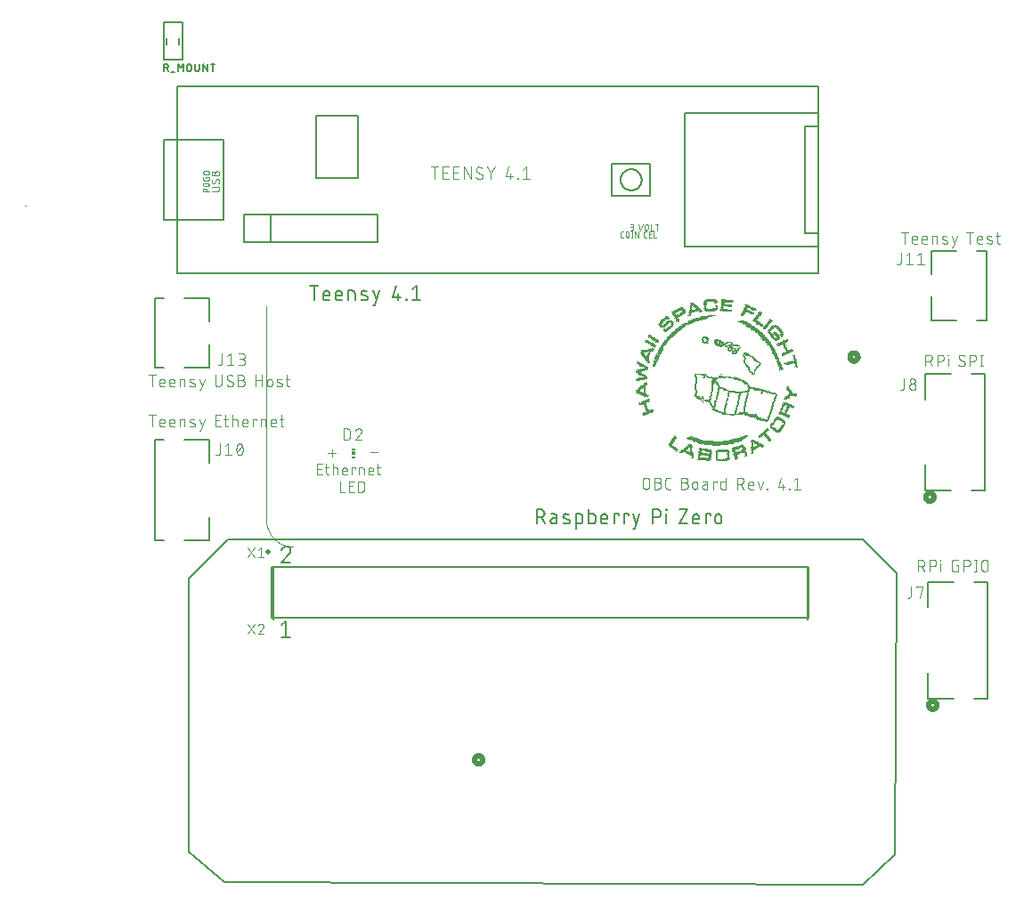
<source format=gbr>
G04 EAGLE Gerber RS-274X export*
G75*
%MOMM*%
%FSLAX34Y34*%
%LPD*%
%INSilkscreen Top*%
%IPPOS*%
%AMOC8*
5,1,8,0,0,1.08239X$1,22.5*%
G01*
%ADD10C,0.101600*%
%ADD11R,0.914400X0.025400*%
%ADD12R,0.076200X0.025400*%
%ADD13R,0.203200X0.025400*%
%ADD14R,0.050800X0.025400*%
%ADD15R,1.092200X0.025400*%
%ADD16R,0.279400X0.025400*%
%ADD17R,0.025400X0.025400*%
%ADD18R,0.406400X0.025400*%
%ADD19R,1.168400X0.025400*%
%ADD20R,0.431800X0.025400*%
%ADD21R,0.558800X0.025400*%
%ADD22R,0.228600X0.025400*%
%ADD23R,1.244600X0.025400*%
%ADD24R,0.152400X0.025400*%
%ADD25R,0.254000X0.025400*%
%ADD26R,0.584200X0.025400*%
%ADD27R,0.101600X0.025400*%
%ADD28R,0.177800X0.025400*%
%ADD29R,0.330200X0.025400*%
%ADD30R,0.482600X0.025400*%
%ADD31R,0.889000X0.025400*%
%ADD32R,0.304800X0.025400*%
%ADD33R,0.838200X0.025400*%
%ADD34R,0.457200X0.025400*%
%ADD35R,0.736600X0.025400*%
%ADD36R,0.990600X0.025400*%
%ADD37R,0.127000X0.025400*%
%ADD38R,0.381000X0.025400*%
%ADD39R,0.685800X0.025400*%
%ADD40R,0.635000X0.025400*%
%ADD41R,0.660400X0.025400*%
%ADD42R,0.508000X0.025400*%
%ADD43R,0.533400X0.025400*%
%ADD44R,1.219200X0.025400*%
%ADD45R,0.355600X0.025400*%
%ADD46R,0.812800X0.025400*%
%ADD47R,0.711200X0.025400*%
%ADD48R,0.609600X0.025400*%
%ADD49R,2.032000X0.025400*%
%ADD50R,2.362200X0.025400*%
%ADD51R,2.971800X0.025400*%
%ADD52R,3.352800X0.025400*%
%ADD53R,3.632200X0.025400*%
%ADD54R,1.701800X0.025400*%
%ADD55R,1.422400X0.025400*%
%ADD56R,1.371600X0.025400*%
%ADD57R,1.066800X0.025400*%
%ADD58R,0.965200X0.025400*%
%ADD59R,0.939800X0.025400*%
%ADD60R,0.863600X0.025400*%
%ADD61R,0.787400X0.025400*%
%ADD62R,0.025400X0.609600*%
%ADD63R,0.025400X0.355600*%
%ADD64R,0.025400X0.431800*%
%ADD65R,1.549400X0.025400*%
%ADD66R,1.041400X0.025400*%
%ADD67R,0.762000X0.025400*%
%ADD68R,1.117600X0.025400*%
%ADD69R,1.193800X0.025400*%
%ADD70C,0.127000*%
%ADD71C,0.200000*%
%ADD72C,0.076200*%
%ADD73C,0.177800*%
%ADD74C,0.152400*%
%ADD75C,0.508000*%
%ADD76C,0.150000*%
%ADD77C,0.500000*%
%ADD78C,0.000000*%
%ADD79C,0.050800*%
%ADD80C,0.203200*%
%ADD81R,0.300000X0.150000*%
%ADD82R,0.300000X0.300000*%


D10*
X530596Y425999D02*
X530596Y430881D01*
X530598Y430990D01*
X530604Y431099D01*
X530613Y431207D01*
X530627Y431315D01*
X530644Y431423D01*
X530666Y431530D01*
X530691Y431636D01*
X530720Y431741D01*
X530752Y431845D01*
X530788Y431947D01*
X530828Y432049D01*
X530872Y432148D01*
X530919Y432247D01*
X530969Y432343D01*
X531023Y432438D01*
X531080Y432530D01*
X531141Y432621D01*
X531205Y432709D01*
X531271Y432795D01*
X531341Y432879D01*
X531414Y432960D01*
X531490Y433038D01*
X531568Y433114D01*
X531649Y433187D01*
X531733Y433257D01*
X531819Y433323D01*
X531907Y433387D01*
X531998Y433448D01*
X532090Y433505D01*
X532185Y433559D01*
X532281Y433609D01*
X532380Y433656D01*
X532479Y433700D01*
X532581Y433740D01*
X532683Y433776D01*
X532787Y433808D01*
X532892Y433837D01*
X532998Y433862D01*
X533105Y433884D01*
X533213Y433901D01*
X533321Y433915D01*
X533429Y433924D01*
X533538Y433930D01*
X533647Y433932D01*
X533756Y433930D01*
X533865Y433924D01*
X533973Y433915D01*
X534081Y433901D01*
X534189Y433884D01*
X534296Y433862D01*
X534402Y433837D01*
X534507Y433808D01*
X534611Y433776D01*
X534713Y433740D01*
X534815Y433700D01*
X534914Y433656D01*
X535013Y433609D01*
X535109Y433559D01*
X535204Y433505D01*
X535296Y433448D01*
X535387Y433387D01*
X535475Y433323D01*
X535561Y433257D01*
X535645Y433187D01*
X535726Y433114D01*
X535804Y433038D01*
X535880Y432960D01*
X535953Y432879D01*
X536023Y432795D01*
X536089Y432709D01*
X536153Y432621D01*
X536214Y432530D01*
X536271Y432438D01*
X536325Y432343D01*
X536375Y432247D01*
X536422Y432148D01*
X536466Y432049D01*
X536506Y431947D01*
X536542Y431845D01*
X536574Y431741D01*
X536603Y431636D01*
X536628Y431530D01*
X536650Y431423D01*
X536667Y431315D01*
X536681Y431207D01*
X536690Y431099D01*
X536696Y430990D01*
X536698Y430881D01*
X536698Y425999D01*
X536696Y425890D01*
X536690Y425781D01*
X536681Y425673D01*
X536667Y425565D01*
X536650Y425457D01*
X536628Y425350D01*
X536603Y425244D01*
X536574Y425139D01*
X536542Y425035D01*
X536506Y424933D01*
X536466Y424831D01*
X536422Y424732D01*
X536375Y424633D01*
X536325Y424537D01*
X536271Y424442D01*
X536214Y424350D01*
X536153Y424259D01*
X536089Y424171D01*
X536023Y424085D01*
X535953Y424001D01*
X535880Y423920D01*
X535804Y423842D01*
X535726Y423766D01*
X535645Y423693D01*
X535561Y423623D01*
X535475Y423557D01*
X535387Y423493D01*
X535296Y423432D01*
X535204Y423375D01*
X535109Y423321D01*
X535013Y423271D01*
X534914Y423224D01*
X534815Y423180D01*
X534713Y423140D01*
X534611Y423104D01*
X534507Y423072D01*
X534402Y423043D01*
X534296Y423018D01*
X534189Y422996D01*
X534081Y422979D01*
X533973Y422965D01*
X533865Y422956D01*
X533756Y422950D01*
X533647Y422948D01*
X533538Y422950D01*
X533429Y422956D01*
X533321Y422965D01*
X533213Y422979D01*
X533105Y422996D01*
X532998Y423018D01*
X532892Y423043D01*
X532787Y423072D01*
X532683Y423104D01*
X532581Y423140D01*
X532479Y423180D01*
X532380Y423224D01*
X532281Y423271D01*
X532185Y423321D01*
X532090Y423375D01*
X531998Y423432D01*
X531907Y423493D01*
X531819Y423557D01*
X531733Y423623D01*
X531649Y423693D01*
X531568Y423766D01*
X531490Y423842D01*
X531414Y423920D01*
X531341Y424001D01*
X531271Y424085D01*
X531205Y424171D01*
X531141Y424259D01*
X531080Y424350D01*
X531023Y424442D01*
X530969Y424537D01*
X530919Y424633D01*
X530872Y424732D01*
X530828Y424831D01*
X530788Y424933D01*
X530752Y425035D01*
X530720Y425139D01*
X530691Y425244D01*
X530666Y425350D01*
X530644Y425457D01*
X530627Y425565D01*
X530613Y425673D01*
X530604Y425781D01*
X530598Y425890D01*
X530596Y425999D01*
X541921Y429050D02*
X544972Y429050D01*
X545081Y429048D01*
X545190Y429042D01*
X545298Y429033D01*
X545406Y429019D01*
X545514Y429002D01*
X545621Y428980D01*
X545727Y428955D01*
X545832Y428926D01*
X545936Y428894D01*
X546038Y428858D01*
X546140Y428818D01*
X546239Y428774D01*
X546338Y428727D01*
X546434Y428677D01*
X546529Y428623D01*
X546621Y428566D01*
X546712Y428505D01*
X546800Y428441D01*
X546886Y428375D01*
X546970Y428305D01*
X547051Y428232D01*
X547129Y428156D01*
X547205Y428078D01*
X547278Y427997D01*
X547348Y427913D01*
X547414Y427827D01*
X547478Y427739D01*
X547539Y427648D01*
X547596Y427556D01*
X547650Y427461D01*
X547700Y427365D01*
X547747Y427266D01*
X547791Y427167D01*
X547831Y427065D01*
X547867Y426963D01*
X547899Y426859D01*
X547928Y426754D01*
X547953Y426648D01*
X547975Y426541D01*
X547992Y426433D01*
X548006Y426325D01*
X548015Y426217D01*
X548021Y426108D01*
X548023Y425999D01*
X548021Y425890D01*
X548015Y425781D01*
X548006Y425673D01*
X547992Y425565D01*
X547975Y425457D01*
X547953Y425350D01*
X547928Y425244D01*
X547899Y425139D01*
X547867Y425035D01*
X547831Y424933D01*
X547791Y424831D01*
X547747Y424732D01*
X547700Y424633D01*
X547650Y424537D01*
X547596Y424442D01*
X547539Y424350D01*
X547478Y424259D01*
X547414Y424171D01*
X547348Y424085D01*
X547278Y424001D01*
X547205Y423920D01*
X547129Y423842D01*
X547051Y423766D01*
X546970Y423693D01*
X546886Y423623D01*
X546800Y423557D01*
X546712Y423493D01*
X546621Y423432D01*
X546529Y423375D01*
X546434Y423321D01*
X546338Y423271D01*
X546239Y423224D01*
X546140Y423180D01*
X546038Y423140D01*
X545936Y423104D01*
X545832Y423072D01*
X545727Y423043D01*
X545621Y423018D01*
X545514Y422996D01*
X545406Y422979D01*
X545298Y422965D01*
X545190Y422956D01*
X545081Y422950D01*
X544972Y422948D01*
X541921Y422948D01*
X541921Y433932D01*
X544972Y433932D01*
X545069Y433930D01*
X545166Y433924D01*
X545263Y433915D01*
X545359Y433901D01*
X545454Y433884D01*
X545549Y433863D01*
X545643Y433838D01*
X545736Y433810D01*
X545827Y433777D01*
X545917Y433742D01*
X546006Y433702D01*
X546093Y433659D01*
X546178Y433613D01*
X546262Y433563D01*
X546343Y433510D01*
X546422Y433454D01*
X546499Y433395D01*
X546574Y433333D01*
X546646Y433268D01*
X546715Y433200D01*
X546782Y433129D01*
X546845Y433056D01*
X546906Y432980D01*
X546964Y432902D01*
X547018Y432822D01*
X547070Y432739D01*
X547118Y432655D01*
X547162Y432569D01*
X547203Y432481D01*
X547241Y432391D01*
X547275Y432300D01*
X547305Y432208D01*
X547332Y432115D01*
X547355Y432021D01*
X547374Y431925D01*
X547389Y431830D01*
X547401Y431733D01*
X547409Y431637D01*
X547413Y431540D01*
X547413Y431442D01*
X547409Y431345D01*
X547401Y431249D01*
X547389Y431152D01*
X547374Y431057D01*
X547355Y430961D01*
X547332Y430867D01*
X547305Y430774D01*
X547275Y430682D01*
X547241Y430591D01*
X547203Y430501D01*
X547162Y430413D01*
X547118Y430327D01*
X547070Y430243D01*
X547018Y430160D01*
X546964Y430080D01*
X546906Y430002D01*
X546845Y429926D01*
X546782Y429853D01*
X546715Y429782D01*
X546646Y429714D01*
X546574Y429649D01*
X546499Y429587D01*
X546422Y429528D01*
X546343Y429472D01*
X546262Y429419D01*
X546178Y429369D01*
X546093Y429323D01*
X546006Y429280D01*
X545917Y429240D01*
X545827Y429205D01*
X545736Y429172D01*
X545643Y429144D01*
X545549Y429119D01*
X545454Y429098D01*
X545359Y429081D01*
X545263Y429067D01*
X545166Y429058D01*
X545069Y429052D01*
X544972Y429050D01*
X554605Y422948D02*
X557045Y422948D01*
X554605Y422948D02*
X554509Y422950D01*
X554413Y422956D01*
X554318Y422965D01*
X554223Y422978D01*
X554129Y422995D01*
X554035Y423015D01*
X553942Y423040D01*
X553851Y423067D01*
X553760Y423099D01*
X553671Y423134D01*
X553583Y423172D01*
X553497Y423214D01*
X553412Y423259D01*
X553330Y423308D01*
X553249Y423359D01*
X553170Y423414D01*
X553094Y423472D01*
X553020Y423533D01*
X552948Y423597D01*
X552879Y423663D01*
X552813Y423732D01*
X552749Y423804D01*
X552688Y423878D01*
X552630Y423954D01*
X552575Y424033D01*
X552524Y424114D01*
X552475Y424196D01*
X552430Y424281D01*
X552388Y424367D01*
X552350Y424455D01*
X552315Y424544D01*
X552283Y424635D01*
X552256Y424726D01*
X552231Y424819D01*
X552211Y424913D01*
X552194Y425007D01*
X552181Y425102D01*
X552172Y425197D01*
X552166Y425293D01*
X552164Y425389D01*
X552164Y431491D01*
X552166Y431589D01*
X552172Y431687D01*
X552182Y431785D01*
X552196Y431883D01*
X552213Y431979D01*
X552235Y432075D01*
X552260Y432170D01*
X552290Y432264D01*
X552323Y432357D01*
X552359Y432448D01*
X552400Y432537D01*
X552444Y432625D01*
X552491Y432711D01*
X552542Y432796D01*
X552596Y432878D01*
X552654Y432957D01*
X552714Y433035D01*
X552778Y433110D01*
X552845Y433182D01*
X552914Y433251D01*
X552986Y433318D01*
X553061Y433382D01*
X553139Y433442D01*
X553218Y433500D01*
X553300Y433554D01*
X553384Y433605D01*
X553471Y433652D01*
X553559Y433696D01*
X553648Y433737D01*
X553739Y433773D01*
X553832Y433806D01*
X553926Y433836D01*
X554021Y433861D01*
X554117Y433883D01*
X554213Y433900D01*
X554311Y433914D01*
X554409Y433924D01*
X554507Y433930D01*
X554605Y433932D01*
X557045Y433932D01*
X567481Y429050D02*
X570532Y429050D01*
X570641Y429048D01*
X570750Y429042D01*
X570858Y429033D01*
X570966Y429019D01*
X571074Y429002D01*
X571181Y428980D01*
X571287Y428955D01*
X571392Y428926D01*
X571496Y428894D01*
X571598Y428858D01*
X571700Y428818D01*
X571799Y428774D01*
X571898Y428727D01*
X571994Y428677D01*
X572089Y428623D01*
X572181Y428566D01*
X572272Y428505D01*
X572360Y428441D01*
X572446Y428375D01*
X572530Y428305D01*
X572611Y428232D01*
X572689Y428156D01*
X572765Y428078D01*
X572838Y427997D01*
X572908Y427913D01*
X572974Y427827D01*
X573038Y427739D01*
X573099Y427648D01*
X573156Y427556D01*
X573210Y427461D01*
X573260Y427365D01*
X573307Y427266D01*
X573351Y427167D01*
X573391Y427065D01*
X573427Y426963D01*
X573459Y426859D01*
X573488Y426754D01*
X573513Y426648D01*
X573535Y426541D01*
X573552Y426433D01*
X573566Y426325D01*
X573575Y426217D01*
X573581Y426108D01*
X573583Y425999D01*
X573581Y425890D01*
X573575Y425781D01*
X573566Y425673D01*
X573552Y425565D01*
X573535Y425457D01*
X573513Y425350D01*
X573488Y425244D01*
X573459Y425139D01*
X573427Y425035D01*
X573391Y424933D01*
X573351Y424831D01*
X573307Y424732D01*
X573260Y424633D01*
X573210Y424537D01*
X573156Y424442D01*
X573099Y424350D01*
X573038Y424259D01*
X572974Y424171D01*
X572908Y424085D01*
X572838Y424001D01*
X572765Y423920D01*
X572689Y423842D01*
X572611Y423766D01*
X572530Y423693D01*
X572446Y423623D01*
X572360Y423557D01*
X572272Y423493D01*
X572181Y423432D01*
X572089Y423375D01*
X571994Y423321D01*
X571898Y423271D01*
X571799Y423224D01*
X571700Y423180D01*
X571598Y423140D01*
X571496Y423104D01*
X571392Y423072D01*
X571287Y423043D01*
X571181Y423018D01*
X571074Y422996D01*
X570966Y422979D01*
X570858Y422965D01*
X570750Y422956D01*
X570641Y422950D01*
X570532Y422948D01*
X567481Y422948D01*
X567481Y433932D01*
X570532Y433932D01*
X570629Y433930D01*
X570726Y433924D01*
X570823Y433915D01*
X570919Y433901D01*
X571014Y433884D01*
X571109Y433863D01*
X571203Y433838D01*
X571296Y433810D01*
X571387Y433777D01*
X571477Y433742D01*
X571566Y433702D01*
X571653Y433659D01*
X571738Y433613D01*
X571822Y433563D01*
X571903Y433510D01*
X571982Y433454D01*
X572059Y433395D01*
X572134Y433333D01*
X572206Y433268D01*
X572275Y433200D01*
X572342Y433129D01*
X572405Y433056D01*
X572466Y432980D01*
X572524Y432902D01*
X572578Y432822D01*
X572630Y432739D01*
X572678Y432655D01*
X572722Y432569D01*
X572763Y432481D01*
X572801Y432391D01*
X572835Y432300D01*
X572865Y432208D01*
X572892Y432115D01*
X572915Y432021D01*
X572934Y431925D01*
X572949Y431830D01*
X572961Y431733D01*
X572969Y431637D01*
X572973Y431540D01*
X572973Y431442D01*
X572969Y431345D01*
X572961Y431249D01*
X572949Y431152D01*
X572934Y431057D01*
X572915Y430961D01*
X572892Y430867D01*
X572865Y430774D01*
X572835Y430682D01*
X572801Y430591D01*
X572763Y430501D01*
X572722Y430413D01*
X572678Y430327D01*
X572630Y430243D01*
X572578Y430160D01*
X572524Y430080D01*
X572466Y430002D01*
X572405Y429926D01*
X572342Y429853D01*
X572275Y429782D01*
X572206Y429714D01*
X572134Y429649D01*
X572059Y429587D01*
X571982Y429528D01*
X571903Y429472D01*
X571822Y429419D01*
X571738Y429369D01*
X571653Y429323D01*
X571566Y429280D01*
X571477Y429240D01*
X571387Y429205D01*
X571296Y429172D01*
X571203Y429144D01*
X571109Y429119D01*
X571014Y429098D01*
X570919Y429081D01*
X570823Y429067D01*
X570726Y429058D01*
X570629Y429052D01*
X570532Y429050D01*
X577646Y427830D02*
X577646Y425389D01*
X577646Y427830D02*
X577648Y427927D01*
X577654Y428024D01*
X577663Y428121D01*
X577677Y428217D01*
X577694Y428312D01*
X577715Y428407D01*
X577740Y428501D01*
X577768Y428594D01*
X577801Y428685D01*
X577836Y428775D01*
X577876Y428864D01*
X577919Y428951D01*
X577965Y429036D01*
X578015Y429120D01*
X578068Y429201D01*
X578124Y429280D01*
X578183Y429357D01*
X578245Y429432D01*
X578310Y429504D01*
X578378Y429573D01*
X578449Y429640D01*
X578522Y429703D01*
X578598Y429764D01*
X578676Y429822D01*
X578756Y429876D01*
X578839Y429928D01*
X578923Y429976D01*
X579009Y430020D01*
X579097Y430061D01*
X579187Y430099D01*
X579278Y430133D01*
X579370Y430163D01*
X579463Y430190D01*
X579557Y430213D01*
X579653Y430232D01*
X579748Y430247D01*
X579845Y430259D01*
X579941Y430267D01*
X580038Y430271D01*
X580136Y430271D01*
X580233Y430267D01*
X580329Y430259D01*
X580426Y430247D01*
X580521Y430232D01*
X580617Y430213D01*
X580711Y430190D01*
X580804Y430163D01*
X580896Y430133D01*
X580987Y430099D01*
X581077Y430061D01*
X581165Y430020D01*
X581251Y429976D01*
X581335Y429928D01*
X581418Y429876D01*
X581498Y429822D01*
X581576Y429764D01*
X581652Y429703D01*
X581725Y429640D01*
X581796Y429573D01*
X581864Y429504D01*
X581929Y429432D01*
X581991Y429357D01*
X582050Y429280D01*
X582106Y429201D01*
X582159Y429120D01*
X582209Y429036D01*
X582255Y428951D01*
X582298Y428864D01*
X582338Y428775D01*
X582373Y428685D01*
X582406Y428594D01*
X582434Y428501D01*
X582459Y428407D01*
X582480Y428312D01*
X582497Y428217D01*
X582511Y428121D01*
X582520Y428024D01*
X582526Y427927D01*
X582528Y427830D01*
X582528Y425389D01*
X582526Y425292D01*
X582520Y425195D01*
X582511Y425098D01*
X582497Y425002D01*
X582480Y424907D01*
X582459Y424812D01*
X582434Y424718D01*
X582406Y424625D01*
X582373Y424534D01*
X582338Y424444D01*
X582298Y424355D01*
X582255Y424268D01*
X582209Y424183D01*
X582159Y424099D01*
X582106Y424018D01*
X582050Y423939D01*
X581991Y423862D01*
X581929Y423787D01*
X581864Y423715D01*
X581796Y423646D01*
X581725Y423579D01*
X581652Y423516D01*
X581576Y423455D01*
X581498Y423397D01*
X581418Y423343D01*
X581335Y423291D01*
X581251Y423243D01*
X581165Y423199D01*
X581077Y423158D01*
X580987Y423120D01*
X580896Y423086D01*
X580804Y423056D01*
X580711Y423029D01*
X580617Y423006D01*
X580521Y422987D01*
X580426Y422972D01*
X580329Y422960D01*
X580233Y422952D01*
X580136Y422948D01*
X580038Y422948D01*
X579941Y422952D01*
X579845Y422960D01*
X579748Y422972D01*
X579653Y422987D01*
X579557Y423006D01*
X579463Y423029D01*
X579370Y423056D01*
X579278Y423086D01*
X579187Y423120D01*
X579097Y423158D01*
X579009Y423199D01*
X578923Y423243D01*
X578839Y423291D01*
X578756Y423343D01*
X578676Y423397D01*
X578598Y423455D01*
X578522Y423516D01*
X578449Y423579D01*
X578378Y423646D01*
X578310Y423715D01*
X578245Y423787D01*
X578183Y423862D01*
X578124Y423939D01*
X578068Y424018D01*
X578015Y424099D01*
X577965Y424183D01*
X577919Y424268D01*
X577876Y424355D01*
X577836Y424444D01*
X577801Y424534D01*
X577768Y424625D01*
X577740Y424718D01*
X577715Y424812D01*
X577694Y424907D01*
X577677Y425002D01*
X577663Y425098D01*
X577654Y425195D01*
X577648Y425292D01*
X577646Y425389D01*
X589085Y427220D02*
X591831Y427220D01*
X589085Y427220D02*
X588994Y427218D01*
X588904Y427212D01*
X588814Y427203D01*
X588724Y427189D01*
X588635Y427172D01*
X588547Y427151D01*
X588460Y427126D01*
X588373Y427098D01*
X588289Y427066D01*
X588205Y427030D01*
X588123Y426991D01*
X588043Y426949D01*
X587965Y426903D01*
X587889Y426854D01*
X587815Y426801D01*
X587743Y426746D01*
X587674Y426687D01*
X587607Y426626D01*
X587543Y426562D01*
X587482Y426495D01*
X587423Y426426D01*
X587368Y426354D01*
X587315Y426280D01*
X587266Y426204D01*
X587220Y426126D01*
X587178Y426046D01*
X587139Y425964D01*
X587103Y425880D01*
X587071Y425796D01*
X587043Y425709D01*
X587018Y425622D01*
X586997Y425534D01*
X586980Y425445D01*
X586966Y425355D01*
X586957Y425265D01*
X586951Y425175D01*
X586949Y425084D01*
X586951Y424993D01*
X586957Y424903D01*
X586966Y424813D01*
X586980Y424723D01*
X586997Y424634D01*
X587018Y424546D01*
X587043Y424459D01*
X587071Y424372D01*
X587103Y424288D01*
X587139Y424204D01*
X587178Y424122D01*
X587220Y424042D01*
X587266Y423964D01*
X587315Y423888D01*
X587368Y423814D01*
X587423Y423742D01*
X587482Y423673D01*
X587543Y423606D01*
X587607Y423542D01*
X587674Y423481D01*
X587743Y423422D01*
X587815Y423367D01*
X587889Y423314D01*
X587965Y423265D01*
X588043Y423219D01*
X588123Y423177D01*
X588205Y423138D01*
X588289Y423102D01*
X588373Y423070D01*
X588460Y423042D01*
X588547Y423017D01*
X588635Y422996D01*
X588724Y422979D01*
X588814Y422965D01*
X588904Y422956D01*
X588994Y422950D01*
X589085Y422948D01*
X591831Y422948D01*
X591831Y428440D01*
X591829Y428525D01*
X591823Y428609D01*
X591813Y428693D01*
X591800Y428776D01*
X591782Y428859D01*
X591761Y428941D01*
X591736Y429022D01*
X591707Y429101D01*
X591675Y429180D01*
X591639Y429256D01*
X591600Y429331D01*
X591557Y429404D01*
X591511Y429475D01*
X591461Y429543D01*
X591409Y429610D01*
X591353Y429674D01*
X591295Y429735D01*
X591234Y429793D01*
X591170Y429849D01*
X591103Y429901D01*
X591035Y429951D01*
X590964Y429997D01*
X590891Y430040D01*
X590816Y430079D01*
X590740Y430115D01*
X590661Y430147D01*
X590582Y430176D01*
X590501Y430201D01*
X590419Y430222D01*
X590336Y430240D01*
X590253Y430253D01*
X590169Y430263D01*
X590085Y430269D01*
X590000Y430271D01*
X587559Y430271D01*
X597151Y430271D02*
X597151Y422948D01*
X597151Y430271D02*
X600812Y430271D01*
X600812Y429050D01*
X609111Y433932D02*
X609111Y422948D01*
X606059Y422948D01*
X605974Y422950D01*
X605890Y422956D01*
X605806Y422966D01*
X605723Y422979D01*
X605640Y422997D01*
X605558Y423018D01*
X605477Y423043D01*
X605398Y423072D01*
X605319Y423104D01*
X605243Y423140D01*
X605168Y423179D01*
X605095Y423222D01*
X605024Y423268D01*
X604956Y423318D01*
X604889Y423370D01*
X604825Y423426D01*
X604764Y423484D01*
X604706Y423545D01*
X604650Y423609D01*
X604598Y423676D01*
X604548Y423744D01*
X604502Y423815D01*
X604459Y423888D01*
X604420Y423963D01*
X604384Y424039D01*
X604352Y424118D01*
X604323Y424197D01*
X604298Y424278D01*
X604277Y424360D01*
X604259Y424443D01*
X604246Y424526D01*
X604236Y424610D01*
X604230Y424694D01*
X604228Y424779D01*
X604229Y424779D02*
X604229Y428440D01*
X604228Y428440D02*
X604230Y428525D01*
X604236Y428609D01*
X604246Y428693D01*
X604259Y428776D01*
X604277Y428859D01*
X604298Y428941D01*
X604323Y429022D01*
X604352Y429101D01*
X604384Y429180D01*
X604420Y429256D01*
X604459Y429331D01*
X604502Y429404D01*
X604548Y429475D01*
X604598Y429543D01*
X604650Y429610D01*
X604706Y429674D01*
X604764Y429735D01*
X604825Y429793D01*
X604889Y429849D01*
X604956Y429901D01*
X605024Y429951D01*
X605095Y429997D01*
X605168Y430040D01*
X605243Y430079D01*
X605319Y430115D01*
X605398Y430147D01*
X605477Y430176D01*
X605558Y430201D01*
X605640Y430222D01*
X605723Y430240D01*
X605806Y430253D01*
X605890Y430263D01*
X605974Y430269D01*
X606059Y430271D01*
X609111Y430271D01*
X620307Y433932D02*
X620307Y422948D01*
X620307Y433932D02*
X623358Y433932D01*
X623467Y433930D01*
X623576Y433924D01*
X623684Y433915D01*
X623792Y433901D01*
X623900Y433884D01*
X624007Y433862D01*
X624113Y433837D01*
X624218Y433808D01*
X624322Y433776D01*
X624424Y433740D01*
X624526Y433700D01*
X624625Y433656D01*
X624724Y433609D01*
X624820Y433559D01*
X624915Y433505D01*
X625007Y433448D01*
X625098Y433387D01*
X625186Y433323D01*
X625272Y433257D01*
X625356Y433187D01*
X625437Y433114D01*
X625515Y433038D01*
X625591Y432960D01*
X625664Y432879D01*
X625734Y432795D01*
X625800Y432709D01*
X625864Y432621D01*
X625925Y432530D01*
X625982Y432438D01*
X626036Y432343D01*
X626086Y432247D01*
X626133Y432148D01*
X626177Y432049D01*
X626217Y431947D01*
X626253Y431845D01*
X626285Y431741D01*
X626314Y431636D01*
X626339Y431530D01*
X626361Y431423D01*
X626378Y431315D01*
X626392Y431207D01*
X626401Y431099D01*
X626407Y430990D01*
X626409Y430881D01*
X626407Y430772D01*
X626401Y430663D01*
X626392Y430555D01*
X626378Y430447D01*
X626361Y430339D01*
X626339Y430232D01*
X626314Y430126D01*
X626285Y430021D01*
X626253Y429917D01*
X626217Y429815D01*
X626177Y429713D01*
X626133Y429614D01*
X626086Y429515D01*
X626036Y429419D01*
X625982Y429324D01*
X625925Y429232D01*
X625864Y429141D01*
X625800Y429053D01*
X625734Y428967D01*
X625664Y428883D01*
X625591Y428802D01*
X625515Y428724D01*
X625437Y428648D01*
X625356Y428575D01*
X625272Y428505D01*
X625186Y428439D01*
X625098Y428375D01*
X625007Y428314D01*
X624915Y428257D01*
X624820Y428203D01*
X624724Y428153D01*
X624625Y428106D01*
X624526Y428062D01*
X624424Y428022D01*
X624322Y427986D01*
X624218Y427954D01*
X624113Y427925D01*
X624007Y427900D01*
X623900Y427878D01*
X623792Y427861D01*
X623684Y427847D01*
X623576Y427838D01*
X623467Y427832D01*
X623358Y427830D01*
X620307Y427830D01*
X623969Y427830D02*
X626410Y422948D01*
X632757Y422948D02*
X635808Y422948D01*
X632757Y422948D02*
X632672Y422950D01*
X632588Y422956D01*
X632504Y422966D01*
X632421Y422979D01*
X632338Y422997D01*
X632256Y423018D01*
X632175Y423043D01*
X632096Y423072D01*
X632017Y423104D01*
X631941Y423140D01*
X631866Y423179D01*
X631793Y423222D01*
X631722Y423268D01*
X631654Y423318D01*
X631587Y423370D01*
X631523Y423426D01*
X631462Y423484D01*
X631404Y423545D01*
X631348Y423609D01*
X631296Y423676D01*
X631246Y423744D01*
X631200Y423815D01*
X631157Y423888D01*
X631118Y423963D01*
X631082Y424039D01*
X631050Y424118D01*
X631021Y424197D01*
X630996Y424278D01*
X630975Y424360D01*
X630957Y424443D01*
X630944Y424526D01*
X630934Y424610D01*
X630928Y424694D01*
X630926Y424779D01*
X630926Y427830D01*
X630928Y427927D01*
X630934Y428024D01*
X630943Y428121D01*
X630957Y428217D01*
X630974Y428312D01*
X630995Y428407D01*
X631020Y428501D01*
X631048Y428594D01*
X631081Y428685D01*
X631116Y428775D01*
X631156Y428864D01*
X631199Y428951D01*
X631245Y429036D01*
X631295Y429120D01*
X631348Y429201D01*
X631404Y429280D01*
X631463Y429357D01*
X631525Y429432D01*
X631590Y429504D01*
X631658Y429573D01*
X631729Y429640D01*
X631802Y429703D01*
X631878Y429764D01*
X631956Y429822D01*
X632036Y429876D01*
X632119Y429928D01*
X632203Y429976D01*
X632289Y430020D01*
X632377Y430061D01*
X632467Y430099D01*
X632558Y430133D01*
X632650Y430163D01*
X632743Y430190D01*
X632837Y430213D01*
X632933Y430232D01*
X633028Y430247D01*
X633125Y430259D01*
X633221Y430267D01*
X633318Y430271D01*
X633416Y430271D01*
X633513Y430267D01*
X633609Y430259D01*
X633706Y430247D01*
X633801Y430232D01*
X633897Y430213D01*
X633991Y430190D01*
X634084Y430163D01*
X634176Y430133D01*
X634267Y430099D01*
X634357Y430061D01*
X634445Y430020D01*
X634531Y429976D01*
X634615Y429928D01*
X634698Y429876D01*
X634778Y429822D01*
X634856Y429764D01*
X634932Y429703D01*
X635005Y429640D01*
X635076Y429573D01*
X635144Y429504D01*
X635209Y429432D01*
X635271Y429357D01*
X635330Y429280D01*
X635386Y429201D01*
X635439Y429120D01*
X635489Y429036D01*
X635535Y428951D01*
X635578Y428864D01*
X635618Y428775D01*
X635653Y428685D01*
X635686Y428594D01*
X635714Y428501D01*
X635739Y428407D01*
X635760Y428312D01*
X635777Y428217D01*
X635791Y428121D01*
X635800Y428024D01*
X635806Y427927D01*
X635808Y427830D01*
X635808Y426609D01*
X630926Y426609D01*
X639926Y430271D02*
X642367Y422948D01*
X644808Y430271D01*
X648542Y423558D02*
X648542Y422948D01*
X648542Y423558D02*
X649152Y423558D01*
X649152Y422948D01*
X648542Y422948D01*
X659116Y425389D02*
X661557Y433932D01*
X659116Y425389D02*
X665218Y425389D01*
X663387Y427830D02*
X663387Y422948D01*
X669422Y422948D02*
X669422Y423558D01*
X670032Y423558D01*
X670032Y422948D01*
X669422Y422948D01*
X674236Y431491D02*
X677287Y433932D01*
X677287Y422948D01*
X674236Y422948D02*
X680338Y422948D01*
D11*
X606351Y449364D03*
D12*
X601398Y449364D03*
D13*
X592635Y449872D03*
D12*
X591238Y449872D03*
D14*
X593905Y449872D03*
D15*
X605970Y449872D03*
D16*
X588952Y450380D03*
D17*
X594540Y450380D03*
X611812Y450380D03*
D12*
X587174Y450380D03*
D18*
X592381Y450380D03*
D14*
X594921Y450380D03*
D19*
X605843Y450380D03*
D14*
X612193Y450380D03*
D16*
X584888Y450888D03*
D17*
X595556Y450888D03*
D20*
X604954Y450888D03*
D17*
X612828Y450888D03*
X583364Y450888D03*
D11*
X590857Y450888D03*
D16*
X601398Y450888D03*
D21*
X609907Y450888D03*
D12*
X619178Y450888D03*
D22*
X609018Y451396D03*
D17*
X619940Y451396D03*
D23*
X589460Y451396D03*
D22*
X601144Y451396D03*
D17*
X607748Y451396D03*
D16*
X611558Y451396D03*
D24*
X619051Y451396D03*
D14*
X620321Y451396D03*
D25*
X590349Y451904D03*
D26*
X586158Y451904D03*
D14*
X591873Y451904D03*
D16*
X594286Y451904D03*
D22*
X601144Y451904D03*
D16*
X612066Y451904D03*
D22*
X619432Y451904D03*
D27*
X577903Y452412D03*
D25*
X587301Y452412D03*
D17*
X577268Y452412D03*
D14*
X578665Y452412D03*
D16*
X584634Y452412D03*
D22*
X594540Y452412D03*
X601144Y452412D03*
X612320Y452412D03*
D16*
X619178Y452412D03*
D22*
X577776Y452920D03*
X584380Y452920D03*
X594540Y452920D03*
X600636Y452920D03*
X612320Y452920D03*
D16*
X619178Y452920D03*
D22*
X577776Y453428D03*
X584380Y453428D03*
D28*
X594794Y453428D03*
D22*
X600636Y453428D03*
X612320Y453428D03*
D16*
X619178Y453428D03*
D27*
X628703Y453936D03*
D22*
X577776Y453936D03*
X584380Y453936D03*
D16*
X594286Y453936D03*
D22*
X600636Y453936D03*
X612320Y453936D03*
D16*
X618670Y453936D03*
D17*
X628068Y453936D03*
D12*
X592000Y454444D03*
D16*
X577522Y454444D03*
D22*
X584380Y454444D03*
D17*
X591492Y454444D03*
D29*
X594032Y454444D03*
D22*
X600636Y454444D03*
X612320Y454444D03*
D16*
X618670Y454444D03*
D28*
X628830Y454444D03*
D22*
X589714Y454952D03*
D17*
X630100Y454952D03*
D16*
X577522Y454952D03*
X584634Y454952D03*
D12*
X588190Y454952D03*
D30*
X593270Y454952D03*
D22*
X600636Y454952D03*
X612320Y454952D03*
D16*
X618670Y454952D03*
D13*
X628957Y454952D03*
D12*
X586920Y455460D03*
D13*
X611939Y455460D03*
D12*
X620702Y455460D03*
D17*
X630100Y455460D03*
D29*
X577268Y455460D03*
X584888Y455460D03*
D31*
X591746Y455460D03*
D22*
X600636Y455460D03*
D17*
X610796Y455460D03*
D14*
X613209Y455460D03*
D32*
X618797Y455460D03*
D25*
X628703Y455460D03*
D12*
X592508Y455968D03*
X621718Y455968D03*
D20*
X576760Y455968D03*
D33*
X587936Y455968D03*
D29*
X594540Y455968D03*
D22*
X600636Y455968D03*
D34*
X619051Y455968D03*
D22*
X628576Y455968D03*
D12*
X573712Y456476D03*
D32*
X590095Y456476D03*
D13*
X611939Y456476D03*
D12*
X622734Y456476D03*
D27*
X634799Y456476D03*
D17*
X573204Y456476D03*
D30*
X576506Y456476D03*
X586158Y456476D03*
D16*
X594794Y456476D03*
D22*
X600636Y456476D03*
D17*
X610796Y456476D03*
D14*
X613209Y456476D03*
D21*
X619559Y456476D03*
D14*
X623369Y456476D03*
D22*
X628576Y456476D03*
D12*
X633910Y456476D03*
D13*
X567235Y456984D03*
D17*
X572442Y456984D03*
D12*
X587174Y456984D03*
D13*
X625147Y456984D03*
D17*
X566092Y456984D03*
D12*
X571934Y456984D03*
D26*
X575490Y456984D03*
D32*
X585269Y456984D03*
D14*
X587809Y456984D03*
D22*
X595048Y456984D03*
X600636Y456984D03*
X611812Y456984D03*
D35*
X620448Y456984D03*
D16*
X628322Y456984D03*
D22*
X634672Y456984D03*
D29*
X567108Y457492D03*
D35*
X574728Y457492D03*
D16*
X585142Y457492D03*
D22*
X595048Y457492D03*
X600636Y457492D03*
X611812Y457492D03*
X617908Y457492D03*
D36*
X624766Y457492D03*
D22*
X634672Y457492D03*
D37*
X569902Y458000D03*
D12*
X574982Y458000D03*
X602414Y458000D03*
D17*
X618924Y458000D03*
D37*
X621718Y458000D03*
D38*
X567362Y458000D03*
D18*
X572569Y458000D03*
D22*
X577268Y458000D03*
D16*
X585142Y458000D03*
D22*
X595048Y458000D03*
D25*
X600763Y458000D03*
D14*
X603049Y458000D03*
D22*
X611812Y458000D03*
D25*
X617527Y458000D03*
D12*
X620702Y458000D03*
D39*
X625782Y458000D03*
D22*
X634672Y458000D03*
D37*
X573712Y458508D03*
D17*
X578284Y458508D03*
D28*
X592508Y458508D03*
D40*
X606986Y458508D03*
D12*
X623496Y458508D03*
X628830Y458508D03*
D17*
X562536Y458508D03*
D41*
X569775Y458508D03*
D25*
X576887Y458508D03*
D16*
X585142Y458508D03*
D17*
X591492Y458508D03*
D16*
X594794Y458508D03*
D38*
X601906Y458508D03*
D16*
X611558Y458508D03*
X617146Y458508D03*
D17*
X622988Y458508D03*
D34*
X626163Y458508D03*
D22*
X634672Y458508D03*
D17*
X562536Y458762D03*
X572188Y459016D03*
X590730Y459016D03*
X612828Y459016D03*
X562536Y459016D03*
D42*
X569521Y459016D03*
D14*
X572569Y459016D03*
D22*
X576760Y459016D03*
X585396Y459016D03*
D12*
X590222Y459016D03*
D43*
X593524Y459016D03*
D44*
X606605Y459016D03*
D16*
X617146Y459016D03*
D38*
X626290Y459016D03*
D22*
X634672Y459016D03*
D28*
X563298Y459524D03*
D22*
X588190Y459524D03*
D12*
X601144Y459524D03*
D14*
X625401Y459524D03*
X562155Y459524D03*
D20*
X569648Y459524D03*
D22*
X576760Y459524D03*
D16*
X585650Y459524D03*
D40*
X592508Y459524D03*
D17*
X600636Y459524D03*
D15*
X606986Y459524D03*
D16*
X617146Y459524D03*
D17*
X625020Y459524D03*
D25*
X626925Y459524D03*
D22*
X634672Y459524D03*
D14*
X561393Y460032D03*
D24*
X593905Y460032D03*
D11*
X607367Y460032D03*
D17*
X636196Y460032D03*
X561012Y460032D03*
D25*
X562917Y460032D03*
D38*
X570410Y460032D03*
D22*
X576760Y460032D03*
D31*
X588698Y460032D03*
D14*
X594921Y460032D03*
D12*
X602414Y460032D03*
D29*
X617400Y460032D03*
D16*
X627306Y460032D03*
D25*
X634799Y460032D03*
D14*
X636577Y460032D03*
D24*
X591873Y460540D03*
D12*
X619686Y460540D03*
D38*
X562282Y460540D03*
X570918Y460540D03*
D22*
X576760Y460540D03*
D39*
X587682Y460540D03*
D18*
X617273Y460540D03*
D16*
X627306Y460540D03*
D38*
X635434Y460540D03*
D12*
X563806Y461048D03*
D17*
X573204Y461048D03*
D45*
X588825Y461048D03*
D24*
X621337Y461048D03*
D12*
X637974Y461048D03*
D18*
X561393Y461048D03*
D45*
X571299Y461048D03*
D14*
X573585Y461048D03*
D22*
X576760Y461048D03*
D16*
X585650Y461048D03*
D43*
X617908Y461048D03*
D22*
X627052Y461048D03*
D18*
X635561Y461048D03*
D12*
X562790Y461556D03*
D14*
X570537Y461556D03*
D27*
X586031Y461556D03*
D37*
X616638Y461556D03*
D12*
X622734Y461556D03*
X638990Y461556D03*
D45*
X560631Y461556D03*
D17*
X570156Y461556D03*
D45*
X572569Y461556D03*
D22*
X576760Y461556D03*
D12*
X585142Y461556D03*
D17*
X615876Y461556D03*
D42*
X619813Y461556D03*
D14*
X623369Y461556D03*
D16*
X626798Y461556D03*
D42*
X636069Y461556D03*
D14*
X558345Y462064D03*
X618289Y462064D03*
D12*
X624512Y462064D03*
D17*
X557964Y462064D03*
D45*
X560377Y462064D03*
D38*
X572950Y462064D03*
D22*
X576760Y462064D03*
D17*
X617908Y462064D03*
D21*
X621337Y462064D03*
D29*
X626544Y462064D03*
D40*
X636704Y462064D03*
D17*
X561012Y462572D03*
D12*
X619432Y462572D03*
D17*
X628068Y462572D03*
X640260Y462572D03*
D45*
X559107Y462572D03*
D14*
X561393Y462572D03*
D40*
X574728Y462572D03*
D17*
X618924Y462572D03*
D46*
X623877Y462572D03*
D22*
X634672Y462572D03*
D45*
X638355Y462572D03*
D14*
X640641Y462572D03*
D37*
X644324Y462572D03*
D17*
X559996Y463080D03*
D37*
X621718Y463080D03*
D17*
X641276Y463080D03*
X645340Y463080D03*
D45*
X558091Y463080D03*
D14*
X560377Y463080D03*
D30*
X574982Y463080D03*
D12*
X620702Y463080D03*
D43*
X625020Y463080D03*
D22*
X634672Y463080D03*
D45*
X639371Y463080D03*
D14*
X641657Y463080D03*
D25*
X643943Y463080D03*
D14*
X645721Y463080D03*
D37*
X625274Y463588D03*
D38*
X557710Y463588D03*
D20*
X575236Y463588D03*
D28*
X623750Y463588D03*
D37*
X626544Y463588D03*
D22*
X634672Y463588D03*
D35*
X642292Y463588D03*
D12*
X558726Y464096D03*
D47*
X601271Y464096D03*
D17*
X624258Y464096D03*
X626036Y464096D03*
X645340Y464096D03*
D32*
X556821Y464096D03*
D38*
X575490Y464096D03*
D17*
X597588Y464096D03*
D12*
X623750Y464096D03*
D24*
X625147Y464096D03*
D14*
X626417Y464096D03*
D22*
X634672Y464096D03*
D48*
X642165Y464096D03*
D14*
X645721Y464096D03*
D17*
X625274Y464350D03*
D32*
X575871Y464604D03*
D43*
X594286Y464604D03*
D21*
X608129Y464604D03*
D17*
X644324Y464604D03*
D16*
X556694Y464604D03*
D17*
X574220Y464604D03*
X591492Y464604D03*
D33*
X601144Y464604D03*
D17*
X625528Y464604D03*
D22*
X634672Y464604D03*
D34*
X641911Y464604D03*
D14*
X644705Y464604D03*
D17*
X590730Y465112D03*
D12*
X611558Y465112D03*
D22*
X556948Y465112D03*
D12*
X590222Y465112D03*
D49*
X601017Y465112D03*
D14*
X612193Y465112D03*
D22*
X634672Y465112D03*
D30*
X641530Y465112D03*
D12*
X558726Y465620D03*
D28*
X588444Y465620D03*
D13*
X613971Y465620D03*
D14*
X638609Y465620D03*
D12*
X643054Y465620D03*
D25*
X557075Y465620D03*
D12*
X587174Y465620D03*
D50*
X601144Y465620D03*
D14*
X615241Y465620D03*
D22*
X634672Y465620D03*
D17*
X638228Y465620D03*
D38*
X640768Y465620D03*
D12*
X585904Y466128D03*
D27*
X616511Y466128D03*
D14*
X637593Y466128D03*
D12*
X642038Y466128D03*
D16*
X557710Y466128D03*
D12*
X585142Y466128D03*
D51*
X601144Y466128D03*
D14*
X617273Y466128D03*
D22*
X634672Y466128D03*
D17*
X637212Y466128D03*
D38*
X639752Y466128D03*
D12*
X583872Y466636D03*
D17*
X617908Y466636D03*
D12*
X641022Y466636D03*
D29*
X557964Y466636D03*
D17*
X583364Y466636D03*
D52*
X601017Y466636D03*
D14*
X618289Y466636D03*
D22*
X634672Y466636D03*
D18*
X638609Y466636D03*
D17*
X582602Y467144D03*
D27*
X619559Y467144D03*
D16*
X558218Y467144D03*
D12*
X582094Y467144D03*
D53*
X600890Y467144D03*
D14*
X620321Y467144D03*
D39*
X636958Y467144D03*
D12*
X580824Y467652D03*
D33*
X602414Y467652D03*
D37*
X621464Y467652D03*
D12*
X638990Y467652D03*
D16*
X558726Y467652D03*
D12*
X580062Y467652D03*
D54*
X589714Y467652D03*
D55*
X613717Y467652D03*
D42*
X636069Y467652D03*
D14*
X639625Y467652D03*
D13*
X596699Y468160D03*
D12*
X608256Y468160D03*
X622734Y468160D03*
D29*
X558980Y468160D03*
D54*
X587174Y468160D03*
D12*
X607494Y468160D03*
D56*
X615495Y468160D03*
D30*
X635942Y468160D03*
D37*
X651436Y468160D03*
D48*
X591619Y468668D03*
D16*
X611304Y468668D03*
D12*
X623750Y468668D03*
D17*
X637212Y468668D03*
X652452Y468668D03*
D16*
X559234Y468668D03*
D15*
X583110Y468668D03*
D14*
X594921Y468668D03*
D12*
X609526Y468668D03*
D57*
X618035Y468668D03*
D14*
X624385Y468668D03*
D45*
X635307Y468668D03*
D14*
X637593Y468668D03*
D13*
X651309Y468668D03*
D17*
X561012Y469176D03*
D12*
X576760Y469176D03*
D13*
X586539Y469176D03*
D37*
X614606Y469176D03*
D17*
X625020Y469176D03*
D27*
X635815Y469176D03*
D32*
X559361Y469176D03*
D17*
X576252Y469176D03*
D33*
X581332Y469176D03*
D14*
X587809Y469176D03*
D12*
X613590Y469176D03*
D58*
X620067Y469176D03*
D14*
X625401Y469176D03*
D12*
X634926Y469176D03*
D14*
X636577Y469176D03*
D16*
X651182Y469176D03*
D14*
X575617Y469684D03*
D12*
X616384Y469684D03*
D16*
X559742Y469684D03*
D17*
X575236Y469684D03*
D11*
X580443Y469684D03*
D17*
X615876Y469684D03*
D59*
X621464Y469684D03*
D29*
X650928Y469684D03*
D12*
X561774Y470192D03*
D14*
X574601Y470192D03*
D27*
X583999Y470192D03*
D17*
X618162Y470192D03*
X652452Y470192D03*
D25*
X560123Y470192D03*
D17*
X574220Y470192D03*
D60*
X579173Y470192D03*
D14*
X584761Y470192D03*
D12*
X617654Y470192D03*
D33*
X622480Y470192D03*
D32*
X650801Y470192D03*
D17*
X573458Y470700D03*
D27*
X581967Y470700D03*
D22*
X620194Y470700D03*
D17*
X627052Y470700D03*
X651436Y470700D03*
D29*
X560504Y470700D03*
D17*
X573204Y470700D03*
D61*
X577522Y470700D03*
D14*
X582729Y470700D03*
D17*
X618924Y470700D03*
D21*
X624131Y470700D03*
D14*
X627433Y470700D03*
D25*
X650039Y470700D03*
D14*
X651817Y470700D03*
D17*
X573458Y471208D03*
D12*
X580062Y471208D03*
X622480Y471208D03*
D29*
X561012Y471208D03*
D17*
X573204Y471208D03*
D48*
X576633Y471208D03*
D14*
X580697Y471208D03*
D17*
X621972Y471208D03*
D43*
X625528Y471208D03*
D16*
X649658Y471208D03*
D37*
X574982Y471716D03*
D24*
X578665Y471716D03*
D17*
X624258Y471716D03*
D12*
X628830Y471716D03*
D27*
X641911Y471716D03*
D29*
X561012Y471716D03*
D17*
X574220Y471716D03*
D22*
X576760Y471716D03*
D12*
X623750Y471716D03*
D18*
X626417Y471716D03*
D17*
X641276Y471716D03*
D14*
X642673Y471716D03*
D29*
X649404Y471716D03*
D27*
X576887Y472224D03*
D28*
X626036Y472224D03*
D22*
X561520Y472224D03*
D17*
X576252Y472224D03*
X625020Y472224D03*
D16*
X628322Y472224D03*
X642038Y472224D03*
D29*
X648896Y472224D03*
D28*
X561266Y472732D03*
D16*
X628830Y472732D03*
D29*
X642292Y472732D03*
D16*
X648642Y472732D03*
D13*
X629211Y473240D03*
D14*
X646737Y473240D03*
D12*
X561266Y473240D03*
D17*
X628068Y473240D03*
D14*
X630481Y473240D03*
D29*
X642800Y473240D03*
D17*
X646356Y473240D03*
D25*
X648261Y473240D03*
D12*
X630862Y473748D03*
D29*
X643308Y473748D03*
X647372Y473748D03*
D16*
X644070Y474256D03*
D29*
X647372Y474256D03*
D26*
X645594Y474764D03*
D14*
X643689Y475272D03*
D17*
X643308Y475272D03*
D18*
X645975Y475272D03*
D29*
X645848Y475780D03*
D38*
X646102Y476288D03*
D32*
X659183Y476796D03*
D38*
X646610Y476796D03*
D12*
X657278Y476796D03*
D29*
X647372Y477304D03*
D30*
X658802Y477304D03*
D17*
X661596Y477812D03*
D29*
X647880Y477812D03*
D21*
X658675Y477812D03*
D12*
X650166Y478320D03*
D32*
X648261Y478320D03*
D39*
X658294Y478320D03*
D12*
X658294Y478828D03*
X662358Y478828D03*
D29*
X648896Y478828D03*
D18*
X655881Y478828D03*
D25*
X660707Y478828D03*
D27*
X649531Y479336D03*
D37*
X648388Y479336D03*
D14*
X650293Y479336D03*
D38*
X655754Y479336D03*
D16*
X661342Y479336D03*
D17*
X649658Y479844D03*
X650420Y479844D03*
D12*
X649150Y479844D03*
D14*
X650039Y479844D03*
D20*
X654992Y479844D03*
D16*
X661850Y479844D03*
D17*
X649404Y480098D03*
D12*
X656262Y480352D03*
D17*
X663628Y480352D03*
X649404Y480352D03*
D45*
X654103Y480352D03*
D25*
X662231Y480352D03*
D29*
X653976Y480860D03*
D22*
X662612Y480860D03*
D17*
X654484Y481368D03*
D25*
X653087Y481368D03*
D14*
X654865Y481368D03*
D16*
X662866Y481368D03*
D17*
X664644Y481876D03*
D22*
X652960Y481876D03*
D25*
X663247Y481876D03*
D22*
X652960Y482384D03*
X663628Y482384D03*
X652960Y482892D03*
D16*
X663882Y482892D03*
D17*
X665660Y483400D03*
D22*
X653468Y483400D03*
D25*
X664263Y483400D03*
D16*
X653722Y483908D03*
D22*
X664644Y483908D03*
D16*
X653722Y484416D03*
D22*
X665152Y484416D03*
D17*
X655500Y484924D03*
D25*
X654103Y484924D03*
D22*
X665152Y484924D03*
D28*
X654738Y485432D03*
D22*
X665152Y485432D03*
D12*
X656262Y485940D03*
D13*
X654865Y485940D03*
D22*
X665152Y485940D03*
X655500Y486448D03*
D29*
X664644Y486448D03*
D13*
X648515Y486956D03*
D17*
X647372Y486956D03*
D22*
X656008Y486956D03*
D29*
X664136Y486956D03*
D37*
X646102Y487464D03*
D17*
X665660Y487464D03*
X645340Y487464D03*
D29*
X648388Y487464D03*
D22*
X656008Y487464D03*
D45*
X663755Y487464D03*
D37*
X644070Y487972D03*
D17*
X650420Y487972D03*
X657532Y487972D03*
X664644Y487972D03*
D12*
X643054Y487972D03*
D21*
X647499Y487972D03*
D13*
X656389Y487972D03*
D14*
X657913Y487972D03*
D45*
X662739Y487972D03*
D14*
X665025Y487972D03*
D31*
X646102Y488480D03*
D22*
X657024Y488480D03*
D38*
X662358Y488480D03*
D12*
X640768Y488988D03*
D24*
X646737Y488988D03*
D17*
X658548Y488988D03*
D14*
X659945Y488988D03*
D17*
X663628Y488988D03*
X640260Y488988D03*
D30*
X643562Y488988D03*
D28*
X649658Y488988D03*
D25*
X657151Y488988D03*
D14*
X658929Y488988D03*
D17*
X659564Y488988D03*
D29*
X661850Y488988D03*
D14*
X664009Y488988D03*
X639625Y489496D03*
D24*
X644705Y489496D03*
D17*
X662612Y489496D03*
X639244Y489496D03*
D18*
X641911Y489496D03*
D37*
X649912Y489496D03*
D48*
X659437Y489496D03*
D14*
X662993Y489496D03*
D30*
X641022Y490004D03*
D37*
X649912Y490004D03*
D43*
X659564Y490004D03*
D12*
X637720Y490512D03*
X642038Y490512D03*
X661342Y490512D03*
X636958Y490512D03*
D45*
X639879Y490512D03*
D14*
X642673Y490512D03*
D28*
X650166Y490512D03*
D32*
X659437Y490512D03*
D17*
X669216Y490512D03*
X669470Y490766D03*
D12*
X635688Y491020D03*
X641022Y491020D03*
D17*
X651436Y491020D03*
D13*
X659691Y491020D03*
D12*
X668200Y491020D03*
X669470Y491020D03*
D17*
X635180Y491020D03*
D34*
X638355Y491020D03*
D13*
X650293Y491020D03*
D17*
X658548Y491020D03*
X667692Y491020D03*
D14*
X668835Y491020D03*
X670105Y491020D03*
D37*
X633910Y491528D03*
D27*
X669343Y491528D03*
D12*
X632894Y491528D03*
D26*
X637466Y491528D03*
D28*
X650674Y491528D03*
X667946Y491528D03*
D14*
X670105Y491528D03*
D12*
X631624Y492036D03*
D17*
X631116Y492036D03*
D61*
X635942Y492036D03*
D28*
X651182Y492036D03*
D20*
X668200Y492036D03*
D17*
X630354Y492544D03*
D12*
X665152Y492544D03*
D17*
X669724Y492544D03*
X531548Y492544D03*
X617400Y492544D03*
D12*
X629846Y492544D03*
D31*
X634926Y492544D03*
D28*
X651182Y492544D03*
D17*
X664644Y492544D03*
D18*
X667565Y492544D03*
D14*
X670105Y492544D03*
D17*
X531802Y492798D03*
X617654Y492798D03*
D27*
X532183Y493052D03*
D37*
X615622Y493052D03*
D12*
X628576Y493052D03*
X531294Y493052D03*
X614606Y493052D03*
D22*
X617400Y493052D03*
D17*
X628068Y493052D03*
D36*
X633910Y493052D03*
D28*
X651182Y493052D03*
D43*
X666676Y493052D03*
D12*
X531802Y493560D03*
X533326Y493560D03*
D20*
X611050Y493560D03*
D14*
X614479Y493560D03*
X615241Y493560D03*
D20*
X620956Y493560D03*
D27*
X634799Y493560D03*
X637847Y493560D03*
D12*
X663120Y493560D03*
D37*
X668200Y493560D03*
D27*
X530913Y493560D03*
D12*
X532564Y493560D03*
D14*
X533961Y493560D03*
D17*
X608764Y493560D03*
D27*
X613717Y493560D03*
D17*
X614860Y493560D03*
D29*
X617146Y493560D03*
D39*
X630862Y493560D03*
D14*
X635561Y493560D03*
D17*
X637212Y493560D03*
D37*
X651436Y493560D03*
D17*
X662612Y493560D03*
D18*
X665533Y493560D03*
D37*
X535104Y494068D03*
X607494Y494068D03*
D14*
X608891Y494068D03*
X609653Y494068D03*
D27*
X614479Y494068D03*
D14*
X622099Y494068D03*
D24*
X624385Y494068D03*
D12*
X626544Y494068D03*
D24*
X632513Y494068D03*
D17*
X652452Y494068D03*
X661850Y494068D03*
D18*
X532437Y494068D03*
D17*
X606732Y494068D03*
D14*
X608383Y494068D03*
D17*
X609272Y494068D03*
D18*
X611939Y494068D03*
D14*
X615241Y494068D03*
D45*
X620067Y494068D03*
D37*
X622988Y494068D03*
D17*
X626036Y494068D03*
D30*
X629338Y494068D03*
D14*
X633529Y494068D03*
D24*
X651563Y494068D03*
D12*
X661342Y494068D03*
D43*
X664644Y494068D03*
D12*
X536374Y494576D03*
D17*
X605970Y494576D03*
D27*
X609399Y494576D03*
D14*
X622353Y494576D03*
D12*
X630862Y494576D03*
D21*
X533199Y494576D03*
D17*
X605716Y494576D03*
D16*
X607494Y494576D03*
D37*
X618924Y494576D03*
D17*
X621972Y494576D03*
D32*
X624131Y494576D03*
D34*
X628195Y494576D03*
D28*
X651690Y494576D03*
D35*
X663628Y494576D03*
D17*
X531802Y495084D03*
D12*
X537390Y495084D03*
D17*
X604954Y495084D03*
D37*
X623750Y495084D03*
D14*
X625655Y495084D03*
D17*
X628068Y495084D03*
D27*
X629719Y495084D03*
D12*
X664390Y495084D03*
D17*
X667692Y495084D03*
D12*
X531294Y495084D03*
D42*
X534469Y495084D03*
D14*
X538025Y495084D03*
D17*
X604700Y495084D03*
D29*
X606732Y495084D03*
D37*
X618924Y495084D03*
D17*
X622988Y495084D03*
D27*
X624893Y495084D03*
D13*
X626925Y495084D03*
D14*
X628449Y495084D03*
D17*
X629084Y495084D03*
D28*
X651690Y495084D03*
D18*
X661977Y495084D03*
D13*
X666549Y495084D03*
D37*
X533326Y495592D03*
X539168Y495592D03*
D17*
X603938Y495592D03*
X605716Y495592D03*
D27*
X608383Y495592D03*
D17*
X619940Y495592D03*
D14*
X625401Y495592D03*
D12*
X663374Y495592D03*
D17*
X532564Y495592D03*
D34*
X536247Y495592D03*
D12*
X603430Y495592D03*
D24*
X604827Y495592D03*
D14*
X606097Y495592D03*
D17*
X607748Y495592D03*
D24*
X619051Y495592D03*
D17*
X625020Y495592D03*
D13*
X626671Y495592D03*
D28*
X652198Y495592D03*
D32*
X661469Y495592D03*
D22*
X666676Y495592D03*
D12*
X540438Y496100D03*
D17*
X604700Y496100D03*
D21*
X537263Y496100D03*
D25*
X603303Y496100D03*
D14*
X605081Y496100D03*
D37*
X608256Y496100D03*
X619432Y496100D03*
D28*
X626798Y496100D03*
D37*
X652452Y496100D03*
D22*
X661596Y496100D03*
X666676Y496100D03*
D17*
X541200Y496608D03*
D12*
X601144Y496608D03*
D14*
X602287Y496608D03*
D17*
X603684Y496608D03*
X619432Y496608D03*
X653468Y496608D03*
D47*
X537517Y496608D03*
D17*
X600636Y496608D03*
D14*
X601779Y496608D03*
D27*
X603049Y496608D03*
D14*
X604065Y496608D03*
D28*
X608510Y496608D03*
D14*
X619051Y496608D03*
X619813Y496608D03*
D28*
X626798Y496608D03*
D24*
X652579Y496608D03*
D22*
X662104Y496608D03*
X667184Y496608D03*
D12*
X537136Y497116D03*
D14*
X600001Y497116D03*
X602541Y497116D03*
D17*
X619432Y497116D03*
X668708Y497116D03*
D16*
X534850Y497116D03*
D17*
X536628Y497116D03*
D38*
X539422Y497116D03*
D17*
X599620Y497116D03*
D13*
X601271Y497116D03*
D14*
X603049Y497116D03*
D28*
X608510Y497116D03*
D14*
X619051Y497116D03*
X619813Y497116D03*
D37*
X627052Y497116D03*
D28*
X652706Y497116D03*
D22*
X662104Y497116D03*
D25*
X667311Y497116D03*
D12*
X601398Y497624D03*
D16*
X534850Y497624D03*
X539422Y497624D03*
D13*
X600001Y497624D03*
D37*
X608764Y497624D03*
X619432Y497624D03*
X627052Y497624D03*
D22*
X652960Y497624D03*
D28*
X662358Y497624D03*
D22*
X667692Y497624D03*
D27*
X540311Y498132D03*
D12*
X598096Y498132D03*
X600382Y498132D03*
D16*
X534850Y498132D03*
D12*
X539422Y498132D03*
D17*
X597588Y498132D03*
D24*
X599239Y498132D03*
D37*
X608764Y498132D03*
D28*
X619686Y498132D03*
D37*
X627052Y498132D03*
D28*
X653214Y498132D03*
D22*
X662612Y498132D03*
D16*
X667946Y498132D03*
D17*
X628068Y498640D03*
D16*
X534342Y498640D03*
D22*
X598604Y498640D03*
D37*
X608764Y498640D03*
X619940Y498640D03*
D24*
X627179Y498640D03*
D28*
X653214Y498640D03*
D16*
X662866Y498640D03*
D22*
X668200Y498640D03*
X534088Y499148D03*
X598096Y499148D03*
D37*
X608764Y499148D03*
X619940Y499148D03*
D28*
X627306Y499148D03*
X653214Y499148D03*
D22*
X663120Y499148D03*
X668200Y499148D03*
D17*
X609780Y499656D03*
D22*
X534088Y499656D03*
D29*
G36*
X595959Y499363D02*
X599153Y500195D01*
X599217Y499949D01*
X596023Y499117D01*
X595959Y499363D01*
G37*
D24*
X608891Y499656D03*
D37*
X619940Y499656D03*
D28*
X627306Y499656D03*
X653214Y499656D03*
D22*
X663120Y499656D03*
D16*
X668454Y499656D03*
D12*
X673534Y499656D03*
D17*
X627560Y500164D03*
X664644Y500164D03*
D12*
X672264Y500164D03*
D22*
X534088Y500164D03*
D28*
X596826Y500164D03*
D37*
X598604Y500164D03*
X609272Y500164D03*
D12*
X620194Y500164D03*
D14*
X627179Y500164D03*
X627941Y500164D03*
D37*
X653468Y500164D03*
D13*
X663501Y500164D03*
D16*
X668962Y500164D03*
D17*
X671756Y500164D03*
D28*
X673534Y500164D03*
D17*
X534596Y500672D03*
X627560Y500672D03*
D13*
X533453Y500672D03*
D37*
X596572Y500672D03*
D12*
X598858Y500672D03*
D37*
X609272Y500672D03*
D12*
X620194Y500672D03*
D14*
X627179Y500672D03*
X627941Y500672D03*
D12*
X653722Y500672D03*
D22*
X663628Y500672D03*
D16*
X668962Y500672D03*
D29*
X672772Y500672D03*
D27*
X609399Y501180D03*
X620575Y501180D03*
X627687Y501180D03*
D12*
X653976Y501180D03*
D16*
X533326Y501180D03*
D28*
X596318Y501180D03*
D12*
X598858Y501180D03*
D17*
X608764Y501180D03*
X619940Y501180D03*
X627052Y501180D03*
X653468Y501180D03*
X654484Y501180D03*
D28*
X663882Y501180D03*
D40*
X671248Y501180D03*
D17*
X534596Y501688D03*
D27*
X599239Y501688D03*
D12*
X673534Y501688D03*
D25*
X533199Y501688D03*
D28*
X596318Y501688D03*
D17*
X598604Y501688D03*
D12*
X609526Y501688D03*
D37*
X620448Y501688D03*
X628068Y501688D03*
D28*
X654230Y501688D03*
D22*
X664136Y501688D03*
D42*
X670613Y501688D03*
D12*
X672518Y502196D03*
D22*
X533072Y502196D03*
D28*
X595810Y502196D03*
D37*
X599112Y502196D03*
X609780Y502196D03*
D28*
X620702Y502196D03*
D37*
X628068Y502196D03*
D28*
X654230Y502196D03*
D16*
X664390Y502196D03*
D34*
X669851Y502196D03*
D17*
X529008Y502704D03*
X534088Y502704D03*
D24*
X527865Y502704D03*
D12*
X666676Y502704D03*
D24*
X671121Y502704D03*
D17*
X526976Y502704D03*
X528754Y502704D03*
D25*
X532691Y502704D03*
D37*
X595556Y502704D03*
D28*
X599366Y502704D03*
D37*
X609780Y502704D03*
X620956Y502704D03*
X628068Y502704D03*
X654484Y502704D03*
D29*
X664644Y502704D03*
X668708Y502704D03*
D37*
X530024Y503212D03*
D17*
X610796Y503212D03*
X629084Y503212D03*
D25*
X528119Y503212D03*
D22*
X532564Y503212D03*
D28*
X595302Y503212D03*
D37*
X599620Y503212D03*
D24*
X609907Y503212D03*
D37*
X620956Y503212D03*
D24*
X628195Y503212D03*
D37*
X654484Y503212D03*
D40*
X666676Y503212D03*
D39*
X530278Y503720D03*
D28*
X595302Y503720D03*
D37*
X599620Y503720D03*
D28*
X610034Y503720D03*
D37*
X620956Y503720D03*
D28*
X628322Y503720D03*
D37*
X654484Y503720D03*
D43*
X666676Y503720D03*
D17*
X610288Y504228D03*
X628576Y504228D03*
X655500Y504228D03*
D12*
X668454Y504228D03*
D39*
X530278Y504228D03*
D28*
X594794Y504228D03*
D37*
X599620Y504228D03*
D14*
X609907Y504228D03*
D37*
X620956Y504228D03*
D14*
X628195Y504228D03*
X628957Y504228D03*
D24*
X654611Y504228D03*
D18*
X666041Y504228D03*
D12*
X527992Y504736D03*
X534342Y504736D03*
D17*
X595556Y504736D03*
X610288Y504736D03*
X621972Y504736D03*
X628576Y504736D03*
D27*
X655119Y504736D03*
D32*
X666295Y504736D03*
D17*
X527484Y504736D03*
D21*
X531167Y504736D03*
D24*
X594667Y504736D03*
D37*
X599620Y504736D03*
D14*
X609907Y504736D03*
X610669Y504736D03*
D24*
X621083Y504736D03*
D14*
X628195Y504736D03*
X628957Y504736D03*
D17*
X654484Y504736D03*
X664644Y504736D03*
D27*
G36*
X599745Y505361D02*
X600760Y505380D01*
X600765Y505127D01*
X599750Y505108D01*
X599745Y505361D01*
G37*
D17*
X610288Y505244D03*
X628576Y505244D03*
D40*
X532056Y505244D03*
D22*
X594032Y505244D03*
D17*
X599620Y505244D03*
D14*
X609907Y505244D03*
X610669Y505244D03*
D28*
X621210Y505244D03*
D14*
X628195Y505244D03*
X628957Y505244D03*
D12*
X655246Y505244D03*
D17*
X530786Y505752D03*
D37*
X536120Y505752D03*
D12*
X592000Y505752D03*
D17*
X610288Y505752D03*
D12*
X530278Y505752D03*
D34*
X533199Y505752D03*
D17*
X591492Y505752D03*
D22*
X593524Y505752D03*
D37*
X600128Y505752D03*
D14*
X609907Y505752D03*
X610669Y505752D03*
D37*
X621464Y505752D03*
D28*
X628830Y505752D03*
D37*
X655500Y505752D03*
X532310Y506260D03*
D12*
X537390Y506260D03*
D17*
X590730Y506260D03*
D27*
X600255Y506260D03*
X621591Y506260D03*
D17*
X656516Y506260D03*
X531548Y506260D03*
D18*
X534977Y506260D03*
D12*
X590222Y506260D03*
D38*
X592762Y506260D03*
D17*
X599620Y506260D03*
D28*
X610542Y506260D03*
D17*
X620956Y506260D03*
D28*
X628830Y506260D03*
D24*
X655627Y506260D03*
D17*
X537644Y506768D03*
D14*
X537263Y506768D03*
D45*
X535231Y506768D03*
D30*
X592254Y506768D03*
D12*
X600382Y506768D03*
D28*
X610542Y506768D03*
D12*
X621718Y506768D03*
D37*
X629084Y506768D03*
D28*
X655754Y506768D03*
D17*
X534850Y507276D03*
D37*
X592762Y507276D03*
D12*
X534342Y507276D03*
D22*
X536120Y507276D03*
D29*
X590476Y507276D03*
D28*
X594286Y507276D03*
D12*
X592762Y506768D03*
D37*
X610796Y507276D03*
D12*
X621718Y507276D03*
D37*
X629084Y507276D03*
X656008Y507276D03*
D27*
X536247Y507784D03*
D62*
X588571Y507784D03*
D27*
X666295Y507784D03*
D17*
X535612Y507784D03*
X585396Y507784D03*
D37*
X594540Y507784D03*
X600636Y507784D03*
X610796Y507784D03*
X621972Y507784D03*
X629084Y507784D03*
X656008Y507784D03*
D17*
X665660Y507784D03*
D14*
X667057Y507784D03*
X584761Y508292D03*
D17*
X595556Y508292D03*
X584380Y508292D03*
D63*
X586793Y508292D03*
D24*
X594667Y508292D03*
D37*
X600636Y508292D03*
D12*
X611050Y508292D03*
D37*
X621972Y508292D03*
D12*
X629338Y508292D03*
D28*
X656262Y508292D03*
D22*
X666676Y508292D03*
D14*
X583745Y508800D03*
D17*
X601652Y508800D03*
D27*
X629719Y508800D03*
D12*
X668454Y508800D03*
D17*
X583364Y508800D03*
D34*
X586285Y508800D03*
D28*
X594794Y508800D03*
D24*
X600763Y508800D03*
D12*
X611050Y508800D03*
D37*
X621972Y508800D03*
D17*
X629084Y508800D03*
D28*
X656262Y508800D03*
D25*
X666803Y508800D03*
D14*
X582729Y509308D03*
D17*
X595048Y509308D03*
D27*
X611431Y509308D03*
D17*
X622988Y509308D03*
X582348Y509308D03*
D21*
X585777Y509308D03*
D14*
X594667Y509308D03*
X595429Y509308D03*
D37*
X601144Y509308D03*
D17*
X610796Y509308D03*
D24*
X622099Y509308D03*
D37*
X629592Y509308D03*
X656516Y509308D03*
D38*
X667438Y509308D03*
D12*
X585142Y509816D03*
D17*
X588444Y509816D03*
X595048Y509816D03*
X601144Y509816D03*
D32*
X583237Y509816D03*
D13*
X587301Y509816D03*
D14*
X594667Y509816D03*
X595429Y509816D03*
X600509Y507276D03*
X601525Y509816D03*
D37*
X605304Y531816D03*
X622480Y509816D03*
D28*
X629846Y509816D03*
D37*
X656516Y509816D03*
D20*
X667692Y509816D03*
D27*
X535231Y510324D03*
D37*
X583872Y510324D03*
D17*
X595048Y510324D03*
X601144Y510324D03*
X622480Y510324D03*
D12*
X670486Y510324D03*
D17*
X534596Y510324D03*
D14*
X535993Y510324D03*
D24*
X582475Y510324D03*
D28*
X587174Y510324D03*
D14*
X594667Y510324D03*
X595429Y510324D03*
X600763Y510324D03*
X601525Y510324D03*
D28*
X611558Y510324D03*
D14*
X622099Y510324D03*
X622861Y510324D03*
D28*
X629846Y510324D03*
D12*
X656770Y510324D03*
D18*
X668073Y510324D03*
D37*
X533326Y510832D03*
D27*
X580951Y510832D03*
D14*
X582221Y510832D03*
D27*
X595175Y510832D03*
D17*
X601144Y510832D03*
X622480Y510832D03*
D14*
X657405Y510832D03*
D17*
X532564Y510832D03*
D22*
X535104Y510832D03*
D17*
X580316Y510832D03*
D14*
X581713Y510832D03*
X582729Y510832D03*
D37*
X587428Y510832D03*
D17*
X594540Y510832D03*
D14*
X600763Y510832D03*
X601525Y510832D03*
D28*
X611558Y510832D03*
D14*
X622099Y510832D03*
X622861Y510832D03*
D37*
X630100Y510832D03*
D12*
X656770Y510832D03*
D14*
X657913Y510832D03*
D18*
X669089Y510832D03*
D12*
X676582Y510832D03*
D17*
X622480Y511340D03*
D27*
X675439Y511340D03*
D17*
X676836Y511340D03*
D20*
X534088Y511340D03*
D28*
X581078Y511340D03*
D37*
X595556Y511340D03*
D28*
X601398Y511340D03*
D37*
X611812Y511340D03*
D14*
X622099Y511340D03*
X622861Y511340D03*
D37*
X630100Y511340D03*
D28*
X657278Y511340D03*
D64*
X670232Y511340D03*
D17*
X674804Y511340D03*
D12*
X676328Y511340D03*
D17*
X536120Y511848D03*
D27*
X530913Y511848D03*
D12*
X535358Y511848D03*
D37*
X673534Y511848D03*
D45*
X533199Y511848D03*
D17*
X535866Y511848D03*
D37*
X580824Y511848D03*
X595556Y511848D03*
D28*
X601398Y511848D03*
D37*
X611812Y511848D03*
D28*
X622734Y511848D03*
D37*
X630100Y511848D03*
D28*
X657278Y511848D03*
D20*
X670740Y511848D03*
D16*
X675566Y511848D03*
D17*
X529770Y512356D03*
X534596Y512356D03*
X580824Y512356D03*
X631116Y512356D03*
D12*
X529262Y512356D03*
D34*
X532183Y512356D03*
D14*
X534977Y512356D03*
X580443Y512356D03*
X581205Y512356D03*
D37*
X595556Y512356D03*
X601652Y512356D03*
X611812Y512356D03*
D28*
X622734Y512356D03*
D24*
X630227Y512356D03*
D28*
X657278Y512356D03*
D61*
X673026Y512356D03*
D17*
X580824Y512864D03*
D14*
X655881Y512864D03*
D17*
X676836Y512864D03*
D26*
X531294Y512864D03*
D14*
X580443Y512864D03*
X581205Y512864D03*
D12*
X595810Y512864D03*
D37*
X601652Y512864D03*
X611812Y512864D03*
X622988Y512864D03*
D28*
X630354Y512864D03*
D17*
X655500Y512864D03*
D13*
X657151Y512864D03*
D41*
X673407Y512864D03*
D17*
X527738Y513372D03*
X612828Y513372D03*
D27*
X654103Y513372D03*
D14*
X655627Y513372D03*
X657405Y513372D03*
D13*
X674931Y513372D03*
D12*
X527230Y513372D03*
D26*
X530786Y513372D03*
D28*
X581078Y513372D03*
D12*
X595810Y513372D03*
D37*
X601652Y513372D03*
D24*
X611939Y513372D03*
D28*
X622734Y513372D03*
X630354Y513372D03*
D17*
X643816Y513372D03*
X653468Y513372D03*
D12*
X654992Y513372D03*
D37*
X656516Y513372D03*
D14*
X657913Y513372D03*
D29*
X672264Y513372D03*
D14*
X676201Y513372D03*
D17*
X644070Y513626D03*
D12*
X525960Y513880D03*
D27*
X596191Y513880D03*
X602287Y513880D03*
D48*
X622099Y513880D03*
D17*
X630608Y513880D03*
D27*
X643943Y513880D03*
X652071Y513880D03*
D14*
X653595Y513880D03*
D24*
X655881Y513880D03*
D17*
X672772Y513880D03*
X525452Y513880D03*
D35*
X530024Y513880D03*
D28*
X581078Y513880D03*
D17*
X595556Y513880D03*
X601652Y513880D03*
D28*
X612066Y513880D03*
D12*
X618670Y513880D03*
D14*
X625401Y513880D03*
X630227Y513880D03*
X630989Y513880D03*
D17*
X643308Y513880D03*
D14*
X644705Y513880D03*
D12*
X651182Y513880D03*
X652960Y513880D03*
D37*
X654484Y513880D03*
D25*
X671375Y513880D03*
D14*
X673153Y513880D03*
X524817Y514388D03*
D17*
X596064Y514388D03*
X602160Y514388D03*
X630608Y514388D03*
D12*
X644070Y514388D03*
X649912Y514388D03*
D14*
X652325Y514388D03*
X653341Y514388D03*
D17*
X524436Y514388D03*
D42*
X527611Y514388D03*
D22*
X532564Y514388D03*
D37*
X581332Y514388D03*
D14*
X595683Y514388D03*
X596445Y514388D03*
X601779Y514388D03*
X602541Y514388D03*
D37*
X612320Y514388D03*
D14*
X630227Y514388D03*
X630989Y514388D03*
X643435Y514388D03*
X644705Y514388D03*
D17*
X649404Y514388D03*
D28*
X651182Y514388D03*
D14*
X652833Y514388D03*
X653849Y514388D03*
D22*
X671248Y514388D03*
D37*
X529008Y514896D03*
D17*
X533580Y514896D03*
X596064Y514896D03*
X602160Y514896D03*
D65*
X621464Y514896D03*
D37*
X648134Y514896D03*
D14*
X649531Y514896D03*
D37*
X651944Y514896D03*
D18*
X526341Y514896D03*
D13*
X532437Y514896D03*
D37*
X581332Y514896D03*
D14*
X595683Y514896D03*
X596445Y514896D03*
X601779Y514896D03*
X602541Y514896D03*
D13*
X612701Y514896D03*
D14*
X629465Y514896D03*
D37*
X630608Y514896D03*
D22*
X644324Y514896D03*
D17*
X647372Y514896D03*
D14*
X649023Y514896D03*
D24*
X650547Y514896D03*
D16*
X670994Y514896D03*
D17*
X527484Y515404D03*
D27*
X617527Y515404D03*
D12*
X626544Y515404D03*
D14*
X629465Y515404D03*
D12*
X646356Y515404D03*
D27*
X650039Y515404D03*
D32*
X525833Y515404D03*
D14*
X527865Y515404D03*
D28*
X532310Y515404D03*
D37*
X581332Y515404D03*
D28*
X596318Y515404D03*
X602414Y515404D03*
D26*
X614098Y515404D03*
D17*
X626036Y515404D03*
D22*
X628068Y515404D03*
D13*
X630735Y515404D03*
D16*
X644578Y515404D03*
X648134Y515404D03*
D14*
X650801Y515404D03*
D16*
X670486Y515404D03*
D17*
X612828Y515912D03*
X648388Y515912D03*
X671756Y515912D03*
D16*
X525706Y515912D03*
D28*
X532310Y515912D03*
D37*
X581332Y515912D03*
D28*
X596318Y515912D03*
X602414Y515912D03*
D13*
X611685Y515912D03*
D14*
X613209Y515912D03*
D16*
X630354Y515912D03*
D42*
X645721Y515912D03*
D14*
X648769Y515912D03*
D25*
X670359Y515912D03*
D17*
X610034Y516420D03*
X610796Y516420D03*
X611812Y516420D03*
D37*
X642038Y516420D03*
D29*
X525960Y516420D03*
D28*
X532310Y516420D03*
X581078Y516420D03*
X596318Y516420D03*
D37*
X602668Y516420D03*
D12*
X609526Y516420D03*
D14*
X610415Y516420D03*
D12*
X611304Y516420D03*
D14*
X612193Y516420D03*
D22*
X630608Y516420D03*
D12*
X641022Y516420D03*
D43*
X645340Y516420D03*
D16*
X669978Y516420D03*
D14*
X524817Y516928D03*
D12*
X528246Y516928D03*
X608256Y516928D03*
D14*
X610669Y516928D03*
D17*
X632132Y516928D03*
D16*
X638736Y516928D03*
D13*
X646483Y516928D03*
D17*
X524436Y516928D03*
D16*
X526468Y516928D03*
D28*
X532310Y516928D03*
X581078Y516928D03*
D37*
X596572Y516928D03*
X602668Y516928D03*
D17*
X607748Y516928D03*
D28*
X609526Y516928D03*
D14*
X611177Y516928D03*
D24*
X631243Y516928D03*
D12*
X636958Y516928D03*
D43*
X642800Y516928D03*
D14*
X647753Y516928D03*
D16*
X669470Y516928D03*
D17*
X580824Y517436D03*
D13*
X643435Y517436D03*
D17*
X670740Y517436D03*
D38*
X527230Y517436D03*
D22*
X532056Y517436D03*
D14*
X580443Y517436D03*
X581205Y517436D03*
D37*
X596572Y517436D03*
X602668Y517436D03*
D16*
X608510Y517436D03*
D28*
X631370Y517436D03*
D39*
X638990Y517436D03*
D14*
X644705Y517436D03*
D32*
X669089Y517436D03*
D17*
X580824Y517944D03*
X597588Y517944D03*
X603684Y517944D03*
D14*
X608637Y517944D03*
D28*
X634164Y517944D03*
D27*
X640895Y517944D03*
D38*
X527738Y517944D03*
D22*
X532056Y517944D03*
D14*
X580443Y517944D03*
X581205Y517944D03*
D24*
X596699Y517944D03*
X602795Y517944D03*
D22*
X607240Y517944D03*
D14*
X609145Y517944D03*
D28*
X631370Y517944D03*
D17*
X633148Y517944D03*
D43*
X637720Y517944D03*
D14*
X641657Y517944D03*
D16*
X668962Y517944D03*
D12*
X530278Y518452D03*
D17*
X580824Y518452D03*
D12*
X605208Y518452D03*
X607494Y518452D03*
D24*
X638609Y518452D03*
D14*
X668073Y518452D03*
D17*
X669724Y518452D03*
D32*
X528373Y518452D03*
D22*
X532056Y518452D03*
D14*
X580443Y518452D03*
X581205Y518452D03*
D28*
X596826Y518452D03*
X602922Y518452D03*
D17*
X604700Y518452D03*
D24*
X606351Y518452D03*
D35*
X634164Y518452D03*
D14*
X639625Y518452D03*
D12*
X667438Y518452D03*
D37*
X668962Y518452D03*
D14*
X670105Y518452D03*
D17*
X580824Y518960D03*
X604700Y518960D03*
D37*
X636704Y518960D03*
D26*
X530278Y518960D03*
D14*
X580443Y518960D03*
X581205Y518960D03*
D28*
X596826Y518960D03*
D13*
X603557Y518960D03*
X605843Y518960D03*
D21*
X633275Y518960D03*
D28*
X668454Y518960D03*
D14*
X527865Y519468D03*
D17*
X580824Y519468D03*
D12*
X605462Y519468D03*
D27*
X634799Y519468D03*
D17*
X527484Y519468D03*
D42*
X530659Y519468D03*
D14*
X580443Y519468D03*
X581205Y519468D03*
D28*
X596826Y519468D03*
D25*
X603811Y519468D03*
D14*
X606097Y519468D03*
D38*
X632386Y519468D03*
D14*
X635561Y519468D03*
D28*
X668454Y519468D03*
D17*
X580824Y519976D03*
D12*
X604446Y519976D03*
D17*
X633148Y519976D03*
D27*
X668327Y519976D03*
D20*
X530532Y519976D03*
D14*
X580443Y519976D03*
X581205Y519976D03*
D28*
X596826Y519976D03*
D24*
X603303Y519976D03*
D25*
X631751Y519976D03*
D14*
X633529Y519976D03*
D17*
X667692Y519976D03*
X580824Y520484D03*
D20*
X531040Y520484D03*
D14*
X580443Y520484D03*
X581205Y520484D03*
D28*
X596826Y520484D03*
X602922Y520484D03*
D22*
X631624Y520484D03*
D17*
X580824Y520992D03*
X603684Y520992D03*
X632132Y520992D03*
D38*
X531802Y520992D03*
D14*
X580443Y520992D03*
X581205Y520992D03*
D22*
X597080Y520992D03*
D24*
X602795Y520992D03*
X631243Y520992D03*
D14*
X632513Y520992D03*
D12*
X534342Y521500D03*
D17*
X580824Y521500D03*
D45*
X532183Y521500D03*
D14*
X580443Y521500D03*
X581205Y521500D03*
D22*
X597080Y521500D03*
D28*
X602414Y521500D03*
D22*
X630608Y521500D03*
D17*
X580824Y522008D03*
D14*
X602287Y522008D03*
D38*
X532818Y522008D03*
D14*
X580443Y522008D03*
X581205Y522008D03*
D22*
X597080Y522008D03*
D14*
X601779Y522008D03*
D17*
X602668Y522008D03*
D28*
X630354Y522008D03*
D17*
X580824Y522516D03*
X598604Y522516D03*
D14*
X601017Y522516D03*
D12*
X628576Y522516D03*
D29*
X533072Y522516D03*
D14*
X580443Y522516D03*
X581205Y522516D03*
D25*
X597207Y522516D03*
D17*
X600636Y522516D03*
D27*
X601779Y522516D03*
D17*
X628068Y522516D03*
D28*
X629846Y522516D03*
D16*
X533326Y523024D03*
D28*
X581078Y523024D03*
D16*
X597334Y523024D03*
D28*
X601398Y523024D03*
D16*
X628830Y523024D03*
D17*
X534596Y523532D03*
D24*
X533707Y523532D03*
D28*
X581078Y523532D03*
D16*
X597334Y523532D03*
D28*
X600890Y523532D03*
D16*
X628322Y523532D03*
D14*
X626417Y524040D03*
D12*
X533834Y524040D03*
D28*
X581078Y524040D03*
D16*
X597334Y524040D03*
D37*
X600636Y524040D03*
D17*
X626036Y524040D03*
D32*
X628195Y524040D03*
D27*
X600255Y524548D03*
D12*
X628830Y524548D03*
D28*
X581078Y524548D03*
D29*
X597588Y524548D03*
D17*
X599620Y524548D03*
D32*
X626925Y524548D03*
D28*
X581078Y525056D03*
D20*
X598096Y525056D03*
D29*
X626544Y525056D03*
D37*
X524944Y525564D03*
D14*
X624385Y525564D03*
D27*
X626671Y525564D03*
D14*
X525833Y525564D03*
D28*
X581078Y525564D03*
D38*
X597842Y525564D03*
D17*
X624004Y525564D03*
D24*
X625401Y525564D03*
D14*
X627433Y525564D03*
D13*
X527611Y526072D03*
D37*
X622734Y526072D03*
D22*
X525452Y526072D03*
D28*
X581078Y526072D03*
D29*
X598096Y526072D03*
D17*
X621972Y526072D03*
D22*
X624512Y526072D03*
D12*
X529262Y526580D03*
D34*
X526595Y526580D03*
D14*
X529897Y526580D03*
D28*
X581078Y526580D03*
D38*
X598350Y526580D03*
X623242Y526580D03*
D14*
X524563Y527088D03*
D13*
X531675Y527088D03*
D17*
X600636Y527088D03*
D28*
X619940Y527088D03*
D12*
X623750Y527088D03*
D26*
X527738Y527088D03*
D28*
X581078Y527088D03*
D18*
X598477Y527088D03*
D14*
X601017Y527088D03*
D17*
X618924Y527088D03*
D25*
X622099Y527088D03*
D14*
X624385Y527088D03*
D37*
X526214Y527596D03*
D24*
X533961Y527596D03*
D37*
X617654Y527596D03*
X622480Y527596D03*
D17*
X525452Y527596D03*
D40*
X530024Y527596D03*
D28*
X581078Y527596D03*
D26*
X598858Y527596D03*
D12*
X616638Y527596D03*
D45*
X620067Y527596D03*
D14*
X527865Y528104D03*
X616511Y528104D03*
D37*
X618670Y528104D03*
D12*
X620702Y528104D03*
D17*
X527484Y528104D03*
D41*
X531421Y528104D03*
D28*
X581078Y528104D03*
D35*
X598604Y528104D03*
D27*
X615749Y528104D03*
D37*
X617400Y528104D03*
D27*
X619813Y528104D03*
D14*
X621337Y528104D03*
D28*
X529516Y528612D03*
D27*
X589079Y528612D03*
D14*
X593905Y528612D03*
X595175Y528612D03*
D25*
X598477Y528612D03*
D17*
X601906Y528612D03*
D13*
X603811Y528612D03*
X607875Y528612D03*
D30*
X615368Y528612D03*
D12*
X619686Y528612D03*
D17*
X528500Y528612D03*
D20*
X532564Y528612D03*
D28*
X581078Y528612D03*
D17*
X588444Y528612D03*
D12*
X593270Y528612D03*
X594540Y528612D03*
D28*
X596318Y528612D03*
D14*
X600001Y528612D03*
D12*
X601398Y528612D03*
X602414Y528612D03*
D14*
X605081Y528612D03*
D17*
X606732Y528612D03*
D14*
X609145Y528612D03*
D17*
X612828Y528612D03*
D24*
X618543Y528612D03*
D17*
X618670Y528866D03*
D12*
X592000Y529120D03*
D17*
X593016Y529120D03*
D14*
X593905Y529120D03*
D28*
X595810Y529120D03*
D17*
X605970Y529120D03*
X608764Y529120D03*
D34*
X611685Y529120D03*
D38*
X532818Y529120D03*
D28*
X581078Y529120D03*
D37*
X588952Y529120D03*
D17*
X591492Y529120D03*
D14*
X592635Y529120D03*
X593397Y529120D03*
D12*
X594540Y529120D03*
D38*
X603938Y529120D03*
D25*
X607367Y529120D03*
D14*
X609145Y529120D03*
D17*
X618924Y529120D03*
X580824Y529628D03*
X593524Y529628D03*
D27*
X608383Y529628D03*
D38*
X532818Y529628D03*
D14*
X580443Y529628D03*
X581205Y529628D03*
D37*
X588952Y529628D03*
D25*
X592127Y529628D03*
D14*
X593905Y529628D03*
D30*
X605462Y529628D03*
D14*
X609145Y529628D03*
D12*
X534342Y530136D03*
D17*
X580824Y530136D03*
X590222Y530136D03*
D14*
X592381Y530136D03*
D32*
X605335Y530136D03*
D18*
X531929Y530136D03*
D14*
X580443Y530136D03*
X581205Y530136D03*
D28*
X589206Y530136D03*
X591238Y530136D03*
D14*
X592889Y530136D03*
D17*
X603684Y530136D03*
D14*
X607113Y530136D03*
D12*
X529008Y530644D03*
X533326Y530644D03*
D27*
X580951Y530644D03*
D17*
X528500Y530644D03*
D45*
X531167Y530644D03*
D17*
X580316Y530644D03*
D38*
X589714Y530644D03*
D14*
X586793Y531152D03*
D17*
X587936Y531152D03*
D30*
X530278Y531152D03*
D12*
X580570Y531152D03*
X586158Y531152D03*
X587428Y531152D03*
D32*
X589587Y531152D03*
D12*
X531294Y531660D03*
D16*
X583364Y531660D03*
D14*
X586031Y531660D03*
X586793Y531660D03*
D16*
X589206Y531660D03*
D13*
X636323Y531660D03*
D18*
X528881Y531660D03*
D14*
X531929Y531660D03*
D28*
X581078Y531660D03*
D27*
X585269Y531660D03*
D17*
X586412Y531660D03*
D12*
X587428Y531660D03*
D14*
X590857Y531660D03*
D17*
X635180Y531660D03*
D27*
X580951Y532168D03*
X586031Y532168D03*
D14*
X636323Y532168D03*
D17*
X637212Y532168D03*
D30*
X528246Y532168D03*
D17*
X580316Y532168D03*
D18*
X583491Y532168D03*
D14*
X586793Y532168D03*
D24*
X635307Y532168D03*
D14*
X636831Y532168D03*
D17*
X529516Y532676D03*
D18*
X527357Y532676D03*
D14*
X529897Y532676D03*
D22*
X635180Y532676D03*
D12*
X636958Y532676D03*
D14*
X524817Y533184D03*
D17*
X528500Y533184D03*
X633402Y533184D03*
X524436Y533184D03*
D29*
X526722Y533184D03*
D14*
X528881Y533184D03*
D17*
X633148Y533184D03*
D22*
X634672Y533184D03*
D12*
X636958Y533184D03*
D27*
X634799Y533692D03*
D38*
X526214Y533692D03*
D28*
X633402Y533692D03*
D12*
X636958Y533692D03*
D29*
X525960Y534200D03*
D37*
X633148Y534200D03*
D12*
X636958Y534200D03*
D24*
X528881Y534708D03*
D27*
X632767Y534708D03*
D38*
X526214Y534708D03*
D14*
X529897Y534708D03*
D17*
X632132Y534708D03*
D12*
X636958Y534708D03*
D14*
X524817Y535216D03*
D27*
X531167Y535216D03*
D12*
X637974Y535216D03*
D17*
X524436Y535216D03*
D21*
X527865Y535216D03*
D14*
X531929Y535216D03*
D12*
X632386Y535216D03*
D27*
X637085Y535216D03*
D17*
X661088Y535216D03*
X661088Y535470D03*
D14*
X525833Y535724D03*
D37*
X533072Y535724D03*
D17*
X525452Y535724D03*
D40*
X529262Y535724D03*
D37*
X632132Y535724D03*
D28*
X637466Y535724D03*
D17*
X661088Y535724D03*
D28*
X527484Y536232D03*
D12*
X534342Y536232D03*
D27*
X631751Y536232D03*
D13*
X662739Y536232D03*
D17*
X526468Y536232D03*
D21*
X531167Y536232D03*
D14*
X534977Y536232D03*
D17*
X631116Y536232D03*
D37*
X637720Y536232D03*
D12*
X661342Y536232D03*
D37*
X530278Y536740D03*
D17*
X535612Y536740D03*
X663120Y536740D03*
D12*
X529262Y536740D03*
D34*
X533199Y536740D03*
D37*
X631624Y536740D03*
D28*
X637974Y536740D03*
D13*
X661977Y536740D03*
D27*
X663755Y536740D03*
D20*
X533580Y537248D03*
D28*
X631370Y537248D03*
X638482Y537248D03*
D29*
X662104Y537248D03*
D17*
X632132Y537756D03*
D38*
X533834Y537756D03*
D24*
X631243Y537756D03*
D28*
X638990Y537756D03*
D16*
X661850Y537756D03*
D17*
X535612Y538264D03*
D27*
X639879Y538264D03*
D13*
X676963Y538264D03*
D18*
X533453Y538264D03*
D37*
X631116Y538264D03*
D12*
X638990Y538264D03*
D29*
X661596Y538264D03*
D17*
X675820Y538264D03*
D14*
X530913Y538772D03*
X630481Y538772D03*
D17*
X530532Y538772D03*
D18*
X533199Y538772D03*
D17*
X630100Y538772D03*
D14*
X630989Y538772D03*
D12*
X640006Y538772D03*
D29*
X661596Y538772D03*
D22*
X676836Y538772D03*
D12*
X534342Y539280D03*
D17*
X631116Y539280D03*
D12*
X641022Y539280D03*
D17*
X677852Y539280D03*
D18*
X531929Y539280D03*
D12*
X541962Y539280D03*
D24*
X630227Y539280D03*
D27*
X640133Y539280D03*
D16*
X661342Y539280D03*
D13*
X676709Y539280D03*
D12*
X529008Y539788D03*
D37*
X533072Y539788D03*
D27*
X541327Y539788D03*
D17*
X662612Y539788D03*
X528500Y539788D03*
D32*
X530913Y539788D03*
D17*
X540692Y539788D03*
D14*
X542089Y539788D03*
D37*
X630100Y539788D03*
D28*
X640514Y539788D03*
D32*
X660961Y539788D03*
D22*
X676328Y539788D03*
D13*
X541835Y540296D03*
D27*
X629719Y540296D03*
D20*
X530024Y540296D03*
D17*
X540692Y540296D03*
X629084Y540296D03*
D37*
X641276Y540296D03*
D16*
X660834Y540296D03*
D22*
X676328Y540296D03*
D12*
X531294Y540804D03*
D13*
X541835Y540804D03*
D18*
X528881Y540804D03*
D14*
X531929Y540804D03*
D17*
X540692Y540804D03*
D37*
X629084Y540804D03*
X641276Y540804D03*
D16*
X660834Y540804D03*
D37*
X666676Y540804D03*
D22*
X676328Y540804D03*
D12*
X530278Y541312D03*
D13*
X541835Y541312D03*
D27*
X641911Y541312D03*
D13*
X668835Y541312D03*
D18*
X527865Y541312D03*
D17*
X540692Y541312D03*
D14*
X543105Y541312D03*
D22*
X628576Y541312D03*
D17*
X641276Y541312D03*
D16*
X660326Y541312D03*
D28*
X666930Y541312D03*
D14*
X670105Y541312D03*
D28*
X676074Y541312D03*
D27*
X542343Y541820D03*
D17*
X628830Y541820D03*
D20*
X527484Y541820D03*
D12*
X541454Y541820D03*
D14*
X543105Y541820D03*
D37*
X628068Y541820D03*
D17*
X629084Y541820D03*
D37*
X642292Y541820D03*
D16*
X659818Y541820D03*
D30*
X668454Y541820D03*
D28*
X676074Y541820D03*
D17*
X528500Y542328D03*
D13*
X542851Y542328D03*
D12*
X628830Y542328D03*
D17*
X665914Y542328D03*
X666676Y542328D03*
D24*
X672137Y542328D03*
D32*
X526849Y542328D03*
D14*
X528881Y542328D03*
D12*
X541454Y542328D03*
D24*
X627687Y542328D03*
D28*
X642038Y542328D03*
D16*
X659818Y542328D03*
D17*
X665660Y542328D03*
D14*
X666295Y542328D03*
D34*
X669089Y542328D03*
D14*
X673153Y542328D03*
D22*
X675820Y542328D03*
D17*
X527484Y542836D03*
D27*
X536247Y542836D03*
D13*
X542851Y542836D03*
D37*
X667438Y542836D03*
D17*
X674042Y542836D03*
X676836Y542836D03*
D13*
X526341Y542836D03*
D14*
X527865Y542836D03*
D17*
X535612Y542836D03*
D12*
X541454Y542836D03*
D37*
X627560Y542836D03*
D28*
X641530Y542836D03*
D16*
X659818Y542836D03*
D12*
X666422Y542836D03*
D26*
X670994Y542836D03*
D25*
X675439Y542836D03*
D14*
X526341Y543344D03*
D27*
X536247Y543344D03*
D13*
X542851Y543344D03*
X640387Y543344D03*
D12*
X525706Y543344D03*
D14*
X526849Y543344D03*
D12*
X535358Y543344D03*
X541454Y543344D03*
D14*
X544121Y543344D03*
D28*
X627306Y543344D03*
D12*
X638990Y543344D03*
D14*
X641657Y543344D03*
D29*
X659564Y543344D03*
D61*
X672518Y543344D03*
D27*
X536247Y543852D03*
D13*
X542851Y543852D03*
D14*
X640133Y543852D03*
D28*
X670740Y543852D03*
D12*
X525706Y543852D03*
X535358Y543852D03*
D17*
X541708Y543852D03*
D14*
X544121Y543852D03*
D28*
X627306Y543852D03*
X638990Y543852D03*
D16*
X659310Y543852D03*
D12*
X669470Y543852D03*
D30*
X674042Y543852D03*
D13*
X535739Y544360D03*
D32*
X543359Y544360D03*
D17*
X660580Y544360D03*
D12*
X673280Y544360D03*
D17*
X534596Y544360D03*
X541708Y544360D03*
D28*
X627306Y544360D03*
D12*
X637466Y544360D03*
D37*
X638736Y544360D03*
D25*
X659183Y544360D03*
D12*
X672518Y544360D03*
D16*
X675058Y544360D03*
D24*
X535485Y544868D03*
D13*
X543867Y544868D03*
D12*
X534342Y544868D03*
D14*
X536501Y544868D03*
D12*
X542470Y544868D03*
D28*
X627306Y544868D03*
D16*
X637974Y544868D03*
D22*
X659056Y544868D03*
X675312Y544868D03*
D17*
X535612Y545376D03*
X536628Y545376D03*
D13*
X543867Y545376D03*
D17*
X639244Y545376D03*
D13*
X534469Y545376D03*
D12*
X536120Y545376D03*
X542470Y545376D03*
D14*
X545137Y545376D03*
D22*
X627560Y545376D03*
D32*
X637593Y545376D03*
D22*
X659056Y545376D03*
X675312Y545376D03*
D13*
X543867Y545884D03*
D12*
X637974Y545884D03*
D29*
X534596Y545884D03*
D12*
X542470Y545884D03*
D14*
X545137Y545884D03*
D37*
X628068Y545884D03*
D24*
X636831Y545884D03*
D14*
X638609Y545884D03*
D16*
X658802Y545884D03*
X675058Y545884D03*
D32*
X544375Y546392D03*
D16*
X534342Y546392D03*
D17*
X542724Y546392D03*
D37*
X628068Y546392D03*
D12*
X636958Y546392D03*
D16*
X658802Y546392D03*
D22*
X674804Y546392D03*
D32*
X544375Y546900D03*
D27*
X636831Y546900D03*
D17*
X675820Y546900D03*
D29*
X534088Y546900D03*
D17*
X542724Y546900D03*
D37*
X628068Y546900D03*
D17*
X636196Y546900D03*
D16*
X658294Y546900D03*
D13*
X674677Y546900D03*
D32*
X544375Y547408D03*
D27*
X636831Y547408D03*
D20*
X534088Y547408D03*
D17*
X542724Y547408D03*
D37*
X628068Y547408D03*
D12*
X635942Y547408D03*
D29*
X658040Y547408D03*
D28*
X674550Y547408D03*
D32*
X544375Y547916D03*
D27*
X635815Y547916D03*
D17*
X659564Y547916D03*
D30*
X533834Y547916D03*
D17*
X542724Y547916D03*
D14*
X546153Y547916D03*
D28*
X627306Y547916D03*
D17*
X635180Y547916D03*
D32*
X657913Y547916D03*
D28*
X674550Y547916D03*
D27*
X535231Y548424D03*
D32*
X545391Y548424D03*
D17*
X628068Y548424D03*
D27*
X634799Y548424D03*
D29*
X533072Y548424D03*
D14*
X535993Y548424D03*
D12*
X543486Y548424D03*
D13*
X626925Y548424D03*
D17*
X634164Y548424D03*
D14*
X635561Y548424D03*
D16*
X657786Y548424D03*
D22*
X674296Y548424D03*
D14*
X530913Y548932D03*
D13*
X535739Y548932D03*
D32*
X545391Y548932D03*
D13*
X634291Y548932D03*
D17*
X530532Y548932D03*
D25*
X532437Y548932D03*
D17*
X534596Y548932D03*
X543740Y548932D03*
D28*
X626798Y548932D03*
D12*
X632894Y548932D03*
D29*
X657532Y548932D03*
D22*
X674296Y548932D03*
D13*
X535739Y549440D03*
D32*
X545391Y549440D03*
D12*
X626544Y549440D03*
D16*
X531802Y549440D03*
D17*
X534596Y549440D03*
X543740Y549440D03*
X626036Y549440D03*
X627052Y549440D03*
D22*
X632640Y549440D03*
D29*
X657024Y549440D03*
D22*
X674296Y549440D03*
D13*
X535739Y549948D03*
D32*
X545391Y549948D03*
D28*
X630100Y549948D03*
D12*
X632894Y549948D03*
D17*
X658548Y549948D03*
D13*
X664771Y549948D03*
D27*
X674423Y549948D03*
D29*
X531548Y549948D03*
D17*
X534596Y549948D03*
X543740Y549948D03*
D14*
X547169Y549948D03*
D12*
X626290Y549948D03*
D17*
X629084Y549948D03*
D24*
X631751Y549948D03*
D32*
X656897Y549948D03*
D17*
X663628Y549948D03*
X673788Y549948D03*
D27*
X536247Y550456D03*
D13*
X545899Y550456D03*
D17*
X628322Y550456D03*
D12*
X631878Y550456D03*
X666422Y550456D03*
D29*
X531040Y550456D03*
D12*
X535358Y550456D03*
D14*
X537009Y550456D03*
D12*
X544502Y550456D03*
D14*
X547169Y550456D03*
D12*
X626290Y550456D03*
X627814Y550456D03*
D32*
X629973Y550456D03*
D29*
X656516Y550456D03*
D32*
X664517Y550456D03*
D17*
X535866Y550964D03*
D13*
X545899Y550964D03*
D16*
X530786Y550964D03*
D12*
X535358Y550964D03*
D37*
X536628Y550964D03*
D12*
X544502Y550964D03*
D14*
X547169Y550964D03*
D43*
X628576Y550964D03*
D29*
X656516Y550964D03*
D20*
X665152Y550964D03*
D17*
X537644Y551472D03*
D32*
X546407Y551472D03*
D18*
X618035Y551472D03*
D37*
X630608Y551472D03*
X668200Y551472D03*
D16*
X530278Y551472D03*
D25*
X536247Y551472D03*
D12*
X544502Y551472D03*
D17*
X615876Y551472D03*
D18*
X627941Y551472D03*
D20*
X656008Y551472D03*
D34*
X665279Y551472D03*
D32*
X546407Y551980D03*
D13*
X628195Y551980D03*
D17*
X664898Y551980D03*
D12*
X669470Y551980D03*
D29*
X530024Y551980D03*
D22*
X536628Y551980D03*
D17*
X544756Y551980D03*
D14*
X548185Y551980D03*
D30*
X618162Y551980D03*
D12*
X626798Y551980D03*
D14*
X629465Y551980D03*
D38*
X655754Y551980D03*
D12*
X664390Y551980D03*
D18*
X667057Y551980D03*
D13*
X546915Y552488D03*
D17*
X657532Y552488D03*
D29*
X530024Y552488D03*
D28*
X536882Y552488D03*
D12*
X545518Y552488D03*
D14*
X548185Y552488D03*
D37*
X616384Y552488D03*
D28*
X619686Y552488D03*
D18*
X655373Y552488D03*
D30*
X667946Y552488D03*
D25*
X533453Y552996D03*
D13*
X546915Y552996D03*
D37*
X671248Y552996D03*
D38*
X530278Y552996D03*
D14*
X534977Y552996D03*
D22*
X537136Y552996D03*
D12*
X545518Y552996D03*
D14*
X548185Y552996D03*
D37*
X616384Y552996D03*
D28*
X619686Y552996D03*
D38*
X655246Y552996D03*
D34*
X668327Y552996D03*
D32*
X547423Y553504D03*
D13*
X613971Y553504D03*
D12*
X616384Y553504D03*
X617908Y553504D03*
D14*
X672645Y553504D03*
D36*
X533834Y553504D03*
D12*
X545518Y553504D03*
D17*
X612828Y553504D03*
X615876Y553504D03*
D12*
X617146Y553504D03*
D22*
X619432Y553504D03*
D38*
X655246Y553504D03*
D43*
X669724Y553504D03*
D14*
X673153Y553504D03*
D24*
X540057Y554012D03*
D32*
X547423Y554012D03*
D14*
X613971Y554012D03*
D66*
X534088Y554012D03*
D17*
X545772Y554012D03*
D24*
X612955Y554012D03*
D12*
X614606Y554012D03*
D20*
X618924Y554012D03*
D38*
X654738Y554012D03*
D39*
X669978Y554012D03*
D29*
X531294Y554520D03*
D32*
X547423Y554520D03*
D12*
X613590Y554520D03*
D17*
X656516Y554520D03*
X669978Y554520D03*
X529516Y554520D03*
D61*
X536882Y554520D03*
D17*
X545772Y554520D03*
D14*
X549201Y554520D03*
D27*
X612701Y554520D03*
D37*
X614860Y554520D03*
D20*
X619432Y554520D03*
D18*
X654357Y554520D03*
D16*
X667438Y554520D03*
D12*
X669470Y554520D03*
D29*
X671756Y554520D03*
D28*
X534596Y555028D03*
D32*
X548439Y555028D03*
D27*
X612447Y555028D03*
D17*
X615876Y555028D03*
X621972Y555028D03*
D14*
X671121Y555028D03*
D17*
X533580Y555028D03*
D26*
X538406Y555028D03*
D12*
X546534Y555028D03*
X611558Y555028D03*
D24*
X614987Y555028D03*
D12*
X618670Y555028D03*
D13*
X620829Y555028D03*
D38*
X654230Y555028D03*
D22*
X667184Y555028D03*
D17*
X670740Y555028D03*
D13*
X672391Y555028D03*
D37*
X537390Y555536D03*
D32*
X548439Y555536D03*
D27*
X672391Y555536D03*
D12*
X536374Y555536D03*
D29*
X539676Y555536D03*
D17*
X546788Y555536D03*
D37*
X611812Y555536D03*
X615368Y555536D03*
D12*
X618670Y555536D03*
D22*
X620956Y555536D03*
D29*
X653976Y555536D03*
D28*
X666930Y555536D03*
D17*
X671756Y555536D03*
D13*
X539803Y556044D03*
D32*
X548439Y556044D03*
D27*
X618543Y556044D03*
D12*
X622734Y556044D03*
D17*
X538660Y556044D03*
D14*
X541073Y556044D03*
D17*
X546788Y556044D03*
D37*
X611812Y556044D03*
X615368Y556044D03*
D17*
X617908Y556044D03*
D13*
X621337Y556044D03*
D29*
X653976Y556044D03*
D22*
X666676Y556044D03*
D32*
X548439Y556552D03*
D17*
X615368Y556552D03*
D22*
X616892Y556552D03*
D17*
X655500Y556552D03*
X667692Y556552D03*
X546788Y556552D03*
D37*
X611812Y556552D03*
D27*
X614733Y556552D03*
D17*
X615622Y556552D03*
D14*
X618289Y556552D03*
D22*
X622480Y556552D03*
D32*
X653849Y556552D03*
D13*
X666549Y556552D03*
X548947Y557060D03*
D27*
X612447Y557060D03*
D12*
X547550Y557060D03*
X611558Y557060D03*
D14*
X613209Y557060D03*
D22*
X614860Y557060D03*
D28*
X622734Y557060D03*
D29*
X653468Y557060D03*
D22*
X666168Y557060D03*
D28*
X549074Y557568D03*
D14*
X613209Y557568D03*
D17*
X615876Y557568D03*
X542216Y557568D03*
D27*
X547677Y557568D03*
D14*
X550217Y557568D03*
D12*
X612574Y557568D03*
D22*
X614606Y557568D03*
D28*
X622734Y557568D03*
D29*
X653468Y557568D03*
D16*
X665914Y557568D03*
D17*
X542470Y557822D03*
D13*
X541835Y558076D03*
D37*
X549328Y558076D03*
D27*
X605335Y558076D03*
X610415Y558076D03*
D14*
X614225Y558076D03*
X621337Y558076D03*
D17*
X540692Y558076D03*
D27*
X548185Y558076D03*
D14*
X550217Y558076D03*
D17*
X604700Y558076D03*
D14*
X606097Y558076D03*
D17*
X609780Y558076D03*
X613844Y558076D03*
D27*
X614987Y558076D03*
D17*
X620956Y558076D03*
D13*
X-56393Y692076D03*
D38*
X652706Y558076D03*
D22*
X665660Y558076D03*
D28*
X541708Y558584D03*
D13*
X549963Y558584D03*
D14*
X604065Y558584D03*
D17*
X621210Y558584D03*
X666676Y558584D03*
X540692Y558584D03*
X542724Y558584D03*
D12*
X548566Y558584D03*
D17*
X603684Y558584D03*
D25*
X605589Y558584D03*
D22*
X610288Y558584D03*
D12*
X615114Y558584D03*
D17*
X620956Y558584D03*
D28*
X622226Y558584D03*
D29*
X652452Y558584D03*
D13*
X665533Y558584D03*
D17*
X609272Y558838D03*
D25*
X541073Y559092D03*
D17*
X542724Y559092D03*
D28*
X550090Y559092D03*
D37*
X602414Y559092D03*
D29*
X612574Y559092D03*
D16*
X618416Y559092D03*
D17*
X621972Y559092D03*
D27*
X660199Y559092D03*
D12*
X539422Y559092D03*
D17*
X542470Y559092D03*
D14*
X543105Y559092D03*
D27*
X548693Y559092D03*
D14*
X551233Y559092D03*
D12*
X601398Y559092D03*
D20*
X605208Y559092D03*
D17*
X609272Y559092D03*
D12*
X610542Y559092D03*
D37*
X614860Y559092D03*
D12*
X616638Y559092D03*
D13*
X620829Y559092D03*
D14*
X622353Y559092D03*
D38*
X652198Y559092D03*
D12*
X659310Y559092D03*
D22*
X665152Y559092D03*
D14*
X609399Y559346D03*
D17*
X609526Y559600D03*
D28*
X539676Y559600D03*
D24*
X550471Y559600D03*
D14*
X551741Y559600D03*
D17*
X607748Y559600D03*
X613082Y559600D03*
D14*
X616511Y559600D03*
X617273Y559600D03*
D12*
X620702Y559600D03*
X661342Y559600D03*
X538406Y559600D03*
D22*
X541708Y559600D03*
D27*
X549201Y559600D03*
D17*
X551360Y559600D03*
D67*
X603811Y559600D03*
D17*
X609272Y559600D03*
X609780Y559600D03*
X612828Y559600D03*
D32*
X614733Y559600D03*
D17*
X616892Y559600D03*
D16*
X618924Y559600D03*
D14*
X621337Y559600D03*
D29*
X651944Y559600D03*
D25*
X659691Y559600D03*
D22*
X665152Y559600D03*
D14*
X609399Y559854D03*
D17*
X616892Y560108D03*
D14*
X649785Y560108D03*
D12*
X662358Y560108D03*
D30*
X539930Y560108D03*
D16*
X550598Y560108D03*
D30*
X601906Y560108D03*
D16*
X606478Y560108D03*
D17*
X609272Y560108D03*
X609780Y560108D03*
D32*
X615241Y560108D03*
D14*
X617273Y560108D03*
D17*
X649404Y560108D03*
D32*
X651563Y560108D03*
D45*
X660199Y560108D03*
D22*
X664644Y560108D03*
D14*
X537009Y560616D03*
D12*
X541454Y560616D03*
D37*
X602922Y560616D03*
D14*
X658929Y560616D03*
D17*
X536628Y560616D03*
D38*
X539168Y560616D03*
D29*
X550852Y560616D03*
X600636Y560616D03*
D17*
X603684Y560616D03*
X604192Y560616D03*
D16*
X606478Y560616D03*
D37*
X609780Y560616D03*
D22*
X615368Y560616D03*
D38*
X651182Y560616D03*
D17*
X658548Y560616D03*
D41*
X662485Y560616D03*
D17*
X604192Y560870D03*
X535866Y561124D03*
D37*
X540184Y561124D03*
D12*
X601398Y561124D03*
D17*
X605208Y561124D03*
X607748Y561124D03*
D27*
X611431Y561124D03*
D14*
X648769Y561124D03*
D12*
X660072Y561124D03*
X535358Y561124D03*
D45*
X537771Y561124D03*
D29*
X551360Y561124D03*
D13*
X600001Y561124D03*
D24*
X604319Y561124D03*
D22*
X606478Y561124D03*
D28*
X610034Y561124D03*
X615114Y561124D03*
D17*
X648388Y561124D03*
D45*
X650801Y561124D03*
D17*
X659564Y561124D03*
D43*
X663120Y561124D03*
D12*
X589968Y561632D03*
D27*
X592127Y561632D03*
D12*
X604446Y561632D03*
D17*
X610034Y561632D03*
X615876Y561632D03*
D20*
X537136Y561632D03*
D29*
X551868Y561632D03*
D17*
X589460Y561632D03*
D37*
X590984Y561632D03*
D22*
X599620Y561632D03*
D27*
X603557Y561632D03*
D25*
X606097Y561632D03*
D17*
X609780Y561632D03*
D22*
X611304Y561632D03*
D24*
X614987Y561632D03*
D20*
X649912Y561632D03*
D30*
X663374Y561632D03*
D12*
X534088Y562140D03*
X538406Y562140D03*
D27*
X544375Y562140D03*
D17*
X553900Y562140D03*
D14*
X588825Y562140D03*
D27*
X590857Y562140D03*
D14*
X611177Y562140D03*
X661977Y562140D03*
D12*
X666422Y562140D03*
D17*
X533580Y562140D03*
D45*
X536247Y562140D03*
D17*
X543740Y562140D03*
D14*
X545137Y562140D03*
D45*
X551995Y562140D03*
D14*
X554281Y562140D03*
D17*
X588444Y562140D03*
D37*
X589714Y562140D03*
X592000Y562140D03*
D22*
X599620Y562140D03*
D20*
X605208Y562140D03*
D17*
X610796Y562140D03*
D18*
X613463Y562140D03*
D20*
X649912Y562140D03*
D17*
X661596Y562140D03*
D38*
X664136Y562140D03*
D17*
X590984Y562394D03*
D12*
X537390Y562648D03*
D14*
X543105Y562648D03*
D17*
X545772Y562648D03*
D14*
X587809Y562648D03*
X590095Y562648D03*
D37*
X606224Y562648D03*
D27*
X612447Y562648D03*
D37*
X614352Y562648D03*
D12*
X663120Y562648D03*
X667438Y562648D03*
D18*
X534977Y562648D03*
D17*
X542724Y562648D03*
D22*
X544502Y562648D03*
D29*
X552884Y562648D03*
D17*
X587428Y562648D03*
D28*
X588952Y562648D03*
D17*
X590476Y562648D03*
D28*
X591746Y562648D03*
D16*
X599874Y562648D03*
D32*
X604065Y562648D03*
D17*
X611812Y562648D03*
D12*
X613336Y562648D03*
D20*
X649404Y562648D03*
D17*
X662612Y562648D03*
D45*
X665279Y562648D03*
D14*
X668073Y562648D03*
D17*
X668708Y563156D03*
D38*
X534850Y563156D03*
D29*
X544248Y563156D03*
X552884Y563156D03*
D22*
X588444Y563156D03*
D37*
X592000Y563156D03*
D16*
X599874Y563156D03*
X603938Y563156D03*
D38*
X649150Y563156D03*
D34*
X666295Y563156D03*
D17*
X535612Y563664D03*
D14*
X542089Y563664D03*
D17*
X545772Y563664D03*
X554916Y563664D03*
D14*
X646737Y563664D03*
X665025Y563664D03*
D13*
X534469Y563664D03*
D14*
X535993Y563664D03*
D17*
X541708Y563664D03*
D29*
X543994Y563664D03*
D32*
X553265Y563664D03*
D22*
X587936Y563664D03*
D28*
X592254Y563664D03*
D22*
X600128Y563664D03*
D29*
X603684Y563664D03*
D17*
X646356Y563664D03*
D18*
X649023Y563664D03*
D17*
X657024Y563664D03*
X664644Y563664D03*
D45*
X667057Y563664D03*
D17*
X657024Y563918D03*
D27*
X534215Y564172D03*
D14*
X541073Y564172D03*
D17*
X544756Y564172D03*
D14*
X552249Y564172D03*
D17*
X588444Y564172D03*
X602160Y564172D03*
D37*
X604192Y564172D03*
D14*
X645721Y564172D03*
D12*
X658294Y564172D03*
X666168Y564172D03*
D17*
X668708Y564172D03*
X533580Y564172D03*
D14*
X534977Y564172D03*
D17*
X540692Y564172D03*
D29*
X542978Y564172D03*
D14*
X545137Y564172D03*
D17*
X551868Y564172D03*
D25*
X553773Y564172D03*
D24*
X587555Y564172D03*
D14*
X588825Y564172D03*
D28*
X592254Y564172D03*
D32*
X600509Y564172D03*
D37*
X602922Y564172D03*
D17*
X645340Y564172D03*
D34*
X648261Y564172D03*
D13*
X656897Y564172D03*
D17*
X665660Y564172D03*
D13*
X667565Y564172D03*
D17*
X602668Y564680D03*
D37*
X657024Y564680D03*
D12*
X659310Y564680D03*
D20*
X542216Y564680D03*
D16*
X554154Y564680D03*
D37*
X587428Y564680D03*
D28*
X592254Y564680D03*
D32*
X601017Y564680D03*
D14*
X603049Y564680D03*
D43*
X647372Y564680D03*
D27*
X655881Y564680D03*
D37*
X658294Y564680D03*
X667692Y564680D03*
D12*
X543486Y565188D03*
D14*
X588317Y565188D03*
D27*
X601271Y565188D03*
D18*
X541073Y565188D03*
D29*
X554408Y565188D03*
D37*
X587428Y565188D03*
D22*
X592000Y565188D03*
D12*
X600382Y565188D03*
D14*
X602033Y565188D03*
D43*
X646864Y565188D03*
X657532Y565188D03*
D12*
X542470Y565696D03*
D14*
X643689Y565696D03*
D17*
X660580Y565696D03*
D18*
X540057Y565696D03*
D29*
X554916Y565696D03*
D28*
X587682Y565696D03*
D29*
X591492Y565696D03*
D17*
X643308Y565696D03*
D42*
X646483Y565696D03*
D48*
X657405Y565696D03*
D14*
X660961Y565696D03*
D20*
X539676Y566204D03*
D29*
X555424Y566204D03*
D28*
X588190Y566204D03*
D16*
X591238Y566204D03*
D43*
X645848Y566204D03*
D29*
X655500Y566204D03*
X659564Y566204D03*
D14*
X537009Y566712D03*
D17*
X540692Y566712D03*
D12*
X557710Y566712D03*
X592254Y566712D03*
D17*
X648388Y566712D03*
D12*
X656262Y566712D03*
D17*
X536628Y566712D03*
D29*
X538914Y566712D03*
D14*
X541073Y566712D03*
D32*
X555805Y566712D03*
D34*
X589587Y566712D03*
D21*
X645467Y566712D03*
D25*
X654611Y566712D03*
D29*
X659564Y566712D03*
D17*
X539676Y567220D03*
D24*
X590857Y567220D03*
D45*
X537771Y567220D03*
D14*
X540057Y567220D03*
D20*
X556440Y567220D03*
D22*
X588952Y567220D03*
D43*
X645340Y567220D03*
D22*
X654484Y567220D03*
D29*
X659564Y567220D03*
D27*
X589079Y567728D03*
D17*
X655500Y567728D03*
D29*
X537644Y567728D03*
D20*
X556948Y567728D03*
D12*
X588190Y567728D03*
D26*
X644578Y567728D03*
D25*
X654103Y567728D03*
D16*
X659310Y567728D03*
D37*
X662612Y567728D03*
D17*
X538660Y568236D03*
D25*
X537263Y568236D03*
D14*
X539041Y568236D03*
D20*
X557456Y568236D03*
D43*
X644324Y568236D03*
D16*
X653722Y568236D03*
X658802Y568236D03*
D22*
X662612Y568236D03*
D27*
X537263Y568744D03*
D17*
X559996Y568744D03*
X662104Y568744D03*
X536628Y568744D03*
D14*
X538025Y568744D03*
D18*
X557837Y568744D03*
D14*
X560377Y568744D03*
D43*
X643816Y568744D03*
D16*
X653214Y568744D03*
X658294Y568744D03*
D27*
X661469Y568744D03*
D13*
X663247Y568744D03*
D17*
X659564Y569252D03*
D20*
X558472Y569252D03*
D43*
X643308Y569252D03*
D22*
X652960Y569252D03*
D32*
X657913Y569252D03*
D16*
X662866Y569252D03*
D17*
X561520Y569760D03*
D12*
X560758Y569760D03*
D45*
X558599Y569760D03*
D17*
X561266Y569760D03*
D43*
X642800Y569760D03*
D29*
X652452Y569760D03*
D16*
X657786Y569760D03*
X662866Y569760D03*
D17*
X562028Y570268D03*
D14*
X655881Y570268D03*
D34*
X559615Y570268D03*
D43*
X642292Y570268D03*
D16*
X652198Y570268D03*
D17*
X655500Y570268D03*
D25*
X657405Y570268D03*
D22*
X663120Y570268D03*
D20*
X559996Y570776D03*
D30*
X642038Y570776D03*
D16*
X651690Y570776D03*
X656770Y570776D03*
D22*
X663120Y570776D03*
D12*
X638736Y571284D03*
D14*
X655881Y571284D03*
D17*
X657532Y571284D03*
D20*
X560504Y571284D03*
D17*
X638228Y571284D03*
D30*
X641530Y571284D03*
D22*
X651436Y571284D03*
D17*
X655500Y571284D03*
D37*
X656770Y571284D03*
D14*
X657913Y571284D03*
D16*
X662866Y571284D03*
D17*
X563044Y571792D03*
X652452Y571792D03*
D18*
X560885Y571792D03*
D14*
X563425Y571792D03*
D26*
X640514Y571792D03*
D25*
X651055Y571792D03*
D12*
X656770Y571792D03*
D16*
X662358Y571792D03*
D17*
X564060Y572300D03*
D34*
X561647Y572300D03*
D26*
X640006Y572300D03*
D22*
X650928Y572300D03*
X662104Y572300D03*
D27*
X552503Y572808D03*
D14*
X560377Y572808D03*
D12*
X564822Y572808D03*
X551614Y572808D03*
D14*
X553265Y572808D03*
D17*
X559996Y572808D03*
D38*
X562536Y572808D03*
D26*
X639498Y572808D03*
D22*
X650928Y572808D03*
D16*
X661850Y572808D03*
D17*
X553900Y573316D03*
X641276Y573316D03*
D45*
X551995Y573316D03*
D14*
X554281Y573316D03*
D30*
X563298Y573316D03*
D21*
X638355Y573316D03*
D14*
X641657Y573316D03*
D16*
X651182Y573316D03*
X661342Y573316D03*
D43*
X552376Y573824D03*
D30*
X563806Y573824D03*
D26*
X637974Y573824D03*
D16*
X651690Y573824D03*
X660834Y573824D03*
D17*
X567108Y574332D03*
X555424Y574332D03*
D27*
X566473Y574332D03*
D14*
X634545Y574332D03*
D17*
X653468Y574332D03*
D21*
X552503Y574332D03*
D18*
X563933Y574332D03*
D17*
X634164Y574332D03*
D21*
X637593Y574332D03*
D32*
X651817Y574332D03*
D14*
X653849Y574332D03*
D22*
X660580Y574332D03*
D17*
X551868Y574840D03*
X556440Y574840D03*
X567616Y574840D03*
D12*
X553138Y574840D03*
X555678Y574840D03*
D17*
X639244Y574840D03*
D27*
X646991Y574840D03*
D17*
X654484Y574840D03*
D14*
X658929Y574840D03*
D17*
X661596Y574840D03*
D13*
X550725Y574840D03*
D28*
X554408Y574840D03*
D17*
X556186Y574840D03*
D42*
X564949Y574840D03*
D21*
X636323Y574840D03*
D14*
X639625Y574840D03*
D12*
X646102Y574840D03*
D45*
X652579Y574840D03*
D14*
X654865Y574840D03*
D17*
X658548Y574840D03*
D22*
X660326Y574840D03*
D17*
X568124Y575348D03*
X647118Y575348D03*
D37*
X550852Y575348D03*
D16*
X555170Y575348D03*
D34*
X565711Y575348D03*
D26*
X635942Y575348D03*
D37*
X646356Y575348D03*
D17*
X647372Y575348D03*
D38*
X653214Y575348D03*
D16*
X659818Y575348D03*
D17*
X556948Y575856D03*
D14*
X632513Y575856D03*
D25*
X555551Y575856D03*
D14*
X557329Y575856D03*
D20*
X566092Y575856D03*
D17*
X632132Y575856D03*
D21*
X635561Y575856D03*
D16*
X646610Y575856D03*
D38*
X653722Y575856D03*
D16*
X659310Y575856D03*
D32*
X549455Y576364D03*
D17*
X557964Y576364D03*
D12*
X568886Y576364D03*
D17*
X631370Y576364D03*
X637212Y576364D03*
D14*
X652833Y576364D03*
D37*
X656770Y576364D03*
D17*
X547804Y576364D03*
D32*
X556313Y576364D03*
D18*
X566473Y576364D03*
D14*
X569521Y576364D03*
D12*
X630862Y576364D03*
D21*
X634291Y576364D03*
D14*
X637593Y576364D03*
D29*
X646864Y576364D03*
D17*
X652452Y576364D03*
D32*
X654611Y576364D03*
D16*
X658802Y576364D03*
D20*
X549328Y576872D03*
D16*
X556694Y576872D03*
D20*
X567616Y576872D03*
D40*
X633656Y576872D03*
D29*
X647372Y576872D03*
D40*
X656516Y576872D03*
D17*
X558980Y577380D03*
X551868Y577380D03*
X570664Y577380D03*
D27*
X558345Y577380D03*
D12*
X566346Y577380D03*
X569902Y577380D03*
X629592Y577380D03*
D27*
X643943Y577380D03*
D14*
X653849Y577380D03*
D12*
X659310Y577380D03*
D42*
X549201Y577380D03*
D13*
X556821Y577380D03*
D16*
X568124Y577380D03*
D17*
X570410Y577380D03*
X629084Y577380D03*
D40*
X633148Y577380D03*
D17*
X643308Y577380D03*
D38*
X647626Y577380D03*
D17*
X653468Y577380D03*
D30*
X656516Y577380D03*
D17*
X552884Y577888D03*
X559488Y577888D03*
X571680Y577888D03*
D27*
X552249Y577888D03*
D12*
X567362Y577888D03*
X570918Y577888D03*
X634926Y577888D03*
D14*
X654865Y577888D03*
D21*
X548947Y577888D03*
D32*
X557837Y577888D03*
D16*
X569140Y577888D03*
D17*
X571426Y577888D03*
D21*
X631751Y577888D03*
D14*
X635561Y577888D03*
D28*
X643562Y577888D03*
D38*
X648134Y577888D03*
D17*
X654484Y577888D03*
D45*
X656897Y577888D03*
D17*
X650420Y578396D03*
D13*
X656643Y578396D03*
D16*
X547550Y578396D03*
D29*
X551868Y578396D03*
D22*
X558472Y578396D03*
D38*
X569902Y578396D03*
D26*
X631370Y578396D03*
D29*
X643308Y578396D03*
D45*
X648515Y578396D03*
D17*
X655500Y578396D03*
D14*
X657913Y578396D03*
D17*
X559996Y578904D03*
D14*
X568505Y578904D03*
D37*
X572696Y578904D03*
D12*
X633910Y578904D03*
D16*
X547042Y578904D03*
D38*
X552122Y578904D03*
D25*
X558599Y578904D03*
D17*
X568124Y578904D03*
D29*
X570410Y578904D03*
D48*
X630481Y578904D03*
D38*
X643054Y578904D03*
D29*
X648896Y578904D03*
D14*
X569521Y579412D03*
D12*
X573966Y579412D03*
X626544Y579412D03*
X632894Y579412D03*
D14*
X640641Y579412D03*
D12*
X644070Y579412D03*
D16*
X547042Y579412D03*
D29*
X552884Y579412D03*
D22*
X558980Y579412D03*
D17*
X569140Y579412D03*
D38*
X571680Y579412D03*
D14*
X574601Y579412D03*
D17*
X626036Y579412D03*
D21*
X629719Y579412D03*
D17*
X639244Y579412D03*
X640260Y579412D03*
D16*
X642292Y579412D03*
D29*
X649404Y579412D03*
D17*
X639244Y579666D03*
D14*
X570537Y579920D03*
D37*
X575744Y579920D03*
D12*
X631878Y579920D03*
D22*
X547296Y579920D03*
D29*
X553392Y579920D03*
D22*
X558980Y579920D03*
D17*
X570156Y579920D03*
D20*
X572950Y579920D03*
D21*
X628703Y579920D03*
D17*
X639244Y579920D03*
D38*
X641530Y579920D03*
D29*
X649912Y579920D03*
D12*
X577014Y580428D03*
D17*
X639498Y580428D03*
D16*
X547550Y580428D03*
D29*
X553900Y580428D03*
D22*
X558980Y580428D03*
D21*
X573839Y580428D03*
D26*
X628322Y580428D03*
D12*
X638990Y580428D03*
D29*
X641276Y580428D03*
X650420Y580428D03*
D17*
X555932Y580936D03*
X559996Y580936D03*
X572442Y580936D03*
D14*
X578157Y580936D03*
D12*
X624512Y580936D03*
X629846Y580936D03*
X642038Y580936D03*
D16*
X548058Y580936D03*
D32*
X554281Y580936D03*
D14*
X556313Y580936D03*
D25*
X558599Y580936D03*
D12*
X571934Y580936D03*
D43*
X575236Y580936D03*
D14*
X578665Y580936D03*
D12*
X623750Y580936D03*
D34*
X627179Y580936D03*
D14*
X630481Y580936D03*
D45*
X639879Y580936D03*
D29*
X650928Y580936D03*
D16*
X548566Y581444D03*
D40*
X556440Y581444D03*
D26*
X575998Y581444D03*
D40*
X626036Y581444D03*
D38*
X639498Y581444D03*
X651182Y581444D03*
D14*
X554281Y581952D03*
D13*
X564187Y581952D03*
D27*
X579935Y581952D03*
D22*
X622226Y581952D03*
D17*
X628068Y581952D03*
X640260Y581952D03*
X653468Y581952D03*
D29*
X548820Y581952D03*
D17*
X553900Y581952D03*
D42*
X557075Y581952D03*
D17*
X563044Y581952D03*
D26*
X576506Y581952D03*
D14*
X580697Y581952D03*
D17*
X620956Y581952D03*
D34*
X625655Y581952D03*
D14*
X628449Y581952D03*
D45*
X638355Y581952D03*
D14*
X640641Y581952D03*
D45*
X651563Y581952D03*
D17*
X550852Y582460D03*
D14*
X555297Y582460D03*
D12*
X558726Y582460D03*
D17*
X575490Y582460D03*
D13*
X582475Y582460D03*
D32*
X625655Y582460D03*
D25*
X549455Y582460D03*
D14*
X551233Y582460D03*
D17*
X554916Y582460D03*
D16*
X556948Y582460D03*
X563806Y582460D03*
D12*
X574982Y582460D03*
D26*
X578538Y582460D03*
D17*
X624004Y582460D03*
D14*
X627433Y582460D03*
D20*
X637720Y582460D03*
D29*
X651944Y582460D03*
D13*
X557075Y582968D03*
D14*
X576633Y582968D03*
D27*
X652071Y582968D03*
D16*
X550090Y582968D03*
D17*
X555932Y582968D03*
D16*
X563806Y582968D03*
D17*
X576252Y582968D03*
D47*
X580443Y582968D03*
D38*
X637466Y582968D03*
D12*
X651182Y582968D03*
D27*
X653087Y582968D03*
D14*
X549201Y583476D03*
D17*
X565076Y583476D03*
D12*
X577776Y583476D03*
D32*
X586031Y583476D03*
D12*
X651944Y583476D03*
X653214Y583476D03*
D17*
X548820Y583476D03*
D25*
X550725Y583476D03*
D32*
X563425Y583476D03*
D17*
X577268Y583476D03*
D40*
X581332Y583476D03*
D14*
X587809Y583476D03*
D29*
X637212Y583476D03*
D17*
X651436Y583476D03*
D14*
X652579Y583476D03*
D17*
X651944Y583730D03*
D12*
X552630Y583984D03*
D17*
X579554Y583984D03*
D37*
X588952Y583984D03*
D25*
X550979Y583984D03*
D37*
X554916Y583984D03*
D16*
X563298Y583984D03*
D12*
X579046Y583984D03*
D60*
X583999Y583984D03*
D29*
X637720Y583984D03*
D17*
X651944Y583984D03*
X553646Y584492D03*
X555932Y584492D03*
D14*
X580697Y584492D03*
D12*
X590222Y584492D03*
D29*
X551868Y584492D03*
D13*
X554789Y584492D03*
D22*
X563044Y584492D03*
D17*
X580316Y584492D03*
D31*
X585396Y584492D03*
D14*
X590857Y584492D03*
D29*
X638228Y584492D03*
D17*
X564060Y585000D03*
D37*
X582094Y585000D03*
D17*
X640260Y585000D03*
D26*
X553138Y585000D03*
D25*
X562663Y585000D03*
D17*
X581332Y585000D03*
D31*
X587174Y585000D03*
D45*
X638355Y585000D03*
D12*
X555678Y585508D03*
D37*
X584126Y585508D03*
D12*
X592254Y585508D03*
D18*
X553265Y585508D03*
D16*
X562282Y585508D03*
D17*
X583364Y585508D03*
D47*
X588317Y585508D03*
D14*
X592889Y585508D03*
D29*
X638736Y585508D03*
D14*
X585777Y586016D03*
D16*
X553646Y586016D03*
D29*
X562536Y586016D03*
D17*
X585396Y586016D03*
D67*
X589841Y586016D03*
D29*
X639244Y586016D03*
D27*
X553519Y586524D03*
D12*
X564822Y586524D03*
D22*
X587682Y586524D03*
D24*
X594921Y586524D03*
D17*
X552884Y586524D03*
D14*
X554281Y586524D03*
D18*
X562409Y586524D03*
D17*
X586412Y586524D03*
D43*
X591492Y586524D03*
D29*
X639752Y586524D03*
D12*
X565838Y587032D03*
D16*
X590984Y587032D03*
D14*
X596445Y587032D03*
D42*
X562917Y587032D03*
D14*
X566473Y587032D03*
D17*
X589460Y587032D03*
D38*
X594286Y587032D03*
D14*
X596953Y587032D03*
D38*
X640006Y587032D03*
D27*
X574855Y587540D03*
D24*
X594413Y587540D03*
D14*
X596191Y587540D03*
X596953Y587540D03*
D12*
X598350Y587540D03*
D27*
X625655Y587540D03*
D16*
X561266Y587540D03*
D20*
X565076Y587540D03*
D17*
X574220Y587540D03*
D12*
X593270Y587540D03*
X595556Y587540D03*
D17*
X596572Y587540D03*
D12*
X597588Y587540D03*
D14*
X598985Y587540D03*
D17*
X625020Y587540D03*
D38*
X640514Y587540D03*
D12*
X567870Y588048D03*
X575998Y588048D03*
X597080Y588048D03*
D37*
X599112Y588048D03*
D16*
X560758Y588048D03*
D18*
X565457Y588048D03*
D24*
X574855Y588048D03*
D12*
X596318Y588048D03*
D27*
X597969Y588048D03*
D14*
X600001Y588048D03*
D22*
X625528Y588048D03*
D20*
X640768Y588048D03*
D17*
X562028Y588556D03*
D12*
X564568Y588556D03*
X568886Y588556D03*
D17*
X627052Y588556D03*
X643308Y588556D03*
D25*
X560631Y588556D03*
D17*
X564060Y588556D03*
D45*
X566727Y588556D03*
D22*
X575236Y588556D03*
D25*
X625655Y588556D03*
D45*
X641403Y588556D03*
D27*
X634799Y589064D03*
D16*
X560250Y589064D03*
D20*
X567616Y589064D03*
D22*
X575236Y589064D03*
D16*
X625782Y589064D03*
D17*
X634164Y589064D03*
D14*
X635561Y589064D03*
D38*
X641530Y589064D03*
D14*
X566473Y589572D03*
D17*
X633402Y589572D03*
X636196Y589572D03*
D12*
X644070Y589572D03*
D16*
X560250Y589572D03*
D17*
X566092Y589572D03*
D45*
X568505Y589572D03*
D22*
X575236Y589572D03*
D16*
X626290Y589572D03*
D12*
X632894Y589572D03*
D25*
X634799Y589572D03*
D45*
X641911Y589572D03*
D12*
X567616Y590080D03*
D17*
X636196Y590080D03*
D12*
X644070Y590080D03*
D29*
X559996Y590080D03*
D17*
X567108Y590080D03*
D16*
X569394Y590080D03*
X575490Y590080D03*
X626290Y590080D03*
D34*
X633783Y590080D03*
D45*
X641911Y590080D03*
D17*
X571172Y590588D03*
X577268Y590588D03*
X628068Y590588D03*
X635180Y590588D03*
D38*
X560250Y590588D03*
D25*
X569775Y590588D03*
X575871Y590588D03*
D14*
X577649Y590588D03*
D25*
X626671Y590588D03*
D18*
X633021Y590588D03*
D14*
X635561Y590588D03*
D16*
X642038Y590588D03*
D14*
X559361Y591096D03*
D12*
X562790Y591096D03*
D37*
X578792Y591096D03*
D27*
X586031Y591096D03*
D17*
X630354Y591096D03*
X634164Y591096D03*
D13*
X642419Y591096D03*
D17*
X558980Y591096D03*
D16*
X561012Y591096D03*
D14*
X563425Y591096D03*
D16*
X569902Y591096D03*
D45*
X576379Y591096D03*
D12*
X585142Y591096D03*
D16*
X626798Y591096D03*
D12*
X629846Y591096D03*
D45*
X632259Y591096D03*
D14*
X634545Y591096D03*
D17*
X641276Y591096D03*
D14*
X560377Y591604D03*
D24*
X580697Y591604D03*
D12*
X587174Y591604D03*
D18*
X612955Y591604D03*
D17*
X628830Y591604D03*
D12*
X632894Y591604D03*
D17*
X559996Y591604D03*
D45*
X562409Y591604D03*
D16*
X569902Y591604D03*
D43*
X577268Y591604D03*
D25*
X585523Y591604D03*
D17*
X610796Y591604D03*
D14*
X615241Y591604D03*
D16*
X627306Y591604D03*
D45*
X630735Y591604D03*
D14*
X633529Y591604D03*
X561393Y592112D03*
D12*
X564822Y592112D03*
D17*
X571172Y592112D03*
D24*
X582729Y592112D03*
D17*
X587428Y592112D03*
D46*
X594667Y592112D03*
D43*
X608510Y592112D03*
D14*
X614733Y592112D03*
D12*
X631878Y592112D03*
D17*
X561012Y592112D03*
D16*
X563044Y592112D03*
D14*
X565457Y592112D03*
D25*
X569775Y592112D03*
D35*
X578284Y592112D03*
D45*
X585523Y592112D03*
D17*
X590476Y592112D03*
D12*
X605462Y592112D03*
D29*
X612828Y592112D03*
D14*
X615241Y592112D03*
D21*
X628703Y592112D03*
D12*
X599366Y592620D03*
D11*
X610415Y592620D03*
D27*
X637847Y592620D03*
D20*
X564060Y592620D03*
D16*
X569394Y592620D03*
X575998Y592620D03*
D31*
X582602Y592620D03*
D11*
X594413Y592620D03*
D14*
X600001Y592620D03*
D12*
X605462Y592620D03*
D14*
X615241Y592620D03*
D30*
X628830Y592620D03*
D12*
X636958Y592620D03*
X566854Y593128D03*
X579808Y593128D03*
X586158Y593128D03*
D17*
X600636Y593128D03*
D25*
X606097Y593128D03*
D20*
X612828Y593128D03*
D17*
X630100Y593128D03*
D12*
X635688Y593128D03*
D17*
X637720Y593128D03*
D18*
X564441Y593128D03*
D16*
X568886Y593128D03*
D22*
X576252Y593128D03*
D12*
X579046Y593128D03*
D21*
X582983Y593128D03*
D68*
X594921Y593128D03*
D14*
X601017Y593128D03*
D17*
X604700Y593128D03*
D29*
X609018Y593128D03*
D14*
X615241Y593128D03*
D45*
X628195Y593128D03*
D14*
X630481Y593128D03*
D17*
X635180Y593128D03*
D24*
X636831Y593128D03*
D27*
X638355Y593128D03*
D17*
X564314Y593636D03*
X570156Y593636D03*
D30*
X594540Y593636D03*
D17*
X601652Y593636D03*
D29*
X609272Y593636D03*
D14*
X634545Y593636D03*
D12*
X563806Y593636D03*
D21*
X567235Y593636D03*
D22*
X576252Y593636D03*
D30*
X583110Y593636D03*
D16*
X590730Y593636D03*
D34*
X599239Y593636D03*
D32*
X606097Y593636D03*
D14*
X611177Y593636D03*
D29*
X628068Y593636D03*
D17*
X634164Y593636D03*
D45*
X636577Y593636D03*
D12*
X598096Y594144D03*
D30*
X567362Y594144D03*
D22*
X576760Y594144D03*
D29*
X583364Y594144D03*
D22*
X590476Y594144D03*
D17*
X597588Y594144D03*
D29*
X600128Y594144D03*
D22*
X605716Y594144D03*
D16*
X628322Y594144D03*
D20*
X635688Y594144D03*
D17*
X569140Y594652D03*
X584380Y594652D03*
X591492Y594652D03*
D12*
X632640Y594652D03*
D37*
X636704Y594652D03*
D45*
X567235Y594652D03*
D14*
X569521Y594652D03*
D22*
X576760Y594652D03*
D45*
X582475Y594652D03*
D14*
X584761Y594652D03*
D25*
X590095Y594652D03*
D16*
X600382Y594652D03*
D22*
X605716Y594652D03*
D16*
X628322Y594652D03*
D17*
X632132Y594652D03*
D32*
X634545Y594652D03*
D27*
X567743Y595160D03*
D37*
X630862Y595160D03*
D17*
X635180Y595160D03*
D12*
X566854Y595160D03*
D14*
X568505Y595160D03*
D22*
X576760Y595160D03*
D38*
X582094Y595160D03*
D22*
X589968Y595160D03*
X600636Y595160D03*
X605716Y595160D03*
D16*
X628830Y595160D03*
D45*
X633275Y595160D03*
D14*
X635561Y595160D03*
D17*
X634164Y595668D03*
D22*
X576760Y595668D03*
D29*
X581840Y595668D03*
D22*
X589968Y595668D03*
X600636Y595668D03*
D16*
X605970Y595668D03*
D41*
X630735Y595668D03*
D14*
X634545Y595668D03*
X579681Y596176D03*
D32*
X613463Y596176D03*
D17*
X633148Y596176D03*
D22*
X576760Y596176D03*
D17*
X579300Y596176D03*
D32*
X581459Y596176D03*
D22*
X589968Y596176D03*
X600636Y596176D03*
X606224Y596176D03*
D12*
X611558Y596176D03*
D14*
X615241Y596176D03*
D42*
X630481Y596176D03*
D14*
X633529Y596176D03*
D27*
X601271Y596684D03*
D16*
X609272Y596684D03*
D12*
X631878Y596684D03*
D22*
X576760Y596684D03*
D38*
X580570Y596684D03*
D22*
X589968Y596684D03*
D12*
X600382Y596684D03*
D16*
X606478Y596684D03*
D30*
X613082Y596684D03*
D45*
X629719Y596684D03*
D14*
X632513Y596684D03*
D22*
X577268Y597192D03*
D29*
X580316Y597192D03*
D22*
X589968Y597192D03*
D66*
X610288Y597192D03*
D29*
X629592Y597192D03*
D12*
X581078Y597700D03*
D32*
X613463Y597700D03*
D13*
X629211Y597700D03*
D34*
X578411Y597700D03*
D16*
X589714Y597700D03*
D39*
X608510Y597700D03*
D14*
X615241Y597700D03*
D17*
X628068Y597700D03*
D14*
X630481Y597700D03*
D25*
X609653Y598208D03*
D20*
X578284Y598208D03*
D16*
X589714Y598208D03*
D29*
X606732Y598208D03*
D14*
X611177Y598208D03*
D38*
X578030Y598716D03*
D16*
X589714Y598716D03*
X606478Y598716D03*
D17*
X579300Y599224D03*
D27*
X576633Y599224D03*
D13*
X578157Y599224D03*
D16*
X589714Y599224D03*
D37*
X599620Y599224D03*
D16*
X606478Y599224D03*
D17*
X578792Y599732D03*
X600636Y599732D03*
D27*
X578157Y599732D03*
D16*
X589714Y599732D03*
D24*
X599747Y599732D03*
D14*
X601017Y599732D03*
D16*
X606478Y599732D03*
D17*
X601652Y600240D03*
D13*
X614987Y600240D03*
D16*
X589714Y600240D03*
D25*
X600255Y600240D03*
D16*
X606478Y600240D03*
D12*
X613590Y600240D03*
D17*
X601652Y600748D03*
D16*
X611304Y600748D03*
D29*
X589968Y600748D03*
D25*
X600255Y600748D03*
D16*
X606478Y600748D03*
D12*
X609526Y600748D03*
D38*
X614606Y600748D03*
D40*
X595302Y601256D03*
D17*
X608510Y601256D03*
D29*
X590476Y601256D03*
D16*
X599874Y601256D03*
D29*
X606732Y601256D03*
D61*
X612574Y601256D03*
D37*
X615368Y601764D03*
D69*
X595302Y601764D03*
D58*
X609907Y601764D03*
D18*
X611939Y602272D03*
D15*
X595302Y602272D03*
D30*
X607494Y602272D03*
D14*
X614225Y602272D03*
D46*
X595683Y602780D03*
D32*
X607367Y602780D03*
D12*
X591238Y602780D03*
D14*
X600001Y602780D03*
D17*
X605716Y602780D03*
D14*
X609145Y602780D03*
D70*
X429579Y403885D02*
X429579Y390155D01*
X429579Y403885D02*
X433393Y403885D01*
X433515Y403883D01*
X433637Y403877D01*
X433759Y403867D01*
X433881Y403854D01*
X434002Y403836D01*
X434122Y403815D01*
X434242Y403789D01*
X434360Y403760D01*
X434478Y403727D01*
X434595Y403691D01*
X434710Y403650D01*
X434824Y403606D01*
X434937Y403559D01*
X435048Y403507D01*
X435157Y403452D01*
X435265Y403394D01*
X435370Y403333D01*
X435474Y403267D01*
X435575Y403199D01*
X435674Y403128D01*
X435771Y403053D01*
X435865Y402975D01*
X435957Y402894D01*
X436046Y402811D01*
X436133Y402724D01*
X436216Y402635D01*
X436297Y402543D01*
X436375Y402449D01*
X436450Y402352D01*
X436521Y402253D01*
X436589Y402152D01*
X436655Y402048D01*
X436716Y401943D01*
X436774Y401835D01*
X436829Y401726D01*
X436881Y401615D01*
X436928Y401502D01*
X436972Y401388D01*
X437013Y401273D01*
X437049Y401156D01*
X437082Y401038D01*
X437111Y400920D01*
X437137Y400800D01*
X437158Y400680D01*
X437176Y400559D01*
X437189Y400437D01*
X437199Y400315D01*
X437205Y400193D01*
X437207Y400071D01*
X437205Y399949D01*
X437199Y399827D01*
X437189Y399705D01*
X437176Y399583D01*
X437158Y399462D01*
X437137Y399342D01*
X437111Y399222D01*
X437082Y399104D01*
X437049Y398986D01*
X437013Y398869D01*
X436972Y398754D01*
X436928Y398640D01*
X436881Y398527D01*
X436829Y398416D01*
X436774Y398307D01*
X436716Y398199D01*
X436655Y398094D01*
X436589Y397990D01*
X436521Y397889D01*
X436450Y397790D01*
X436375Y397693D01*
X436297Y397599D01*
X436216Y397507D01*
X436133Y397418D01*
X436046Y397331D01*
X435957Y397248D01*
X435865Y397167D01*
X435771Y397089D01*
X435674Y397014D01*
X435575Y396943D01*
X435474Y396875D01*
X435370Y396809D01*
X435265Y396748D01*
X435157Y396690D01*
X435048Y396635D01*
X434937Y396583D01*
X434824Y396536D01*
X434710Y396492D01*
X434595Y396451D01*
X434478Y396415D01*
X434360Y396382D01*
X434242Y396353D01*
X434122Y396327D01*
X434002Y396306D01*
X433881Y396288D01*
X433759Y396275D01*
X433637Y396265D01*
X433515Y396259D01*
X433393Y396257D01*
X429579Y396257D01*
X434156Y396257D02*
X437207Y390155D01*
X445450Y395494D02*
X448883Y395494D01*
X445450Y395495D02*
X445348Y395493D01*
X445246Y395487D01*
X445144Y395477D01*
X445042Y395464D01*
X444942Y395446D01*
X444842Y395425D01*
X444742Y395400D01*
X444644Y395371D01*
X444547Y395338D01*
X444452Y395301D01*
X444358Y395261D01*
X444265Y395218D01*
X444174Y395171D01*
X444086Y395120D01*
X443999Y395066D01*
X443914Y395009D01*
X443831Y394948D01*
X443751Y394885D01*
X443674Y394818D01*
X443599Y394749D01*
X443526Y394676D01*
X443457Y394601D01*
X443390Y394524D01*
X443327Y394444D01*
X443266Y394361D01*
X443209Y394276D01*
X443155Y394189D01*
X443104Y394101D01*
X443057Y394010D01*
X443014Y393917D01*
X442974Y393823D01*
X442937Y393728D01*
X442904Y393631D01*
X442875Y393533D01*
X442850Y393433D01*
X442829Y393333D01*
X442811Y393233D01*
X442798Y393131D01*
X442788Y393029D01*
X442782Y392927D01*
X442780Y392825D01*
X442782Y392723D01*
X442788Y392621D01*
X442798Y392519D01*
X442811Y392417D01*
X442829Y392317D01*
X442850Y392217D01*
X442875Y392117D01*
X442904Y392019D01*
X442937Y391922D01*
X442974Y391827D01*
X443014Y391733D01*
X443057Y391640D01*
X443104Y391549D01*
X443155Y391461D01*
X443209Y391374D01*
X443266Y391289D01*
X443327Y391206D01*
X443390Y391126D01*
X443457Y391049D01*
X443526Y390974D01*
X443599Y390901D01*
X443674Y390832D01*
X443751Y390765D01*
X443831Y390702D01*
X443914Y390641D01*
X443999Y390584D01*
X444086Y390530D01*
X444174Y390479D01*
X444265Y390432D01*
X444358Y390389D01*
X444452Y390349D01*
X444547Y390312D01*
X444644Y390279D01*
X444742Y390250D01*
X444842Y390225D01*
X444942Y390204D01*
X445042Y390186D01*
X445144Y390173D01*
X445246Y390163D01*
X445348Y390157D01*
X445450Y390155D01*
X448883Y390155D01*
X448883Y397020D01*
X448881Y397115D01*
X448875Y397209D01*
X448865Y397303D01*
X448852Y397397D01*
X448834Y397490D01*
X448813Y397582D01*
X448788Y397673D01*
X448759Y397763D01*
X448726Y397852D01*
X448690Y397939D01*
X448651Y398025D01*
X448607Y398109D01*
X448561Y398191D01*
X448510Y398271D01*
X448457Y398350D01*
X448401Y398425D01*
X448341Y398499D01*
X448278Y398570D01*
X448213Y398638D01*
X448145Y398703D01*
X448074Y398766D01*
X448000Y398826D01*
X447925Y398882D01*
X447846Y398935D01*
X447766Y398986D01*
X447684Y399032D01*
X447600Y399076D01*
X447514Y399115D01*
X447427Y399151D01*
X447338Y399184D01*
X447248Y399213D01*
X447157Y399238D01*
X447065Y399259D01*
X446972Y399277D01*
X446878Y399290D01*
X446784Y399300D01*
X446690Y399306D01*
X446595Y399308D01*
X443543Y399308D01*
X456146Y395494D02*
X459960Y393969D01*
X456146Y395494D02*
X456065Y395529D01*
X455985Y395568D01*
X455907Y395609D01*
X455831Y395655D01*
X455757Y395703D01*
X455685Y395755D01*
X455616Y395810D01*
X455549Y395868D01*
X455485Y395930D01*
X455424Y395993D01*
X455365Y396060D01*
X455310Y396129D01*
X455258Y396201D01*
X455209Y396274D01*
X455163Y396350D01*
X455121Y396428D01*
X455082Y396508D01*
X455047Y396589D01*
X455016Y396672D01*
X454988Y396756D01*
X454965Y396841D01*
X454945Y396927D01*
X454928Y397014D01*
X454916Y397102D01*
X454908Y397190D01*
X454904Y397279D01*
X454903Y397367D01*
X454907Y397456D01*
X454914Y397544D01*
X454926Y397632D01*
X454941Y397719D01*
X454961Y397805D01*
X454984Y397891D01*
X455011Y397975D01*
X455042Y398058D01*
X455076Y398140D01*
X455114Y398220D01*
X455155Y398298D01*
X455200Y398374D01*
X455249Y398448D01*
X455300Y398520D01*
X455355Y398590D01*
X455413Y398657D01*
X455474Y398721D01*
X455537Y398783D01*
X455604Y398841D01*
X455673Y398897D01*
X455744Y398950D01*
X455818Y398999D01*
X455893Y399045D01*
X455971Y399087D01*
X456050Y399126D01*
X456132Y399162D01*
X456214Y399193D01*
X456298Y399221D01*
X456383Y399245D01*
X456470Y399266D01*
X456557Y399282D01*
X456644Y399295D01*
X456732Y399303D01*
X456821Y399308D01*
X456909Y399309D01*
X456909Y399308D02*
X457117Y399303D01*
X457325Y399292D01*
X457533Y399277D01*
X457740Y399256D01*
X457947Y399231D01*
X458153Y399200D01*
X458358Y399165D01*
X458562Y399125D01*
X458766Y399080D01*
X458968Y399029D01*
X459169Y398975D01*
X459368Y398915D01*
X459566Y398850D01*
X459763Y398781D01*
X459957Y398707D01*
X460150Y398629D01*
X460341Y398545D01*
X459961Y393970D02*
X460042Y393935D01*
X460122Y393896D01*
X460200Y393855D01*
X460276Y393809D01*
X460350Y393761D01*
X460422Y393709D01*
X460491Y393654D01*
X460558Y393596D01*
X460622Y393534D01*
X460683Y393471D01*
X460742Y393404D01*
X460797Y393335D01*
X460849Y393263D01*
X460898Y393190D01*
X460944Y393114D01*
X460986Y393036D01*
X461025Y392956D01*
X461060Y392875D01*
X461091Y392792D01*
X461119Y392708D01*
X461142Y392623D01*
X461162Y392537D01*
X461179Y392450D01*
X461191Y392362D01*
X461199Y392274D01*
X461203Y392185D01*
X461204Y392097D01*
X461200Y392008D01*
X461193Y391920D01*
X461181Y391832D01*
X461166Y391745D01*
X461146Y391659D01*
X461123Y391573D01*
X461096Y391489D01*
X461065Y391406D01*
X461031Y391324D01*
X460993Y391244D01*
X460952Y391166D01*
X460907Y391090D01*
X460858Y391016D01*
X460807Y390944D01*
X460752Y390874D01*
X460694Y390807D01*
X460633Y390743D01*
X460570Y390681D01*
X460503Y390623D01*
X460434Y390567D01*
X460363Y390514D01*
X460289Y390465D01*
X460214Y390419D01*
X460136Y390377D01*
X460057Y390338D01*
X459975Y390302D01*
X459893Y390271D01*
X459809Y390243D01*
X459724Y390219D01*
X459637Y390198D01*
X459550Y390182D01*
X459463Y390169D01*
X459375Y390161D01*
X459286Y390156D01*
X459198Y390155D01*
X459197Y390154D02*
X458891Y390162D01*
X458586Y390178D01*
X458281Y390200D01*
X457976Y390230D01*
X457672Y390266D01*
X457370Y390310D01*
X457068Y390362D01*
X456767Y390420D01*
X456469Y390485D01*
X456171Y390558D01*
X455876Y390637D01*
X455582Y390724D01*
X455291Y390817D01*
X455002Y390917D01*
X467224Y385578D02*
X467224Y399308D01*
X471038Y399308D01*
X471133Y399306D01*
X471227Y399300D01*
X471321Y399290D01*
X471415Y399277D01*
X471508Y399259D01*
X471600Y399238D01*
X471691Y399213D01*
X471781Y399184D01*
X471870Y399151D01*
X471957Y399115D01*
X472043Y399076D01*
X472127Y399032D01*
X472209Y398986D01*
X472289Y398935D01*
X472367Y398882D01*
X472443Y398826D01*
X472517Y398766D01*
X472588Y398703D01*
X472656Y398638D01*
X472721Y398570D01*
X472784Y398499D01*
X472844Y398425D01*
X472900Y398350D01*
X472953Y398271D01*
X473004Y398191D01*
X473050Y398109D01*
X473094Y398025D01*
X473133Y397939D01*
X473169Y397852D01*
X473202Y397763D01*
X473231Y397673D01*
X473256Y397582D01*
X473277Y397490D01*
X473295Y397397D01*
X473308Y397303D01*
X473318Y397209D01*
X473324Y397115D01*
X473326Y397020D01*
X473326Y392443D01*
X473324Y392348D01*
X473318Y392254D01*
X473308Y392160D01*
X473295Y392066D01*
X473277Y391973D01*
X473256Y391881D01*
X473231Y391790D01*
X473202Y391700D01*
X473169Y391611D01*
X473133Y391524D01*
X473094Y391438D01*
X473050Y391354D01*
X473004Y391272D01*
X472953Y391192D01*
X472900Y391113D01*
X472844Y391038D01*
X472784Y390964D01*
X472721Y390893D01*
X472656Y390825D01*
X472588Y390760D01*
X472517Y390697D01*
X472443Y390637D01*
X472368Y390581D01*
X472289Y390528D01*
X472209Y390477D01*
X472127Y390431D01*
X472043Y390387D01*
X471957Y390348D01*
X471870Y390312D01*
X471781Y390279D01*
X471691Y390250D01*
X471600Y390225D01*
X471508Y390204D01*
X471415Y390186D01*
X471321Y390173D01*
X471227Y390163D01*
X471133Y390157D01*
X471038Y390155D01*
X467224Y390155D01*
X479374Y390155D02*
X479374Y403885D01*
X479374Y390155D02*
X483188Y390155D01*
X483283Y390157D01*
X483377Y390163D01*
X483471Y390173D01*
X483565Y390186D01*
X483658Y390204D01*
X483750Y390225D01*
X483841Y390250D01*
X483931Y390279D01*
X484020Y390312D01*
X484107Y390348D01*
X484193Y390387D01*
X484277Y390431D01*
X484359Y390477D01*
X484439Y390528D01*
X484517Y390581D01*
X484593Y390637D01*
X484667Y390697D01*
X484738Y390760D01*
X484806Y390825D01*
X484871Y390893D01*
X484934Y390964D01*
X484994Y391038D01*
X485050Y391113D01*
X485103Y391192D01*
X485154Y391272D01*
X485200Y391354D01*
X485244Y391438D01*
X485283Y391524D01*
X485319Y391611D01*
X485352Y391700D01*
X485381Y391790D01*
X485406Y391881D01*
X485427Y391973D01*
X485445Y392066D01*
X485458Y392160D01*
X485468Y392254D01*
X485474Y392348D01*
X485476Y392443D01*
X485476Y397020D01*
X485474Y397115D01*
X485468Y397209D01*
X485458Y397303D01*
X485445Y397397D01*
X485427Y397490D01*
X485406Y397582D01*
X485381Y397673D01*
X485352Y397763D01*
X485319Y397852D01*
X485283Y397939D01*
X485244Y398025D01*
X485200Y398109D01*
X485154Y398191D01*
X485103Y398271D01*
X485050Y398350D01*
X484994Y398425D01*
X484934Y398499D01*
X484871Y398570D01*
X484806Y398638D01*
X484738Y398703D01*
X484667Y398766D01*
X484593Y398826D01*
X484518Y398882D01*
X484439Y398935D01*
X484359Y398986D01*
X484277Y399032D01*
X484193Y399076D01*
X484107Y399115D01*
X484020Y399151D01*
X483931Y399184D01*
X483841Y399213D01*
X483750Y399238D01*
X483658Y399259D01*
X483565Y399277D01*
X483471Y399290D01*
X483377Y399300D01*
X483283Y399306D01*
X483188Y399308D01*
X479374Y399308D01*
X493290Y390155D02*
X497104Y390155D01*
X493290Y390155D02*
X493195Y390157D01*
X493101Y390163D01*
X493007Y390173D01*
X492913Y390186D01*
X492820Y390204D01*
X492728Y390225D01*
X492637Y390250D01*
X492547Y390279D01*
X492458Y390312D01*
X492371Y390348D01*
X492285Y390387D01*
X492201Y390431D01*
X492119Y390477D01*
X492039Y390528D01*
X491960Y390581D01*
X491885Y390637D01*
X491811Y390697D01*
X491740Y390760D01*
X491672Y390825D01*
X491607Y390893D01*
X491544Y390964D01*
X491484Y391038D01*
X491428Y391113D01*
X491375Y391192D01*
X491324Y391272D01*
X491278Y391354D01*
X491234Y391438D01*
X491195Y391524D01*
X491159Y391611D01*
X491126Y391700D01*
X491097Y391790D01*
X491072Y391881D01*
X491051Y391973D01*
X491033Y392066D01*
X491020Y392160D01*
X491010Y392254D01*
X491004Y392348D01*
X491002Y392443D01*
X491002Y396257D01*
X491004Y396366D01*
X491010Y396475D01*
X491019Y396583D01*
X491033Y396691D01*
X491050Y396799D01*
X491072Y396906D01*
X491097Y397012D01*
X491126Y397117D01*
X491158Y397221D01*
X491194Y397323D01*
X491234Y397425D01*
X491278Y397524D01*
X491325Y397623D01*
X491375Y397719D01*
X491429Y397814D01*
X491486Y397906D01*
X491547Y397997D01*
X491611Y398085D01*
X491677Y398171D01*
X491747Y398255D01*
X491820Y398336D01*
X491896Y398414D01*
X491974Y398490D01*
X492055Y398563D01*
X492139Y398633D01*
X492225Y398699D01*
X492313Y398763D01*
X492404Y398824D01*
X492496Y398881D01*
X492591Y398935D01*
X492687Y398985D01*
X492786Y399032D01*
X492885Y399076D01*
X492987Y399116D01*
X493089Y399152D01*
X493193Y399184D01*
X493298Y399213D01*
X493404Y399238D01*
X493511Y399260D01*
X493619Y399277D01*
X493727Y399291D01*
X493835Y399300D01*
X493944Y399306D01*
X494053Y399308D01*
X494162Y399306D01*
X494271Y399300D01*
X494379Y399291D01*
X494487Y399277D01*
X494595Y399260D01*
X494702Y399238D01*
X494808Y399213D01*
X494913Y399184D01*
X495017Y399152D01*
X495119Y399116D01*
X495221Y399076D01*
X495320Y399032D01*
X495419Y398985D01*
X495515Y398935D01*
X495610Y398881D01*
X495702Y398824D01*
X495793Y398763D01*
X495881Y398699D01*
X495967Y398633D01*
X496051Y398563D01*
X496132Y398490D01*
X496210Y398414D01*
X496286Y398336D01*
X496359Y398255D01*
X496429Y398171D01*
X496495Y398085D01*
X496559Y397997D01*
X496620Y397906D01*
X496677Y397814D01*
X496731Y397719D01*
X496781Y397623D01*
X496828Y397524D01*
X496872Y397425D01*
X496912Y397323D01*
X496948Y397221D01*
X496980Y397117D01*
X497009Y397012D01*
X497034Y396906D01*
X497056Y396799D01*
X497073Y396691D01*
X497087Y396583D01*
X497096Y396475D01*
X497102Y396366D01*
X497104Y396257D01*
X497104Y394732D01*
X491002Y394732D01*
X503233Y399308D02*
X503233Y390155D01*
X503233Y399308D02*
X507810Y399308D01*
X507810Y397783D01*
X512683Y399308D02*
X512683Y390155D01*
X512683Y399308D02*
X517259Y399308D01*
X517259Y397783D01*
X521152Y385578D02*
X522678Y385578D01*
X527254Y399308D01*
X521152Y399308D02*
X524203Y390155D01*
X540395Y390155D02*
X540395Y403885D01*
X544209Y403885D01*
X544331Y403883D01*
X544453Y403877D01*
X544575Y403867D01*
X544697Y403854D01*
X544818Y403836D01*
X544938Y403815D01*
X545058Y403789D01*
X545176Y403760D01*
X545294Y403727D01*
X545411Y403691D01*
X545526Y403650D01*
X545640Y403606D01*
X545753Y403559D01*
X545864Y403507D01*
X545973Y403452D01*
X546081Y403394D01*
X546186Y403333D01*
X546290Y403267D01*
X546391Y403199D01*
X546490Y403128D01*
X546587Y403053D01*
X546681Y402975D01*
X546773Y402894D01*
X546862Y402811D01*
X546949Y402724D01*
X547032Y402635D01*
X547113Y402543D01*
X547191Y402449D01*
X547266Y402352D01*
X547337Y402253D01*
X547405Y402152D01*
X547471Y402048D01*
X547532Y401943D01*
X547590Y401835D01*
X547645Y401726D01*
X547697Y401615D01*
X547744Y401502D01*
X547788Y401388D01*
X547829Y401273D01*
X547865Y401156D01*
X547898Y401038D01*
X547927Y400920D01*
X547953Y400800D01*
X547974Y400680D01*
X547992Y400559D01*
X548005Y400437D01*
X548015Y400315D01*
X548021Y400193D01*
X548023Y400071D01*
X548021Y399949D01*
X548015Y399827D01*
X548005Y399705D01*
X547992Y399583D01*
X547974Y399462D01*
X547953Y399342D01*
X547927Y399222D01*
X547898Y399104D01*
X547865Y398986D01*
X547829Y398869D01*
X547788Y398754D01*
X547744Y398640D01*
X547697Y398527D01*
X547645Y398416D01*
X547590Y398307D01*
X547532Y398199D01*
X547471Y398094D01*
X547405Y397990D01*
X547337Y397889D01*
X547266Y397790D01*
X547191Y397693D01*
X547113Y397599D01*
X547032Y397507D01*
X546949Y397418D01*
X546862Y397331D01*
X546773Y397248D01*
X546681Y397167D01*
X546587Y397089D01*
X546490Y397014D01*
X546391Y396943D01*
X546290Y396875D01*
X546186Y396809D01*
X546081Y396748D01*
X545973Y396690D01*
X545864Y396635D01*
X545753Y396583D01*
X545640Y396536D01*
X545526Y396492D01*
X545411Y396451D01*
X545294Y396415D01*
X545176Y396382D01*
X545058Y396353D01*
X544938Y396327D01*
X544818Y396306D01*
X544697Y396288D01*
X544575Y396275D01*
X544453Y396265D01*
X544331Y396259D01*
X544209Y396257D01*
X540395Y396257D01*
X553003Y399308D02*
X553003Y390155D01*
X552622Y403122D02*
X552622Y403885D01*
X553384Y403885D01*
X553384Y403122D01*
X552622Y403122D01*
X565389Y403885D02*
X573017Y403885D01*
X565389Y390155D01*
X573017Y390155D01*
X580590Y390155D02*
X584404Y390155D01*
X580590Y390155D02*
X580495Y390157D01*
X580401Y390163D01*
X580307Y390173D01*
X580213Y390186D01*
X580120Y390204D01*
X580028Y390225D01*
X579937Y390250D01*
X579847Y390279D01*
X579758Y390312D01*
X579671Y390348D01*
X579585Y390387D01*
X579501Y390431D01*
X579419Y390477D01*
X579339Y390528D01*
X579260Y390581D01*
X579185Y390637D01*
X579111Y390697D01*
X579040Y390760D01*
X578972Y390825D01*
X578907Y390893D01*
X578844Y390964D01*
X578784Y391038D01*
X578728Y391113D01*
X578675Y391192D01*
X578624Y391272D01*
X578578Y391354D01*
X578534Y391438D01*
X578495Y391524D01*
X578459Y391611D01*
X578426Y391700D01*
X578397Y391790D01*
X578372Y391881D01*
X578351Y391973D01*
X578333Y392066D01*
X578320Y392160D01*
X578310Y392254D01*
X578304Y392348D01*
X578302Y392443D01*
X578302Y396257D01*
X578304Y396366D01*
X578310Y396475D01*
X578319Y396583D01*
X578333Y396691D01*
X578350Y396799D01*
X578372Y396906D01*
X578397Y397012D01*
X578426Y397117D01*
X578458Y397221D01*
X578494Y397323D01*
X578534Y397425D01*
X578578Y397524D01*
X578625Y397623D01*
X578675Y397719D01*
X578729Y397814D01*
X578786Y397906D01*
X578847Y397997D01*
X578911Y398085D01*
X578977Y398171D01*
X579047Y398255D01*
X579120Y398336D01*
X579196Y398414D01*
X579274Y398490D01*
X579355Y398563D01*
X579439Y398633D01*
X579525Y398699D01*
X579613Y398763D01*
X579704Y398824D01*
X579796Y398881D01*
X579891Y398935D01*
X579987Y398985D01*
X580086Y399032D01*
X580185Y399076D01*
X580287Y399116D01*
X580389Y399152D01*
X580493Y399184D01*
X580598Y399213D01*
X580704Y399238D01*
X580811Y399260D01*
X580919Y399277D01*
X581027Y399291D01*
X581135Y399300D01*
X581244Y399306D01*
X581353Y399308D01*
X581462Y399306D01*
X581571Y399300D01*
X581679Y399291D01*
X581787Y399277D01*
X581895Y399260D01*
X582002Y399238D01*
X582108Y399213D01*
X582213Y399184D01*
X582317Y399152D01*
X582419Y399116D01*
X582521Y399076D01*
X582620Y399032D01*
X582719Y398985D01*
X582815Y398935D01*
X582910Y398881D01*
X583002Y398824D01*
X583093Y398763D01*
X583181Y398699D01*
X583267Y398633D01*
X583351Y398563D01*
X583432Y398490D01*
X583510Y398414D01*
X583586Y398336D01*
X583659Y398255D01*
X583729Y398171D01*
X583795Y398085D01*
X583859Y397997D01*
X583920Y397906D01*
X583977Y397814D01*
X584031Y397719D01*
X584081Y397623D01*
X584128Y397524D01*
X584172Y397425D01*
X584212Y397323D01*
X584248Y397221D01*
X584280Y397117D01*
X584309Y397012D01*
X584334Y396906D01*
X584356Y396799D01*
X584373Y396691D01*
X584387Y396583D01*
X584396Y396475D01*
X584402Y396366D01*
X584404Y396257D01*
X584404Y394732D01*
X578302Y394732D01*
X590533Y399308D02*
X590533Y390155D01*
X590533Y399308D02*
X595109Y399308D01*
X595109Y397783D01*
X599452Y396257D02*
X599452Y393206D01*
X599452Y396257D02*
X599454Y396366D01*
X599460Y396475D01*
X599469Y396583D01*
X599483Y396691D01*
X599500Y396799D01*
X599522Y396906D01*
X599547Y397012D01*
X599576Y397117D01*
X599608Y397221D01*
X599644Y397323D01*
X599684Y397425D01*
X599728Y397524D01*
X599775Y397623D01*
X599825Y397719D01*
X599879Y397814D01*
X599936Y397906D01*
X599997Y397997D01*
X600061Y398085D01*
X600127Y398171D01*
X600197Y398255D01*
X600270Y398336D01*
X600346Y398414D01*
X600424Y398490D01*
X600505Y398563D01*
X600589Y398633D01*
X600675Y398699D01*
X600763Y398763D01*
X600854Y398824D01*
X600946Y398881D01*
X601041Y398935D01*
X601137Y398985D01*
X601236Y399032D01*
X601335Y399076D01*
X601437Y399116D01*
X601539Y399152D01*
X601643Y399184D01*
X601748Y399213D01*
X601854Y399238D01*
X601961Y399260D01*
X602069Y399277D01*
X602177Y399291D01*
X602285Y399300D01*
X602394Y399306D01*
X602503Y399308D01*
X602612Y399306D01*
X602721Y399300D01*
X602829Y399291D01*
X602937Y399277D01*
X603045Y399260D01*
X603152Y399238D01*
X603258Y399213D01*
X603363Y399184D01*
X603467Y399152D01*
X603569Y399116D01*
X603671Y399076D01*
X603770Y399032D01*
X603869Y398985D01*
X603965Y398935D01*
X604060Y398881D01*
X604152Y398824D01*
X604243Y398763D01*
X604331Y398699D01*
X604417Y398633D01*
X604501Y398563D01*
X604582Y398490D01*
X604660Y398414D01*
X604736Y398336D01*
X604809Y398255D01*
X604879Y398171D01*
X604945Y398085D01*
X605009Y397997D01*
X605070Y397906D01*
X605127Y397814D01*
X605181Y397719D01*
X605231Y397623D01*
X605278Y397524D01*
X605322Y397425D01*
X605362Y397323D01*
X605398Y397221D01*
X605430Y397117D01*
X605459Y397012D01*
X605484Y396906D01*
X605506Y396799D01*
X605523Y396691D01*
X605537Y396583D01*
X605546Y396475D01*
X605552Y396366D01*
X605554Y396257D01*
X605554Y393206D01*
X605552Y393097D01*
X605546Y392988D01*
X605537Y392880D01*
X605523Y392772D01*
X605506Y392664D01*
X605484Y392557D01*
X605459Y392451D01*
X605430Y392346D01*
X605398Y392242D01*
X605362Y392140D01*
X605322Y392038D01*
X605278Y391939D01*
X605231Y391840D01*
X605181Y391744D01*
X605127Y391649D01*
X605070Y391557D01*
X605009Y391466D01*
X604945Y391378D01*
X604879Y391292D01*
X604809Y391208D01*
X604736Y391127D01*
X604660Y391049D01*
X604582Y390973D01*
X604501Y390900D01*
X604417Y390830D01*
X604331Y390764D01*
X604243Y390700D01*
X604152Y390639D01*
X604060Y390582D01*
X603965Y390528D01*
X603869Y390478D01*
X603770Y390431D01*
X603671Y390387D01*
X603569Y390347D01*
X603467Y390311D01*
X603363Y390279D01*
X603258Y390250D01*
X603152Y390225D01*
X603045Y390203D01*
X602937Y390186D01*
X602829Y390172D01*
X602721Y390163D01*
X602612Y390157D01*
X602503Y390155D01*
X602394Y390157D01*
X602285Y390163D01*
X602177Y390172D01*
X602069Y390186D01*
X601961Y390203D01*
X601854Y390225D01*
X601748Y390250D01*
X601643Y390279D01*
X601539Y390311D01*
X601437Y390347D01*
X601335Y390387D01*
X601236Y390431D01*
X601137Y390478D01*
X601041Y390528D01*
X600946Y390582D01*
X600854Y390639D01*
X600763Y390700D01*
X600675Y390764D01*
X600589Y390830D01*
X600505Y390900D01*
X600424Y390973D01*
X600346Y391049D01*
X600270Y391127D01*
X600197Y391208D01*
X600127Y391292D01*
X600061Y391378D01*
X599997Y391466D01*
X599936Y391557D01*
X599879Y391649D01*
X599825Y391744D01*
X599775Y391840D01*
X599728Y391939D01*
X599684Y392038D01*
X599644Y392140D01*
X599608Y392242D01*
X599576Y392346D01*
X599547Y392451D01*
X599522Y392557D01*
X599500Y392664D01*
X599483Y392772D01*
X599469Y392880D01*
X599460Y392988D01*
X599454Y393097D01*
X599452Y393206D01*
X218249Y602635D02*
X218249Y616365D01*
X214435Y616365D02*
X222063Y616365D01*
X229186Y602635D02*
X233000Y602635D01*
X229186Y602635D02*
X229091Y602637D01*
X228997Y602643D01*
X228903Y602653D01*
X228809Y602666D01*
X228716Y602684D01*
X228624Y602705D01*
X228533Y602730D01*
X228443Y602759D01*
X228354Y602792D01*
X228267Y602828D01*
X228181Y602867D01*
X228097Y602911D01*
X228015Y602957D01*
X227935Y603008D01*
X227856Y603061D01*
X227781Y603117D01*
X227707Y603177D01*
X227636Y603240D01*
X227568Y603305D01*
X227503Y603373D01*
X227440Y603444D01*
X227380Y603518D01*
X227324Y603593D01*
X227271Y603672D01*
X227220Y603752D01*
X227174Y603834D01*
X227130Y603918D01*
X227091Y604004D01*
X227055Y604091D01*
X227022Y604180D01*
X226993Y604270D01*
X226968Y604361D01*
X226947Y604453D01*
X226929Y604546D01*
X226916Y604640D01*
X226906Y604734D01*
X226900Y604828D01*
X226898Y604923D01*
X226898Y608737D01*
X226900Y608846D01*
X226906Y608955D01*
X226915Y609063D01*
X226929Y609171D01*
X226946Y609279D01*
X226968Y609386D01*
X226993Y609492D01*
X227022Y609597D01*
X227054Y609701D01*
X227090Y609803D01*
X227130Y609905D01*
X227174Y610004D01*
X227221Y610103D01*
X227271Y610199D01*
X227325Y610294D01*
X227382Y610386D01*
X227443Y610477D01*
X227507Y610565D01*
X227573Y610651D01*
X227643Y610735D01*
X227716Y610816D01*
X227792Y610894D01*
X227870Y610970D01*
X227951Y611043D01*
X228035Y611113D01*
X228121Y611179D01*
X228209Y611243D01*
X228300Y611304D01*
X228392Y611361D01*
X228487Y611415D01*
X228583Y611465D01*
X228682Y611512D01*
X228781Y611556D01*
X228883Y611596D01*
X228985Y611632D01*
X229089Y611664D01*
X229194Y611693D01*
X229300Y611718D01*
X229407Y611740D01*
X229515Y611757D01*
X229623Y611771D01*
X229731Y611780D01*
X229840Y611786D01*
X229949Y611788D01*
X230058Y611786D01*
X230167Y611780D01*
X230275Y611771D01*
X230383Y611757D01*
X230491Y611740D01*
X230598Y611718D01*
X230704Y611693D01*
X230809Y611664D01*
X230913Y611632D01*
X231015Y611596D01*
X231117Y611556D01*
X231216Y611512D01*
X231315Y611465D01*
X231411Y611415D01*
X231506Y611361D01*
X231598Y611304D01*
X231689Y611243D01*
X231777Y611179D01*
X231863Y611113D01*
X231947Y611043D01*
X232028Y610970D01*
X232106Y610894D01*
X232182Y610816D01*
X232255Y610735D01*
X232325Y610651D01*
X232391Y610565D01*
X232455Y610477D01*
X232516Y610386D01*
X232573Y610294D01*
X232627Y610199D01*
X232677Y610103D01*
X232724Y610004D01*
X232768Y609905D01*
X232808Y609803D01*
X232844Y609701D01*
X232876Y609597D01*
X232905Y609492D01*
X232930Y609386D01*
X232952Y609279D01*
X232969Y609171D01*
X232983Y609063D01*
X232992Y608955D01*
X232998Y608846D01*
X233000Y608737D01*
X233000Y607212D01*
X226898Y607212D01*
X240886Y602635D02*
X244700Y602635D01*
X240886Y602635D02*
X240791Y602637D01*
X240697Y602643D01*
X240603Y602653D01*
X240509Y602666D01*
X240416Y602684D01*
X240324Y602705D01*
X240233Y602730D01*
X240143Y602759D01*
X240054Y602792D01*
X239967Y602828D01*
X239881Y602867D01*
X239797Y602911D01*
X239715Y602957D01*
X239635Y603008D01*
X239556Y603061D01*
X239481Y603117D01*
X239407Y603177D01*
X239336Y603240D01*
X239268Y603305D01*
X239203Y603373D01*
X239140Y603444D01*
X239080Y603518D01*
X239024Y603593D01*
X238971Y603672D01*
X238920Y603752D01*
X238874Y603834D01*
X238830Y603918D01*
X238791Y604004D01*
X238755Y604091D01*
X238722Y604180D01*
X238693Y604270D01*
X238668Y604361D01*
X238647Y604453D01*
X238629Y604546D01*
X238616Y604640D01*
X238606Y604734D01*
X238600Y604828D01*
X238598Y604923D01*
X238598Y608737D01*
X238600Y608846D01*
X238606Y608955D01*
X238615Y609063D01*
X238629Y609171D01*
X238646Y609279D01*
X238668Y609386D01*
X238693Y609492D01*
X238722Y609597D01*
X238754Y609701D01*
X238790Y609803D01*
X238830Y609905D01*
X238874Y610004D01*
X238921Y610103D01*
X238971Y610199D01*
X239025Y610294D01*
X239082Y610386D01*
X239143Y610477D01*
X239207Y610565D01*
X239273Y610651D01*
X239343Y610735D01*
X239416Y610816D01*
X239492Y610894D01*
X239570Y610970D01*
X239651Y611043D01*
X239735Y611113D01*
X239821Y611179D01*
X239909Y611243D01*
X240000Y611304D01*
X240092Y611361D01*
X240187Y611415D01*
X240283Y611465D01*
X240382Y611512D01*
X240481Y611556D01*
X240583Y611596D01*
X240685Y611632D01*
X240789Y611664D01*
X240894Y611693D01*
X241000Y611718D01*
X241107Y611740D01*
X241215Y611757D01*
X241323Y611771D01*
X241431Y611780D01*
X241540Y611786D01*
X241649Y611788D01*
X241758Y611786D01*
X241867Y611780D01*
X241975Y611771D01*
X242083Y611757D01*
X242191Y611740D01*
X242298Y611718D01*
X242404Y611693D01*
X242509Y611664D01*
X242613Y611632D01*
X242715Y611596D01*
X242817Y611556D01*
X242916Y611512D01*
X243015Y611465D01*
X243111Y611415D01*
X243206Y611361D01*
X243298Y611304D01*
X243389Y611243D01*
X243477Y611179D01*
X243563Y611113D01*
X243647Y611043D01*
X243728Y610970D01*
X243806Y610894D01*
X243882Y610816D01*
X243955Y610735D01*
X244025Y610651D01*
X244091Y610565D01*
X244155Y610477D01*
X244216Y610386D01*
X244273Y610294D01*
X244327Y610199D01*
X244377Y610103D01*
X244424Y610004D01*
X244468Y609905D01*
X244508Y609803D01*
X244544Y609701D01*
X244576Y609597D01*
X244605Y609492D01*
X244630Y609386D01*
X244652Y609279D01*
X244669Y609171D01*
X244683Y609063D01*
X244692Y608955D01*
X244698Y608846D01*
X244700Y608737D01*
X244700Y607212D01*
X238598Y607212D01*
X250748Y602635D02*
X250748Y611788D01*
X254562Y611788D01*
X254657Y611786D01*
X254751Y611780D01*
X254845Y611770D01*
X254939Y611757D01*
X255032Y611739D01*
X255124Y611718D01*
X255215Y611693D01*
X255305Y611664D01*
X255394Y611631D01*
X255481Y611595D01*
X255567Y611556D01*
X255651Y611512D01*
X255733Y611466D01*
X255813Y611415D01*
X255891Y611362D01*
X255967Y611306D01*
X256041Y611246D01*
X256112Y611183D01*
X256180Y611118D01*
X256245Y611050D01*
X256308Y610979D01*
X256368Y610905D01*
X256424Y610830D01*
X256477Y610751D01*
X256528Y610671D01*
X256574Y610589D01*
X256618Y610505D01*
X256657Y610419D01*
X256693Y610332D01*
X256726Y610243D01*
X256755Y610153D01*
X256780Y610062D01*
X256801Y609970D01*
X256819Y609877D01*
X256832Y609783D01*
X256842Y609689D01*
X256848Y609595D01*
X256850Y609500D01*
X256850Y602635D01*
X264042Y607974D02*
X267856Y606449D01*
X264041Y607974D02*
X263960Y608009D01*
X263880Y608048D01*
X263802Y608089D01*
X263726Y608135D01*
X263652Y608183D01*
X263580Y608235D01*
X263511Y608290D01*
X263444Y608348D01*
X263380Y608410D01*
X263319Y608473D01*
X263260Y608540D01*
X263205Y608609D01*
X263153Y608681D01*
X263104Y608754D01*
X263058Y608830D01*
X263016Y608908D01*
X262977Y608988D01*
X262942Y609069D01*
X262911Y609152D01*
X262883Y609236D01*
X262860Y609321D01*
X262840Y609407D01*
X262823Y609494D01*
X262811Y609582D01*
X262803Y609670D01*
X262799Y609759D01*
X262798Y609847D01*
X262802Y609936D01*
X262809Y610024D01*
X262821Y610112D01*
X262836Y610199D01*
X262856Y610285D01*
X262879Y610371D01*
X262906Y610455D01*
X262937Y610538D01*
X262971Y610620D01*
X263009Y610700D01*
X263050Y610778D01*
X263095Y610854D01*
X263144Y610928D01*
X263195Y611000D01*
X263250Y611070D01*
X263308Y611137D01*
X263369Y611201D01*
X263432Y611263D01*
X263499Y611321D01*
X263568Y611377D01*
X263639Y611430D01*
X263713Y611479D01*
X263788Y611525D01*
X263866Y611567D01*
X263945Y611606D01*
X264027Y611642D01*
X264109Y611673D01*
X264193Y611701D01*
X264278Y611725D01*
X264365Y611746D01*
X264452Y611762D01*
X264539Y611775D01*
X264627Y611783D01*
X264716Y611788D01*
X264804Y611789D01*
X264805Y611788D02*
X265013Y611783D01*
X265221Y611772D01*
X265429Y611757D01*
X265636Y611736D01*
X265843Y611711D01*
X266049Y611680D01*
X266254Y611645D01*
X266458Y611605D01*
X266662Y611560D01*
X266864Y611509D01*
X267065Y611455D01*
X267264Y611395D01*
X267462Y611330D01*
X267659Y611261D01*
X267853Y611187D01*
X268046Y611109D01*
X268237Y611025D01*
X267856Y606450D02*
X267937Y606415D01*
X268017Y606376D01*
X268095Y606335D01*
X268171Y606289D01*
X268245Y606241D01*
X268317Y606189D01*
X268386Y606134D01*
X268453Y606076D01*
X268517Y606014D01*
X268578Y605951D01*
X268637Y605884D01*
X268692Y605815D01*
X268744Y605743D01*
X268793Y605670D01*
X268839Y605594D01*
X268881Y605516D01*
X268920Y605436D01*
X268955Y605355D01*
X268986Y605272D01*
X269014Y605188D01*
X269037Y605103D01*
X269057Y605017D01*
X269074Y604930D01*
X269086Y604842D01*
X269094Y604754D01*
X269098Y604665D01*
X269099Y604577D01*
X269095Y604488D01*
X269088Y604400D01*
X269076Y604312D01*
X269061Y604225D01*
X269041Y604139D01*
X269018Y604053D01*
X268991Y603969D01*
X268960Y603886D01*
X268926Y603804D01*
X268888Y603724D01*
X268847Y603646D01*
X268802Y603570D01*
X268753Y603496D01*
X268702Y603424D01*
X268647Y603354D01*
X268589Y603287D01*
X268528Y603223D01*
X268465Y603161D01*
X268398Y603103D01*
X268329Y603047D01*
X268258Y602994D01*
X268184Y602945D01*
X268109Y602899D01*
X268031Y602857D01*
X267952Y602818D01*
X267870Y602782D01*
X267788Y602751D01*
X267704Y602723D01*
X267619Y602699D01*
X267532Y602678D01*
X267445Y602662D01*
X267358Y602649D01*
X267270Y602641D01*
X267181Y602636D01*
X267093Y602635D01*
X267093Y602634D02*
X266787Y602642D01*
X266482Y602658D01*
X266177Y602680D01*
X265872Y602710D01*
X265568Y602746D01*
X265266Y602790D01*
X264964Y602842D01*
X264663Y602900D01*
X264365Y602965D01*
X264067Y603038D01*
X263772Y603117D01*
X263478Y603204D01*
X263187Y603297D01*
X262898Y603397D01*
X274148Y598058D02*
X275673Y598058D01*
X280250Y611788D01*
X274148Y611788D02*
X277199Y602635D01*
X292735Y605686D02*
X295786Y616365D01*
X292735Y605686D02*
X300363Y605686D01*
X298074Y608737D02*
X298074Y602635D01*
X305617Y602635D02*
X305617Y603398D01*
X306380Y603398D01*
X306380Y602635D01*
X305617Y602635D01*
X311635Y613314D02*
X315449Y616365D01*
X315449Y602635D01*
X311635Y602635D02*
X319263Y602635D01*
D10*
X785569Y330492D02*
X785569Y321949D01*
X785567Y321853D01*
X785561Y321757D01*
X785552Y321662D01*
X785539Y321567D01*
X785522Y321473D01*
X785502Y321379D01*
X785477Y321286D01*
X785450Y321195D01*
X785418Y321104D01*
X785383Y321015D01*
X785345Y320927D01*
X785303Y320841D01*
X785258Y320756D01*
X785209Y320674D01*
X785158Y320593D01*
X785103Y320514D01*
X785045Y320438D01*
X784984Y320364D01*
X784920Y320292D01*
X784854Y320223D01*
X784785Y320157D01*
X784713Y320093D01*
X784639Y320032D01*
X784563Y319974D01*
X784484Y319919D01*
X784403Y319868D01*
X784321Y319819D01*
X784236Y319774D01*
X784150Y319732D01*
X784062Y319694D01*
X783973Y319659D01*
X783882Y319627D01*
X783791Y319600D01*
X783698Y319575D01*
X783604Y319555D01*
X783510Y319538D01*
X783415Y319525D01*
X783320Y319516D01*
X783224Y319510D01*
X783128Y319508D01*
X781908Y319508D01*
X790582Y329272D02*
X790582Y330492D01*
X796684Y330492D01*
X793633Y319508D01*
X64159Y520608D02*
X64159Y531592D01*
X61108Y531592D02*
X67210Y531592D01*
X72909Y520608D02*
X75960Y520608D01*
X72909Y520608D02*
X72824Y520610D01*
X72740Y520616D01*
X72656Y520626D01*
X72573Y520639D01*
X72490Y520657D01*
X72408Y520678D01*
X72327Y520703D01*
X72248Y520732D01*
X72169Y520764D01*
X72093Y520800D01*
X72018Y520839D01*
X71945Y520882D01*
X71874Y520928D01*
X71806Y520978D01*
X71739Y521030D01*
X71675Y521086D01*
X71614Y521144D01*
X71556Y521205D01*
X71500Y521269D01*
X71448Y521336D01*
X71398Y521404D01*
X71352Y521475D01*
X71309Y521548D01*
X71270Y521623D01*
X71234Y521699D01*
X71202Y521778D01*
X71173Y521857D01*
X71148Y521938D01*
X71127Y522020D01*
X71109Y522103D01*
X71096Y522186D01*
X71086Y522270D01*
X71080Y522354D01*
X71078Y522439D01*
X71078Y525490D01*
X71080Y525587D01*
X71086Y525684D01*
X71095Y525781D01*
X71109Y525877D01*
X71126Y525972D01*
X71147Y526067D01*
X71172Y526161D01*
X71200Y526254D01*
X71233Y526345D01*
X71268Y526435D01*
X71308Y526524D01*
X71351Y526611D01*
X71397Y526696D01*
X71447Y526780D01*
X71500Y526861D01*
X71556Y526940D01*
X71615Y527017D01*
X71677Y527092D01*
X71742Y527164D01*
X71810Y527233D01*
X71881Y527300D01*
X71954Y527363D01*
X72030Y527424D01*
X72108Y527482D01*
X72188Y527536D01*
X72271Y527588D01*
X72355Y527636D01*
X72441Y527680D01*
X72529Y527721D01*
X72619Y527759D01*
X72710Y527793D01*
X72802Y527823D01*
X72895Y527850D01*
X72989Y527873D01*
X73085Y527892D01*
X73180Y527907D01*
X73277Y527919D01*
X73373Y527927D01*
X73470Y527931D01*
X73568Y527931D01*
X73665Y527927D01*
X73761Y527919D01*
X73858Y527907D01*
X73953Y527892D01*
X74049Y527873D01*
X74143Y527850D01*
X74236Y527823D01*
X74328Y527793D01*
X74419Y527759D01*
X74509Y527721D01*
X74597Y527680D01*
X74683Y527636D01*
X74767Y527588D01*
X74850Y527536D01*
X74930Y527482D01*
X75008Y527424D01*
X75084Y527363D01*
X75157Y527300D01*
X75228Y527233D01*
X75296Y527164D01*
X75361Y527092D01*
X75423Y527017D01*
X75482Y526940D01*
X75538Y526861D01*
X75591Y526780D01*
X75641Y526696D01*
X75687Y526611D01*
X75730Y526524D01*
X75770Y526435D01*
X75805Y526345D01*
X75838Y526254D01*
X75866Y526161D01*
X75891Y526067D01*
X75912Y525972D01*
X75929Y525877D01*
X75943Y525781D01*
X75952Y525684D01*
X75958Y525587D01*
X75960Y525490D01*
X75960Y524269D01*
X71078Y524269D01*
X82269Y520608D02*
X85320Y520608D01*
X82269Y520608D02*
X82184Y520610D01*
X82100Y520616D01*
X82016Y520626D01*
X81933Y520639D01*
X81850Y520657D01*
X81768Y520678D01*
X81687Y520703D01*
X81608Y520732D01*
X81529Y520764D01*
X81453Y520800D01*
X81378Y520839D01*
X81305Y520882D01*
X81234Y520928D01*
X81166Y520978D01*
X81099Y521030D01*
X81035Y521086D01*
X80974Y521144D01*
X80916Y521205D01*
X80860Y521269D01*
X80808Y521336D01*
X80758Y521404D01*
X80712Y521475D01*
X80669Y521548D01*
X80630Y521623D01*
X80594Y521699D01*
X80562Y521778D01*
X80533Y521857D01*
X80508Y521938D01*
X80487Y522020D01*
X80469Y522103D01*
X80456Y522186D01*
X80446Y522270D01*
X80440Y522354D01*
X80438Y522439D01*
X80438Y525490D01*
X80440Y525587D01*
X80446Y525684D01*
X80455Y525781D01*
X80469Y525877D01*
X80486Y525972D01*
X80507Y526067D01*
X80532Y526161D01*
X80560Y526254D01*
X80593Y526345D01*
X80628Y526435D01*
X80668Y526524D01*
X80711Y526611D01*
X80757Y526696D01*
X80807Y526780D01*
X80860Y526861D01*
X80916Y526940D01*
X80975Y527017D01*
X81037Y527092D01*
X81102Y527164D01*
X81170Y527233D01*
X81241Y527300D01*
X81314Y527363D01*
X81390Y527424D01*
X81468Y527482D01*
X81548Y527536D01*
X81631Y527588D01*
X81715Y527636D01*
X81801Y527680D01*
X81889Y527721D01*
X81979Y527759D01*
X82070Y527793D01*
X82162Y527823D01*
X82255Y527850D01*
X82349Y527873D01*
X82445Y527892D01*
X82540Y527907D01*
X82637Y527919D01*
X82733Y527927D01*
X82830Y527931D01*
X82928Y527931D01*
X83025Y527927D01*
X83121Y527919D01*
X83218Y527907D01*
X83313Y527892D01*
X83409Y527873D01*
X83503Y527850D01*
X83596Y527823D01*
X83688Y527793D01*
X83779Y527759D01*
X83869Y527721D01*
X83957Y527680D01*
X84043Y527636D01*
X84127Y527588D01*
X84210Y527536D01*
X84290Y527482D01*
X84368Y527424D01*
X84444Y527363D01*
X84517Y527300D01*
X84588Y527233D01*
X84656Y527164D01*
X84721Y527092D01*
X84783Y527017D01*
X84842Y526940D01*
X84898Y526861D01*
X84951Y526780D01*
X85001Y526696D01*
X85047Y526611D01*
X85090Y526524D01*
X85130Y526435D01*
X85165Y526345D01*
X85198Y526254D01*
X85226Y526161D01*
X85251Y526067D01*
X85272Y525972D01*
X85289Y525877D01*
X85303Y525781D01*
X85312Y525684D01*
X85318Y525587D01*
X85320Y525490D01*
X85320Y524269D01*
X80438Y524269D01*
X90158Y520608D02*
X90158Y527931D01*
X93209Y527931D01*
X93294Y527929D01*
X93378Y527923D01*
X93462Y527913D01*
X93545Y527900D01*
X93628Y527882D01*
X93710Y527861D01*
X93791Y527836D01*
X93870Y527807D01*
X93949Y527775D01*
X94025Y527739D01*
X94100Y527700D01*
X94173Y527657D01*
X94244Y527611D01*
X94312Y527561D01*
X94379Y527509D01*
X94443Y527453D01*
X94504Y527395D01*
X94562Y527334D01*
X94618Y527270D01*
X94670Y527203D01*
X94720Y527135D01*
X94766Y527064D01*
X94809Y526991D01*
X94848Y526916D01*
X94884Y526840D01*
X94916Y526761D01*
X94945Y526682D01*
X94970Y526601D01*
X94991Y526519D01*
X95009Y526436D01*
X95022Y526353D01*
X95032Y526269D01*
X95038Y526185D01*
X95040Y526100D01*
X95040Y520608D01*
X100794Y524880D02*
X103845Y523659D01*
X100793Y524880D02*
X100721Y524911D01*
X100651Y524946D01*
X100582Y524983D01*
X100516Y525025D01*
X100451Y525069D01*
X100389Y525117D01*
X100329Y525167D01*
X100272Y525221D01*
X100217Y525277D01*
X100166Y525336D01*
X100117Y525398D01*
X100071Y525462D01*
X100029Y525527D01*
X99990Y525595D01*
X99954Y525665D01*
X99922Y525737D01*
X99894Y525810D01*
X99869Y525884D01*
X99848Y525960D01*
X99830Y526036D01*
X99817Y526113D01*
X99807Y526191D01*
X99801Y526269D01*
X99799Y526348D01*
X99801Y526426D01*
X99807Y526504D01*
X99816Y526582D01*
X99830Y526659D01*
X99847Y526736D01*
X99868Y526811D01*
X99893Y526886D01*
X99921Y526959D01*
X99953Y527030D01*
X99989Y527100D01*
X100028Y527168D01*
X100070Y527234D01*
X100115Y527298D01*
X100164Y527360D01*
X100215Y527419D01*
X100270Y527475D01*
X100327Y527529D01*
X100387Y527580D01*
X100449Y527627D01*
X100513Y527672D01*
X100580Y527713D01*
X100649Y527751D01*
X100719Y527786D01*
X100791Y527817D01*
X100864Y527844D01*
X100939Y527868D01*
X101015Y527888D01*
X101092Y527904D01*
X101169Y527917D01*
X101247Y527925D01*
X101325Y527930D01*
X101404Y527931D01*
X101571Y527927D01*
X101737Y527919D01*
X101903Y527906D01*
X102069Y527890D01*
X102234Y527869D01*
X102399Y527845D01*
X102563Y527817D01*
X102727Y527785D01*
X102890Y527748D01*
X103051Y527708D01*
X103212Y527664D01*
X103372Y527617D01*
X103530Y527565D01*
X103687Y527510D01*
X103843Y527451D01*
X103997Y527388D01*
X104150Y527321D01*
X103845Y523659D02*
X103917Y523628D01*
X103987Y523593D01*
X104056Y523556D01*
X104122Y523514D01*
X104187Y523470D01*
X104249Y523422D01*
X104309Y523372D01*
X104366Y523318D01*
X104421Y523262D01*
X104472Y523203D01*
X104521Y523141D01*
X104567Y523077D01*
X104609Y523012D01*
X104648Y522944D01*
X104684Y522874D01*
X104716Y522802D01*
X104744Y522729D01*
X104769Y522655D01*
X104790Y522579D01*
X104808Y522503D01*
X104821Y522426D01*
X104831Y522348D01*
X104837Y522270D01*
X104839Y522191D01*
X104837Y522113D01*
X104831Y522035D01*
X104822Y521957D01*
X104808Y521880D01*
X104791Y521803D01*
X104770Y521728D01*
X104745Y521653D01*
X104717Y521580D01*
X104685Y521509D01*
X104649Y521439D01*
X104610Y521371D01*
X104568Y521305D01*
X104523Y521241D01*
X104474Y521179D01*
X104423Y521120D01*
X104368Y521064D01*
X104311Y521010D01*
X104251Y520959D01*
X104189Y520912D01*
X104125Y520867D01*
X104058Y520826D01*
X103989Y520788D01*
X103919Y520753D01*
X103847Y520722D01*
X103774Y520695D01*
X103699Y520671D01*
X103623Y520651D01*
X103546Y520635D01*
X103469Y520622D01*
X103391Y520614D01*
X103313Y520609D01*
X103234Y520608D01*
X102990Y520614D01*
X102745Y520627D01*
X102501Y520645D01*
X102257Y520668D01*
X102014Y520698D01*
X101772Y520733D01*
X101531Y520774D01*
X101290Y520821D01*
X101051Y520873D01*
X100813Y520931D01*
X100577Y520994D01*
X100342Y521063D01*
X100109Y521138D01*
X99878Y521218D01*
X108878Y516947D02*
X110099Y516947D01*
X113760Y527931D01*
X108878Y527931D02*
X111319Y520608D01*
X124108Y523659D02*
X124108Y531592D01*
X124108Y523659D02*
X124110Y523550D01*
X124116Y523441D01*
X124125Y523333D01*
X124139Y523225D01*
X124156Y523117D01*
X124178Y523010D01*
X124203Y522904D01*
X124232Y522799D01*
X124264Y522695D01*
X124300Y522593D01*
X124340Y522491D01*
X124384Y522392D01*
X124431Y522293D01*
X124481Y522197D01*
X124535Y522102D01*
X124592Y522010D01*
X124653Y521919D01*
X124717Y521831D01*
X124783Y521745D01*
X124853Y521661D01*
X124926Y521580D01*
X125002Y521502D01*
X125080Y521426D01*
X125161Y521353D01*
X125245Y521283D01*
X125331Y521217D01*
X125419Y521153D01*
X125510Y521092D01*
X125602Y521035D01*
X125697Y520981D01*
X125793Y520931D01*
X125892Y520884D01*
X125991Y520840D01*
X126093Y520800D01*
X126195Y520764D01*
X126299Y520732D01*
X126404Y520703D01*
X126510Y520678D01*
X126617Y520656D01*
X126725Y520639D01*
X126833Y520625D01*
X126941Y520616D01*
X127050Y520610D01*
X127159Y520608D01*
X127268Y520610D01*
X127377Y520616D01*
X127485Y520625D01*
X127593Y520639D01*
X127701Y520656D01*
X127808Y520678D01*
X127914Y520703D01*
X128019Y520732D01*
X128123Y520764D01*
X128225Y520800D01*
X128327Y520840D01*
X128426Y520884D01*
X128525Y520931D01*
X128621Y520981D01*
X128716Y521035D01*
X128808Y521092D01*
X128899Y521153D01*
X128987Y521217D01*
X129073Y521283D01*
X129157Y521353D01*
X129238Y521426D01*
X129316Y521502D01*
X129392Y521580D01*
X129465Y521661D01*
X129535Y521745D01*
X129601Y521831D01*
X129665Y521919D01*
X129726Y522010D01*
X129783Y522102D01*
X129837Y522197D01*
X129887Y522293D01*
X129934Y522392D01*
X129978Y522491D01*
X130018Y522593D01*
X130054Y522695D01*
X130086Y522799D01*
X130115Y522904D01*
X130140Y523010D01*
X130162Y523117D01*
X130179Y523225D01*
X130193Y523333D01*
X130202Y523441D01*
X130208Y523550D01*
X130210Y523659D01*
X130210Y531592D01*
X141010Y523049D02*
X141008Y522953D01*
X141002Y522857D01*
X140993Y522762D01*
X140980Y522667D01*
X140963Y522573D01*
X140943Y522479D01*
X140918Y522386D01*
X140891Y522295D01*
X140859Y522204D01*
X140824Y522115D01*
X140786Y522027D01*
X140744Y521941D01*
X140699Y521856D01*
X140650Y521774D01*
X140599Y521693D01*
X140544Y521614D01*
X140486Y521538D01*
X140425Y521464D01*
X140361Y521392D01*
X140295Y521323D01*
X140226Y521257D01*
X140154Y521193D01*
X140080Y521132D01*
X140004Y521074D01*
X139925Y521019D01*
X139844Y520968D01*
X139762Y520919D01*
X139677Y520874D01*
X139591Y520832D01*
X139503Y520794D01*
X139414Y520759D01*
X139323Y520727D01*
X139232Y520700D01*
X139139Y520675D01*
X139045Y520655D01*
X138951Y520638D01*
X138856Y520625D01*
X138761Y520616D01*
X138665Y520610D01*
X138569Y520608D01*
X138429Y520610D01*
X138288Y520616D01*
X138148Y520625D01*
X138009Y520639D01*
X137869Y520656D01*
X137730Y520677D01*
X137592Y520701D01*
X137455Y520730D01*
X137318Y520762D01*
X137182Y520798D01*
X137048Y520838D01*
X136914Y520881D01*
X136782Y520928D01*
X136651Y520978D01*
X136521Y521032D01*
X136393Y521090D01*
X136267Y521151D01*
X136142Y521215D01*
X136019Y521283D01*
X135898Y521354D01*
X135779Y521428D01*
X135662Y521506D01*
X135547Y521586D01*
X135435Y521670D01*
X135324Y521757D01*
X135216Y521847D01*
X135111Y521940D01*
X135008Y522035D01*
X134908Y522133D01*
X135213Y529151D02*
X135215Y529247D01*
X135221Y529343D01*
X135230Y529438D01*
X135243Y529533D01*
X135260Y529627D01*
X135280Y529721D01*
X135305Y529814D01*
X135332Y529905D01*
X135364Y529996D01*
X135399Y530085D01*
X135437Y530173D01*
X135479Y530259D01*
X135524Y530344D01*
X135573Y530426D01*
X135624Y530507D01*
X135679Y530586D01*
X135737Y530662D01*
X135798Y530736D01*
X135862Y530808D01*
X135928Y530877D01*
X135997Y530943D01*
X136069Y531007D01*
X136143Y531068D01*
X136219Y531126D01*
X136298Y531181D01*
X136379Y531232D01*
X136461Y531281D01*
X136546Y531326D01*
X136632Y531368D01*
X136720Y531406D01*
X136809Y531441D01*
X136900Y531473D01*
X136991Y531500D01*
X137084Y531525D01*
X137178Y531545D01*
X137272Y531562D01*
X137367Y531575D01*
X137463Y531584D01*
X137558Y531590D01*
X137654Y531592D01*
X137788Y531590D01*
X137922Y531584D01*
X138055Y531574D01*
X138188Y531561D01*
X138321Y531543D01*
X138453Y531522D01*
X138585Y531496D01*
X138715Y531467D01*
X138845Y531434D01*
X138974Y531398D01*
X139101Y531357D01*
X139228Y531313D01*
X139353Y531265D01*
X139476Y531214D01*
X139598Y531158D01*
X139719Y531100D01*
X139837Y531038D01*
X139954Y530972D01*
X140069Y530903D01*
X140181Y530831D01*
X140292Y530755D01*
X140400Y530677D01*
X136433Y527015D02*
X136349Y527067D01*
X136267Y527122D01*
X136187Y527181D01*
X136110Y527243D01*
X136035Y527307D01*
X135963Y527375D01*
X135893Y527445D01*
X135826Y527519D01*
X135763Y527594D01*
X135702Y527673D01*
X135645Y527753D01*
X135590Y527836D01*
X135540Y527921D01*
X135492Y528008D01*
X135448Y528097D01*
X135408Y528187D01*
X135371Y528279D01*
X135338Y528372D01*
X135309Y528467D01*
X135284Y528563D01*
X135262Y528659D01*
X135245Y528757D01*
X135231Y528855D01*
X135221Y528953D01*
X135215Y529052D01*
X135213Y529151D01*
X139790Y525185D02*
X139874Y525133D01*
X139956Y525078D01*
X140036Y525019D01*
X140113Y524957D01*
X140188Y524893D01*
X140260Y524825D01*
X140330Y524755D01*
X140397Y524681D01*
X140460Y524606D01*
X140521Y524527D01*
X140578Y524447D01*
X140633Y524364D01*
X140683Y524279D01*
X140731Y524192D01*
X140775Y524103D01*
X140815Y524013D01*
X140852Y523921D01*
X140885Y523828D01*
X140914Y523733D01*
X140939Y523637D01*
X140961Y523541D01*
X140978Y523443D01*
X140992Y523345D01*
X141002Y523247D01*
X141008Y523148D01*
X141010Y523049D01*
X139790Y525185D02*
X136433Y527015D01*
X145873Y526710D02*
X148924Y526710D01*
X149033Y526708D01*
X149142Y526702D01*
X149250Y526693D01*
X149358Y526679D01*
X149466Y526662D01*
X149573Y526640D01*
X149679Y526615D01*
X149784Y526586D01*
X149888Y526554D01*
X149990Y526518D01*
X150092Y526478D01*
X150191Y526434D01*
X150290Y526387D01*
X150386Y526337D01*
X150481Y526283D01*
X150573Y526226D01*
X150664Y526165D01*
X150752Y526101D01*
X150838Y526035D01*
X150922Y525965D01*
X151003Y525892D01*
X151081Y525816D01*
X151157Y525738D01*
X151230Y525657D01*
X151300Y525573D01*
X151366Y525487D01*
X151430Y525399D01*
X151491Y525308D01*
X151548Y525216D01*
X151602Y525121D01*
X151652Y525025D01*
X151699Y524926D01*
X151743Y524827D01*
X151783Y524725D01*
X151819Y524623D01*
X151851Y524519D01*
X151880Y524414D01*
X151905Y524308D01*
X151927Y524201D01*
X151944Y524093D01*
X151958Y523985D01*
X151967Y523877D01*
X151973Y523768D01*
X151975Y523659D01*
X151973Y523550D01*
X151967Y523441D01*
X151958Y523333D01*
X151944Y523225D01*
X151927Y523117D01*
X151905Y523010D01*
X151880Y522904D01*
X151851Y522799D01*
X151819Y522695D01*
X151783Y522593D01*
X151743Y522491D01*
X151699Y522392D01*
X151652Y522293D01*
X151602Y522197D01*
X151548Y522102D01*
X151491Y522010D01*
X151430Y521919D01*
X151366Y521831D01*
X151300Y521745D01*
X151230Y521661D01*
X151157Y521580D01*
X151081Y521502D01*
X151003Y521426D01*
X150922Y521353D01*
X150838Y521283D01*
X150752Y521217D01*
X150664Y521153D01*
X150573Y521092D01*
X150481Y521035D01*
X150386Y520981D01*
X150290Y520931D01*
X150191Y520884D01*
X150092Y520840D01*
X149990Y520800D01*
X149888Y520764D01*
X149784Y520732D01*
X149679Y520703D01*
X149573Y520678D01*
X149466Y520656D01*
X149358Y520639D01*
X149250Y520625D01*
X149142Y520616D01*
X149033Y520610D01*
X148924Y520608D01*
X145873Y520608D01*
X145873Y531592D01*
X148924Y531592D01*
X149021Y531590D01*
X149118Y531584D01*
X149215Y531575D01*
X149311Y531561D01*
X149406Y531544D01*
X149501Y531523D01*
X149595Y531498D01*
X149688Y531470D01*
X149779Y531437D01*
X149869Y531402D01*
X149958Y531362D01*
X150045Y531319D01*
X150130Y531273D01*
X150214Y531223D01*
X150295Y531170D01*
X150374Y531114D01*
X150451Y531055D01*
X150526Y530993D01*
X150598Y530928D01*
X150667Y530860D01*
X150734Y530789D01*
X150797Y530716D01*
X150858Y530640D01*
X150916Y530562D01*
X150970Y530482D01*
X151022Y530399D01*
X151070Y530315D01*
X151114Y530229D01*
X151155Y530141D01*
X151193Y530051D01*
X151227Y529960D01*
X151257Y529868D01*
X151284Y529775D01*
X151307Y529681D01*
X151326Y529585D01*
X151341Y529490D01*
X151353Y529393D01*
X151361Y529297D01*
X151365Y529200D01*
X151365Y529102D01*
X151361Y529005D01*
X151353Y528909D01*
X151341Y528812D01*
X151326Y528717D01*
X151307Y528621D01*
X151284Y528527D01*
X151257Y528434D01*
X151227Y528342D01*
X151193Y528251D01*
X151155Y528161D01*
X151114Y528073D01*
X151070Y527987D01*
X151022Y527903D01*
X150970Y527820D01*
X150916Y527740D01*
X150858Y527662D01*
X150797Y527586D01*
X150734Y527513D01*
X150667Y527442D01*
X150598Y527374D01*
X150526Y527309D01*
X150451Y527247D01*
X150374Y527188D01*
X150295Y527132D01*
X150214Y527079D01*
X150130Y527029D01*
X150045Y526983D01*
X149958Y526940D01*
X149869Y526900D01*
X149779Y526865D01*
X149688Y526832D01*
X149595Y526804D01*
X149501Y526779D01*
X149406Y526758D01*
X149311Y526741D01*
X149215Y526727D01*
X149118Y526718D01*
X149021Y526712D01*
X148924Y526710D01*
X162268Y531592D02*
X162268Y520608D01*
X162268Y526710D02*
X168370Y526710D01*
X168370Y531592D02*
X168370Y520608D01*
X173318Y523049D02*
X173318Y525490D01*
X173320Y525587D01*
X173326Y525684D01*
X173335Y525781D01*
X173349Y525877D01*
X173366Y525972D01*
X173387Y526067D01*
X173412Y526161D01*
X173440Y526254D01*
X173473Y526345D01*
X173508Y526435D01*
X173548Y526524D01*
X173591Y526611D01*
X173637Y526696D01*
X173687Y526780D01*
X173740Y526861D01*
X173796Y526940D01*
X173855Y527017D01*
X173917Y527092D01*
X173982Y527164D01*
X174050Y527233D01*
X174121Y527300D01*
X174194Y527363D01*
X174270Y527424D01*
X174348Y527482D01*
X174428Y527536D01*
X174511Y527588D01*
X174595Y527636D01*
X174681Y527680D01*
X174769Y527721D01*
X174859Y527759D01*
X174950Y527793D01*
X175042Y527823D01*
X175135Y527850D01*
X175229Y527873D01*
X175325Y527892D01*
X175420Y527907D01*
X175517Y527919D01*
X175613Y527927D01*
X175710Y527931D01*
X175808Y527931D01*
X175905Y527927D01*
X176001Y527919D01*
X176098Y527907D01*
X176193Y527892D01*
X176289Y527873D01*
X176383Y527850D01*
X176476Y527823D01*
X176568Y527793D01*
X176659Y527759D01*
X176749Y527721D01*
X176837Y527680D01*
X176923Y527636D01*
X177007Y527588D01*
X177090Y527536D01*
X177170Y527482D01*
X177248Y527424D01*
X177324Y527363D01*
X177397Y527300D01*
X177468Y527233D01*
X177536Y527164D01*
X177601Y527092D01*
X177663Y527017D01*
X177722Y526940D01*
X177778Y526861D01*
X177831Y526780D01*
X177881Y526696D01*
X177927Y526611D01*
X177970Y526524D01*
X178010Y526435D01*
X178045Y526345D01*
X178078Y526254D01*
X178106Y526161D01*
X178131Y526067D01*
X178152Y525972D01*
X178169Y525877D01*
X178183Y525781D01*
X178192Y525684D01*
X178198Y525587D01*
X178200Y525490D01*
X178200Y523049D01*
X178198Y522952D01*
X178192Y522855D01*
X178183Y522758D01*
X178169Y522662D01*
X178152Y522567D01*
X178131Y522472D01*
X178106Y522378D01*
X178078Y522285D01*
X178045Y522194D01*
X178010Y522104D01*
X177970Y522015D01*
X177927Y521928D01*
X177881Y521843D01*
X177831Y521759D01*
X177778Y521678D01*
X177722Y521599D01*
X177663Y521522D01*
X177601Y521447D01*
X177536Y521375D01*
X177468Y521306D01*
X177397Y521239D01*
X177324Y521176D01*
X177248Y521115D01*
X177170Y521057D01*
X177090Y521003D01*
X177007Y520951D01*
X176923Y520903D01*
X176837Y520859D01*
X176749Y520818D01*
X176659Y520780D01*
X176568Y520746D01*
X176476Y520716D01*
X176383Y520689D01*
X176289Y520666D01*
X176193Y520647D01*
X176098Y520632D01*
X176001Y520620D01*
X175905Y520612D01*
X175808Y520608D01*
X175710Y520608D01*
X175613Y520612D01*
X175517Y520620D01*
X175420Y520632D01*
X175325Y520647D01*
X175229Y520666D01*
X175135Y520689D01*
X175042Y520716D01*
X174950Y520746D01*
X174859Y520780D01*
X174769Y520818D01*
X174681Y520859D01*
X174595Y520903D01*
X174511Y520951D01*
X174428Y521003D01*
X174348Y521057D01*
X174270Y521115D01*
X174194Y521176D01*
X174121Y521239D01*
X174050Y521306D01*
X173982Y521375D01*
X173917Y521447D01*
X173855Y521522D01*
X173796Y521599D01*
X173740Y521678D01*
X173687Y521759D01*
X173637Y521843D01*
X173591Y521928D01*
X173548Y522015D01*
X173508Y522104D01*
X173473Y522194D01*
X173440Y522285D01*
X173412Y522378D01*
X173387Y522472D01*
X173366Y522567D01*
X173349Y522662D01*
X173335Y522758D01*
X173326Y522855D01*
X173320Y522952D01*
X173318Y523049D01*
X183593Y524880D02*
X186645Y523659D01*
X183593Y524880D02*
X183521Y524911D01*
X183451Y524946D01*
X183382Y524983D01*
X183316Y525025D01*
X183251Y525069D01*
X183189Y525117D01*
X183129Y525167D01*
X183072Y525221D01*
X183017Y525277D01*
X182966Y525336D01*
X182917Y525398D01*
X182871Y525462D01*
X182829Y525527D01*
X182790Y525595D01*
X182754Y525665D01*
X182722Y525737D01*
X182694Y525810D01*
X182669Y525884D01*
X182648Y525960D01*
X182630Y526036D01*
X182617Y526113D01*
X182607Y526191D01*
X182601Y526269D01*
X182599Y526348D01*
X182601Y526426D01*
X182607Y526504D01*
X182616Y526582D01*
X182630Y526659D01*
X182647Y526736D01*
X182668Y526811D01*
X182693Y526886D01*
X182721Y526959D01*
X182753Y527030D01*
X182789Y527100D01*
X182828Y527168D01*
X182870Y527234D01*
X182915Y527298D01*
X182964Y527360D01*
X183015Y527419D01*
X183070Y527475D01*
X183127Y527529D01*
X183187Y527580D01*
X183249Y527627D01*
X183313Y527672D01*
X183380Y527713D01*
X183449Y527751D01*
X183519Y527786D01*
X183591Y527817D01*
X183664Y527844D01*
X183739Y527868D01*
X183815Y527888D01*
X183892Y527904D01*
X183969Y527917D01*
X184047Y527925D01*
X184125Y527930D01*
X184204Y527931D01*
X184371Y527927D01*
X184537Y527919D01*
X184703Y527906D01*
X184869Y527890D01*
X185034Y527869D01*
X185199Y527845D01*
X185363Y527817D01*
X185527Y527785D01*
X185690Y527748D01*
X185851Y527708D01*
X186012Y527664D01*
X186172Y527617D01*
X186330Y527565D01*
X186487Y527510D01*
X186643Y527451D01*
X186797Y527388D01*
X186950Y527321D01*
X186645Y523659D02*
X186717Y523628D01*
X186787Y523593D01*
X186856Y523556D01*
X186922Y523514D01*
X186987Y523470D01*
X187049Y523422D01*
X187109Y523372D01*
X187166Y523318D01*
X187221Y523262D01*
X187272Y523203D01*
X187321Y523141D01*
X187367Y523077D01*
X187409Y523012D01*
X187448Y522944D01*
X187484Y522874D01*
X187516Y522802D01*
X187544Y522729D01*
X187569Y522655D01*
X187590Y522579D01*
X187608Y522503D01*
X187621Y522426D01*
X187631Y522348D01*
X187637Y522270D01*
X187639Y522191D01*
X187637Y522113D01*
X187631Y522035D01*
X187622Y521957D01*
X187608Y521880D01*
X187591Y521803D01*
X187570Y521728D01*
X187545Y521653D01*
X187517Y521580D01*
X187485Y521509D01*
X187449Y521439D01*
X187410Y521371D01*
X187368Y521305D01*
X187323Y521241D01*
X187274Y521179D01*
X187223Y521120D01*
X187168Y521064D01*
X187111Y521010D01*
X187051Y520959D01*
X186989Y520912D01*
X186925Y520867D01*
X186858Y520826D01*
X186789Y520788D01*
X186719Y520753D01*
X186647Y520722D01*
X186574Y520695D01*
X186499Y520671D01*
X186423Y520651D01*
X186346Y520635D01*
X186269Y520622D01*
X186191Y520614D01*
X186113Y520609D01*
X186034Y520608D01*
X185790Y520614D01*
X185545Y520627D01*
X185301Y520645D01*
X185057Y520668D01*
X184814Y520698D01*
X184572Y520733D01*
X184331Y520774D01*
X184090Y520821D01*
X183851Y520873D01*
X183613Y520931D01*
X183377Y520994D01*
X183142Y521063D01*
X182909Y521138D01*
X182678Y521218D01*
X191118Y527931D02*
X194780Y527931D01*
X192339Y531592D02*
X192339Y522439D01*
X192341Y522354D01*
X192347Y522270D01*
X192357Y522186D01*
X192370Y522103D01*
X192388Y522020D01*
X192409Y521938D01*
X192434Y521857D01*
X192463Y521778D01*
X192495Y521699D01*
X192531Y521623D01*
X192570Y521548D01*
X192613Y521475D01*
X192659Y521404D01*
X192709Y521336D01*
X192761Y521269D01*
X192817Y521205D01*
X192875Y521144D01*
X192936Y521086D01*
X193000Y521030D01*
X193067Y520978D01*
X193135Y520928D01*
X193206Y520882D01*
X193279Y520839D01*
X193354Y520800D01*
X193430Y520764D01*
X193509Y520732D01*
X193588Y520703D01*
X193669Y520678D01*
X193751Y520657D01*
X193834Y520639D01*
X193917Y520626D01*
X194001Y520616D01*
X194085Y520610D01*
X194170Y520608D01*
X194780Y520608D01*
X64159Y493292D02*
X64159Y482308D01*
X61108Y493292D02*
X67210Y493292D01*
X72909Y482308D02*
X75960Y482308D01*
X72909Y482308D02*
X72824Y482310D01*
X72740Y482316D01*
X72656Y482326D01*
X72573Y482339D01*
X72490Y482357D01*
X72408Y482378D01*
X72327Y482403D01*
X72248Y482432D01*
X72169Y482464D01*
X72093Y482500D01*
X72018Y482539D01*
X71945Y482582D01*
X71874Y482628D01*
X71806Y482678D01*
X71739Y482730D01*
X71675Y482786D01*
X71614Y482844D01*
X71556Y482905D01*
X71500Y482969D01*
X71448Y483036D01*
X71398Y483104D01*
X71352Y483175D01*
X71309Y483248D01*
X71270Y483323D01*
X71234Y483399D01*
X71202Y483478D01*
X71173Y483557D01*
X71148Y483638D01*
X71127Y483720D01*
X71109Y483803D01*
X71096Y483886D01*
X71086Y483970D01*
X71080Y484054D01*
X71078Y484139D01*
X71078Y487190D01*
X71080Y487287D01*
X71086Y487384D01*
X71095Y487481D01*
X71109Y487577D01*
X71126Y487672D01*
X71147Y487767D01*
X71172Y487861D01*
X71200Y487954D01*
X71233Y488045D01*
X71268Y488135D01*
X71308Y488224D01*
X71351Y488311D01*
X71397Y488396D01*
X71447Y488480D01*
X71500Y488561D01*
X71556Y488640D01*
X71615Y488717D01*
X71677Y488792D01*
X71742Y488864D01*
X71810Y488933D01*
X71881Y489000D01*
X71954Y489063D01*
X72030Y489124D01*
X72108Y489182D01*
X72188Y489236D01*
X72271Y489288D01*
X72355Y489336D01*
X72441Y489380D01*
X72529Y489421D01*
X72619Y489459D01*
X72710Y489493D01*
X72802Y489523D01*
X72895Y489550D01*
X72989Y489573D01*
X73085Y489592D01*
X73180Y489607D01*
X73277Y489619D01*
X73373Y489627D01*
X73470Y489631D01*
X73568Y489631D01*
X73665Y489627D01*
X73761Y489619D01*
X73858Y489607D01*
X73953Y489592D01*
X74049Y489573D01*
X74143Y489550D01*
X74236Y489523D01*
X74328Y489493D01*
X74419Y489459D01*
X74509Y489421D01*
X74597Y489380D01*
X74683Y489336D01*
X74767Y489288D01*
X74850Y489236D01*
X74930Y489182D01*
X75008Y489124D01*
X75084Y489063D01*
X75157Y489000D01*
X75228Y488933D01*
X75296Y488864D01*
X75361Y488792D01*
X75423Y488717D01*
X75482Y488640D01*
X75538Y488561D01*
X75591Y488480D01*
X75641Y488396D01*
X75687Y488311D01*
X75730Y488224D01*
X75770Y488135D01*
X75805Y488045D01*
X75838Y487954D01*
X75866Y487861D01*
X75891Y487767D01*
X75912Y487672D01*
X75929Y487577D01*
X75943Y487481D01*
X75952Y487384D01*
X75958Y487287D01*
X75960Y487190D01*
X75960Y485969D01*
X71078Y485969D01*
X82269Y482308D02*
X85320Y482308D01*
X82269Y482308D02*
X82184Y482310D01*
X82100Y482316D01*
X82016Y482326D01*
X81933Y482339D01*
X81850Y482357D01*
X81768Y482378D01*
X81687Y482403D01*
X81608Y482432D01*
X81529Y482464D01*
X81453Y482500D01*
X81378Y482539D01*
X81305Y482582D01*
X81234Y482628D01*
X81166Y482678D01*
X81099Y482730D01*
X81035Y482786D01*
X80974Y482844D01*
X80916Y482905D01*
X80860Y482969D01*
X80808Y483036D01*
X80758Y483104D01*
X80712Y483175D01*
X80669Y483248D01*
X80630Y483323D01*
X80594Y483399D01*
X80562Y483478D01*
X80533Y483557D01*
X80508Y483638D01*
X80487Y483720D01*
X80469Y483803D01*
X80456Y483886D01*
X80446Y483970D01*
X80440Y484054D01*
X80438Y484139D01*
X80438Y487190D01*
X80440Y487287D01*
X80446Y487384D01*
X80455Y487481D01*
X80469Y487577D01*
X80486Y487672D01*
X80507Y487767D01*
X80532Y487861D01*
X80560Y487954D01*
X80593Y488045D01*
X80628Y488135D01*
X80668Y488224D01*
X80711Y488311D01*
X80757Y488396D01*
X80807Y488480D01*
X80860Y488561D01*
X80916Y488640D01*
X80975Y488717D01*
X81037Y488792D01*
X81102Y488864D01*
X81170Y488933D01*
X81241Y489000D01*
X81314Y489063D01*
X81390Y489124D01*
X81468Y489182D01*
X81548Y489236D01*
X81631Y489288D01*
X81715Y489336D01*
X81801Y489380D01*
X81889Y489421D01*
X81979Y489459D01*
X82070Y489493D01*
X82162Y489523D01*
X82255Y489550D01*
X82349Y489573D01*
X82445Y489592D01*
X82540Y489607D01*
X82637Y489619D01*
X82733Y489627D01*
X82830Y489631D01*
X82928Y489631D01*
X83025Y489627D01*
X83121Y489619D01*
X83218Y489607D01*
X83313Y489592D01*
X83409Y489573D01*
X83503Y489550D01*
X83596Y489523D01*
X83688Y489493D01*
X83779Y489459D01*
X83869Y489421D01*
X83957Y489380D01*
X84043Y489336D01*
X84127Y489288D01*
X84210Y489236D01*
X84290Y489182D01*
X84368Y489124D01*
X84444Y489063D01*
X84517Y489000D01*
X84588Y488933D01*
X84656Y488864D01*
X84721Y488792D01*
X84783Y488717D01*
X84842Y488640D01*
X84898Y488561D01*
X84951Y488480D01*
X85001Y488396D01*
X85047Y488311D01*
X85090Y488224D01*
X85130Y488135D01*
X85165Y488045D01*
X85198Y487954D01*
X85226Y487861D01*
X85251Y487767D01*
X85272Y487672D01*
X85289Y487577D01*
X85303Y487481D01*
X85312Y487384D01*
X85318Y487287D01*
X85320Y487190D01*
X85320Y485969D01*
X80438Y485969D01*
X90158Y482308D02*
X90158Y489631D01*
X93209Y489631D01*
X93294Y489629D01*
X93378Y489623D01*
X93462Y489613D01*
X93545Y489600D01*
X93628Y489582D01*
X93710Y489561D01*
X93791Y489536D01*
X93870Y489507D01*
X93949Y489475D01*
X94025Y489439D01*
X94100Y489400D01*
X94173Y489357D01*
X94244Y489311D01*
X94312Y489261D01*
X94379Y489209D01*
X94443Y489153D01*
X94504Y489095D01*
X94562Y489034D01*
X94618Y488970D01*
X94670Y488903D01*
X94720Y488835D01*
X94766Y488764D01*
X94809Y488691D01*
X94848Y488616D01*
X94884Y488540D01*
X94916Y488461D01*
X94945Y488382D01*
X94970Y488301D01*
X94991Y488219D01*
X95009Y488136D01*
X95022Y488053D01*
X95032Y487969D01*
X95038Y487885D01*
X95040Y487800D01*
X95040Y482308D01*
X100794Y486580D02*
X103845Y485359D01*
X100793Y486580D02*
X100721Y486611D01*
X100651Y486646D01*
X100582Y486683D01*
X100516Y486725D01*
X100451Y486769D01*
X100389Y486817D01*
X100329Y486867D01*
X100272Y486921D01*
X100217Y486977D01*
X100166Y487036D01*
X100117Y487098D01*
X100071Y487162D01*
X100029Y487227D01*
X99990Y487295D01*
X99954Y487365D01*
X99922Y487437D01*
X99894Y487510D01*
X99869Y487584D01*
X99848Y487660D01*
X99830Y487736D01*
X99817Y487813D01*
X99807Y487891D01*
X99801Y487969D01*
X99799Y488048D01*
X99801Y488126D01*
X99807Y488204D01*
X99816Y488282D01*
X99830Y488359D01*
X99847Y488436D01*
X99868Y488511D01*
X99893Y488586D01*
X99921Y488659D01*
X99953Y488730D01*
X99989Y488800D01*
X100028Y488868D01*
X100070Y488934D01*
X100115Y488998D01*
X100164Y489060D01*
X100215Y489119D01*
X100270Y489175D01*
X100327Y489229D01*
X100387Y489280D01*
X100449Y489327D01*
X100513Y489372D01*
X100580Y489413D01*
X100649Y489451D01*
X100719Y489486D01*
X100791Y489517D01*
X100864Y489544D01*
X100939Y489568D01*
X101015Y489588D01*
X101092Y489604D01*
X101169Y489617D01*
X101247Y489625D01*
X101325Y489630D01*
X101404Y489631D01*
X101571Y489627D01*
X101737Y489619D01*
X101903Y489606D01*
X102069Y489590D01*
X102234Y489569D01*
X102399Y489545D01*
X102563Y489517D01*
X102727Y489485D01*
X102890Y489448D01*
X103051Y489408D01*
X103212Y489364D01*
X103372Y489317D01*
X103530Y489265D01*
X103687Y489210D01*
X103843Y489151D01*
X103997Y489088D01*
X104150Y489021D01*
X103845Y485359D02*
X103917Y485328D01*
X103987Y485293D01*
X104056Y485256D01*
X104122Y485214D01*
X104187Y485170D01*
X104249Y485122D01*
X104309Y485072D01*
X104366Y485018D01*
X104421Y484962D01*
X104472Y484903D01*
X104521Y484841D01*
X104567Y484777D01*
X104609Y484712D01*
X104648Y484644D01*
X104684Y484574D01*
X104716Y484502D01*
X104744Y484429D01*
X104769Y484355D01*
X104790Y484279D01*
X104808Y484203D01*
X104821Y484126D01*
X104831Y484048D01*
X104837Y483970D01*
X104839Y483891D01*
X104837Y483813D01*
X104831Y483735D01*
X104822Y483657D01*
X104808Y483580D01*
X104791Y483503D01*
X104770Y483428D01*
X104745Y483353D01*
X104717Y483280D01*
X104685Y483209D01*
X104649Y483139D01*
X104610Y483071D01*
X104568Y483005D01*
X104523Y482941D01*
X104474Y482879D01*
X104423Y482820D01*
X104368Y482764D01*
X104311Y482710D01*
X104251Y482659D01*
X104189Y482612D01*
X104125Y482567D01*
X104058Y482526D01*
X103989Y482488D01*
X103919Y482453D01*
X103847Y482422D01*
X103774Y482395D01*
X103699Y482371D01*
X103623Y482351D01*
X103546Y482335D01*
X103469Y482322D01*
X103391Y482314D01*
X103313Y482309D01*
X103234Y482308D01*
X102990Y482314D01*
X102745Y482327D01*
X102501Y482345D01*
X102257Y482368D01*
X102014Y482398D01*
X101772Y482433D01*
X101531Y482474D01*
X101290Y482521D01*
X101051Y482573D01*
X100813Y482631D01*
X100577Y482694D01*
X100342Y482763D01*
X100109Y482838D01*
X99878Y482918D01*
X108878Y478647D02*
X110099Y478647D01*
X113760Y489631D01*
X108878Y489631D02*
X111319Y482308D01*
X124130Y482308D02*
X129012Y482308D01*
X124130Y482308D02*
X124130Y493292D01*
X129012Y493292D01*
X127791Y488410D02*
X124130Y488410D01*
X132079Y489631D02*
X135740Y489631D01*
X133299Y493292D02*
X133299Y484139D01*
X133301Y484054D01*
X133307Y483970D01*
X133317Y483886D01*
X133330Y483803D01*
X133348Y483720D01*
X133369Y483638D01*
X133394Y483557D01*
X133423Y483478D01*
X133455Y483399D01*
X133491Y483323D01*
X133530Y483248D01*
X133573Y483175D01*
X133619Y483104D01*
X133669Y483036D01*
X133721Y482969D01*
X133777Y482905D01*
X133835Y482844D01*
X133896Y482786D01*
X133960Y482730D01*
X134027Y482678D01*
X134095Y482628D01*
X134166Y482582D01*
X134239Y482539D01*
X134314Y482500D01*
X134390Y482464D01*
X134469Y482432D01*
X134548Y482403D01*
X134629Y482378D01*
X134711Y482357D01*
X134794Y482339D01*
X134877Y482326D01*
X134961Y482316D01*
X135045Y482310D01*
X135130Y482308D01*
X135740Y482308D01*
X140198Y482308D02*
X140198Y493292D01*
X140198Y489631D02*
X143249Y489631D01*
X143334Y489629D01*
X143418Y489623D01*
X143502Y489613D01*
X143585Y489600D01*
X143668Y489582D01*
X143750Y489561D01*
X143831Y489536D01*
X143910Y489507D01*
X143989Y489475D01*
X144065Y489439D01*
X144140Y489400D01*
X144213Y489357D01*
X144284Y489311D01*
X144352Y489261D01*
X144419Y489209D01*
X144483Y489153D01*
X144544Y489095D01*
X144602Y489034D01*
X144658Y488970D01*
X144710Y488903D01*
X144760Y488835D01*
X144806Y488764D01*
X144849Y488691D01*
X144888Y488616D01*
X144924Y488540D01*
X144956Y488461D01*
X144985Y488382D01*
X145010Y488301D01*
X145031Y488219D01*
X145049Y488136D01*
X145062Y488053D01*
X145072Y487969D01*
X145078Y487885D01*
X145080Y487800D01*
X145080Y482308D01*
X151749Y482308D02*
X154800Y482308D01*
X151749Y482308D02*
X151664Y482310D01*
X151580Y482316D01*
X151496Y482326D01*
X151413Y482339D01*
X151330Y482357D01*
X151248Y482378D01*
X151167Y482403D01*
X151088Y482432D01*
X151009Y482464D01*
X150933Y482500D01*
X150858Y482539D01*
X150785Y482582D01*
X150714Y482628D01*
X150646Y482678D01*
X150579Y482730D01*
X150515Y482786D01*
X150454Y482844D01*
X150396Y482905D01*
X150340Y482969D01*
X150288Y483036D01*
X150238Y483104D01*
X150192Y483175D01*
X150149Y483248D01*
X150110Y483323D01*
X150074Y483399D01*
X150042Y483478D01*
X150013Y483557D01*
X149988Y483638D01*
X149967Y483720D01*
X149949Y483803D01*
X149936Y483886D01*
X149926Y483970D01*
X149920Y484054D01*
X149918Y484139D01*
X149918Y487190D01*
X149920Y487287D01*
X149926Y487384D01*
X149935Y487481D01*
X149949Y487577D01*
X149966Y487672D01*
X149987Y487767D01*
X150012Y487861D01*
X150040Y487954D01*
X150073Y488045D01*
X150108Y488135D01*
X150148Y488224D01*
X150191Y488311D01*
X150237Y488396D01*
X150287Y488480D01*
X150340Y488561D01*
X150396Y488640D01*
X150455Y488717D01*
X150517Y488792D01*
X150582Y488864D01*
X150650Y488933D01*
X150721Y489000D01*
X150794Y489063D01*
X150870Y489124D01*
X150948Y489182D01*
X151028Y489236D01*
X151111Y489288D01*
X151195Y489336D01*
X151281Y489380D01*
X151369Y489421D01*
X151459Y489459D01*
X151550Y489493D01*
X151642Y489523D01*
X151735Y489550D01*
X151829Y489573D01*
X151925Y489592D01*
X152020Y489607D01*
X152117Y489619D01*
X152213Y489627D01*
X152310Y489631D01*
X152408Y489631D01*
X152505Y489627D01*
X152601Y489619D01*
X152698Y489607D01*
X152793Y489592D01*
X152889Y489573D01*
X152983Y489550D01*
X153076Y489523D01*
X153168Y489493D01*
X153259Y489459D01*
X153349Y489421D01*
X153437Y489380D01*
X153523Y489336D01*
X153607Y489288D01*
X153690Y489236D01*
X153770Y489182D01*
X153848Y489124D01*
X153924Y489063D01*
X153997Y489000D01*
X154068Y488933D01*
X154136Y488864D01*
X154201Y488792D01*
X154263Y488717D01*
X154322Y488640D01*
X154378Y488561D01*
X154431Y488480D01*
X154481Y488396D01*
X154527Y488311D01*
X154570Y488224D01*
X154610Y488135D01*
X154645Y488045D01*
X154678Y487954D01*
X154706Y487861D01*
X154731Y487767D01*
X154752Y487672D01*
X154769Y487577D01*
X154783Y487481D01*
X154792Y487384D01*
X154798Y487287D01*
X154800Y487190D01*
X154800Y485969D01*
X149918Y485969D01*
X159703Y482308D02*
X159703Y489631D01*
X163364Y489631D01*
X163364Y488410D01*
X167198Y489631D02*
X167198Y482308D01*
X167198Y489631D02*
X170249Y489631D01*
X170334Y489629D01*
X170418Y489623D01*
X170502Y489613D01*
X170585Y489600D01*
X170668Y489582D01*
X170750Y489561D01*
X170831Y489536D01*
X170910Y489507D01*
X170989Y489475D01*
X171065Y489439D01*
X171140Y489400D01*
X171213Y489357D01*
X171284Y489311D01*
X171352Y489261D01*
X171419Y489209D01*
X171483Y489153D01*
X171544Y489095D01*
X171602Y489034D01*
X171658Y488970D01*
X171710Y488903D01*
X171760Y488835D01*
X171806Y488764D01*
X171849Y488691D01*
X171888Y488616D01*
X171924Y488540D01*
X171956Y488461D01*
X171985Y488382D01*
X172010Y488301D01*
X172031Y488219D01*
X172049Y488136D01*
X172062Y488053D01*
X172072Y487969D01*
X172078Y487885D01*
X172080Y487800D01*
X172080Y482308D01*
X178749Y482308D02*
X181800Y482308D01*
X178749Y482308D02*
X178664Y482310D01*
X178580Y482316D01*
X178496Y482326D01*
X178413Y482339D01*
X178330Y482357D01*
X178248Y482378D01*
X178167Y482403D01*
X178088Y482432D01*
X178009Y482464D01*
X177933Y482500D01*
X177858Y482539D01*
X177785Y482582D01*
X177714Y482628D01*
X177646Y482678D01*
X177579Y482730D01*
X177515Y482786D01*
X177454Y482844D01*
X177396Y482905D01*
X177340Y482969D01*
X177288Y483036D01*
X177238Y483104D01*
X177192Y483175D01*
X177149Y483248D01*
X177110Y483323D01*
X177074Y483399D01*
X177042Y483478D01*
X177013Y483557D01*
X176988Y483638D01*
X176967Y483720D01*
X176949Y483803D01*
X176936Y483886D01*
X176926Y483970D01*
X176920Y484054D01*
X176918Y484139D01*
X176918Y487190D01*
X176920Y487287D01*
X176926Y487384D01*
X176935Y487481D01*
X176949Y487577D01*
X176966Y487672D01*
X176987Y487767D01*
X177012Y487861D01*
X177040Y487954D01*
X177073Y488045D01*
X177108Y488135D01*
X177148Y488224D01*
X177191Y488311D01*
X177237Y488396D01*
X177287Y488480D01*
X177340Y488561D01*
X177396Y488640D01*
X177455Y488717D01*
X177517Y488792D01*
X177582Y488864D01*
X177650Y488933D01*
X177721Y489000D01*
X177794Y489063D01*
X177870Y489124D01*
X177948Y489182D01*
X178028Y489236D01*
X178111Y489288D01*
X178195Y489336D01*
X178281Y489380D01*
X178369Y489421D01*
X178459Y489459D01*
X178550Y489493D01*
X178642Y489523D01*
X178735Y489550D01*
X178829Y489573D01*
X178925Y489592D01*
X179020Y489607D01*
X179117Y489619D01*
X179213Y489627D01*
X179310Y489631D01*
X179408Y489631D01*
X179505Y489627D01*
X179601Y489619D01*
X179698Y489607D01*
X179793Y489592D01*
X179889Y489573D01*
X179983Y489550D01*
X180076Y489523D01*
X180168Y489493D01*
X180259Y489459D01*
X180349Y489421D01*
X180437Y489380D01*
X180523Y489336D01*
X180607Y489288D01*
X180690Y489236D01*
X180770Y489182D01*
X180848Y489124D01*
X180924Y489063D01*
X180997Y489000D01*
X181068Y488933D01*
X181136Y488864D01*
X181201Y488792D01*
X181263Y488717D01*
X181322Y488640D01*
X181378Y488561D01*
X181431Y488480D01*
X181481Y488396D01*
X181527Y488311D01*
X181570Y488224D01*
X181610Y488135D01*
X181645Y488045D01*
X181678Y487954D01*
X181706Y487861D01*
X181731Y487767D01*
X181752Y487672D01*
X181769Y487577D01*
X181783Y487481D01*
X181792Y487384D01*
X181798Y487287D01*
X181800Y487190D01*
X181800Y485969D01*
X176918Y485969D01*
X185359Y489631D02*
X189020Y489631D01*
X186579Y493292D02*
X186579Y484139D01*
X186581Y484054D01*
X186587Y483970D01*
X186597Y483886D01*
X186610Y483803D01*
X186628Y483720D01*
X186649Y483638D01*
X186674Y483557D01*
X186703Y483478D01*
X186735Y483399D01*
X186771Y483323D01*
X186810Y483248D01*
X186853Y483175D01*
X186899Y483104D01*
X186949Y483036D01*
X187001Y482969D01*
X187057Y482905D01*
X187115Y482844D01*
X187176Y482786D01*
X187240Y482730D01*
X187307Y482678D01*
X187375Y482628D01*
X187446Y482582D01*
X187519Y482539D01*
X187594Y482500D01*
X187670Y482464D01*
X187749Y482432D01*
X187828Y482403D01*
X187909Y482378D01*
X187991Y482357D01*
X188074Y482339D01*
X188157Y482326D01*
X188241Y482316D01*
X188325Y482310D01*
X188410Y482308D01*
X189020Y482308D01*
X779559Y656508D02*
X779559Y667492D01*
X776508Y667492D02*
X782610Y667492D01*
X788309Y656508D02*
X791360Y656508D01*
X788309Y656508D02*
X788224Y656510D01*
X788140Y656516D01*
X788056Y656526D01*
X787973Y656539D01*
X787890Y656557D01*
X787808Y656578D01*
X787727Y656603D01*
X787648Y656632D01*
X787569Y656664D01*
X787493Y656700D01*
X787418Y656739D01*
X787345Y656782D01*
X787274Y656828D01*
X787206Y656878D01*
X787139Y656930D01*
X787075Y656986D01*
X787014Y657044D01*
X786956Y657105D01*
X786900Y657169D01*
X786848Y657236D01*
X786798Y657304D01*
X786752Y657375D01*
X786709Y657448D01*
X786670Y657523D01*
X786634Y657599D01*
X786602Y657678D01*
X786573Y657757D01*
X786548Y657838D01*
X786527Y657920D01*
X786509Y658003D01*
X786496Y658086D01*
X786486Y658170D01*
X786480Y658254D01*
X786478Y658339D01*
X786478Y661390D01*
X786480Y661487D01*
X786486Y661584D01*
X786495Y661681D01*
X786509Y661777D01*
X786526Y661872D01*
X786547Y661967D01*
X786572Y662061D01*
X786600Y662154D01*
X786633Y662245D01*
X786668Y662335D01*
X786708Y662424D01*
X786751Y662511D01*
X786797Y662596D01*
X786847Y662680D01*
X786900Y662761D01*
X786956Y662840D01*
X787015Y662917D01*
X787077Y662992D01*
X787142Y663064D01*
X787210Y663133D01*
X787281Y663200D01*
X787354Y663263D01*
X787430Y663324D01*
X787508Y663382D01*
X787588Y663436D01*
X787671Y663488D01*
X787755Y663536D01*
X787841Y663580D01*
X787929Y663621D01*
X788019Y663659D01*
X788110Y663693D01*
X788202Y663723D01*
X788295Y663750D01*
X788389Y663773D01*
X788485Y663792D01*
X788580Y663807D01*
X788677Y663819D01*
X788773Y663827D01*
X788870Y663831D01*
X788968Y663831D01*
X789065Y663827D01*
X789161Y663819D01*
X789258Y663807D01*
X789353Y663792D01*
X789449Y663773D01*
X789543Y663750D01*
X789636Y663723D01*
X789728Y663693D01*
X789819Y663659D01*
X789909Y663621D01*
X789997Y663580D01*
X790083Y663536D01*
X790167Y663488D01*
X790250Y663436D01*
X790330Y663382D01*
X790408Y663324D01*
X790484Y663263D01*
X790557Y663200D01*
X790628Y663133D01*
X790696Y663064D01*
X790761Y662992D01*
X790823Y662917D01*
X790882Y662840D01*
X790938Y662761D01*
X790991Y662680D01*
X791041Y662596D01*
X791087Y662511D01*
X791130Y662424D01*
X791170Y662335D01*
X791205Y662245D01*
X791238Y662154D01*
X791266Y662061D01*
X791291Y661967D01*
X791312Y661872D01*
X791329Y661777D01*
X791343Y661681D01*
X791352Y661584D01*
X791358Y661487D01*
X791360Y661390D01*
X791360Y660169D01*
X786478Y660169D01*
X797669Y656508D02*
X800720Y656508D01*
X797669Y656508D02*
X797584Y656510D01*
X797500Y656516D01*
X797416Y656526D01*
X797333Y656539D01*
X797250Y656557D01*
X797168Y656578D01*
X797087Y656603D01*
X797008Y656632D01*
X796929Y656664D01*
X796853Y656700D01*
X796778Y656739D01*
X796705Y656782D01*
X796634Y656828D01*
X796566Y656878D01*
X796499Y656930D01*
X796435Y656986D01*
X796374Y657044D01*
X796316Y657105D01*
X796260Y657169D01*
X796208Y657236D01*
X796158Y657304D01*
X796112Y657375D01*
X796069Y657448D01*
X796030Y657523D01*
X795994Y657599D01*
X795962Y657678D01*
X795933Y657757D01*
X795908Y657838D01*
X795887Y657920D01*
X795869Y658003D01*
X795856Y658086D01*
X795846Y658170D01*
X795840Y658254D01*
X795838Y658339D01*
X795838Y661390D01*
X795840Y661487D01*
X795846Y661584D01*
X795855Y661681D01*
X795869Y661777D01*
X795886Y661872D01*
X795907Y661967D01*
X795932Y662061D01*
X795960Y662154D01*
X795993Y662245D01*
X796028Y662335D01*
X796068Y662424D01*
X796111Y662511D01*
X796157Y662596D01*
X796207Y662680D01*
X796260Y662761D01*
X796316Y662840D01*
X796375Y662917D01*
X796437Y662992D01*
X796502Y663064D01*
X796570Y663133D01*
X796641Y663200D01*
X796714Y663263D01*
X796790Y663324D01*
X796868Y663382D01*
X796948Y663436D01*
X797031Y663488D01*
X797115Y663536D01*
X797201Y663580D01*
X797289Y663621D01*
X797379Y663659D01*
X797470Y663693D01*
X797562Y663723D01*
X797655Y663750D01*
X797749Y663773D01*
X797845Y663792D01*
X797940Y663807D01*
X798037Y663819D01*
X798133Y663827D01*
X798230Y663831D01*
X798328Y663831D01*
X798425Y663827D01*
X798521Y663819D01*
X798618Y663807D01*
X798713Y663792D01*
X798809Y663773D01*
X798903Y663750D01*
X798996Y663723D01*
X799088Y663693D01*
X799179Y663659D01*
X799269Y663621D01*
X799357Y663580D01*
X799443Y663536D01*
X799527Y663488D01*
X799610Y663436D01*
X799690Y663382D01*
X799768Y663324D01*
X799844Y663263D01*
X799917Y663200D01*
X799988Y663133D01*
X800056Y663064D01*
X800121Y662992D01*
X800183Y662917D01*
X800242Y662840D01*
X800298Y662761D01*
X800351Y662680D01*
X800401Y662596D01*
X800447Y662511D01*
X800490Y662424D01*
X800530Y662335D01*
X800565Y662245D01*
X800598Y662154D01*
X800626Y662061D01*
X800651Y661967D01*
X800672Y661872D01*
X800689Y661777D01*
X800703Y661681D01*
X800712Y661584D01*
X800718Y661487D01*
X800720Y661390D01*
X800720Y660169D01*
X795838Y660169D01*
X805558Y656508D02*
X805558Y663831D01*
X808609Y663831D01*
X808694Y663829D01*
X808778Y663823D01*
X808862Y663813D01*
X808945Y663800D01*
X809028Y663782D01*
X809110Y663761D01*
X809191Y663736D01*
X809270Y663707D01*
X809349Y663675D01*
X809425Y663639D01*
X809500Y663600D01*
X809573Y663557D01*
X809644Y663511D01*
X809712Y663461D01*
X809779Y663409D01*
X809843Y663353D01*
X809904Y663295D01*
X809962Y663234D01*
X810018Y663170D01*
X810070Y663103D01*
X810120Y663035D01*
X810166Y662964D01*
X810209Y662891D01*
X810248Y662816D01*
X810284Y662740D01*
X810316Y662661D01*
X810345Y662582D01*
X810370Y662501D01*
X810391Y662419D01*
X810409Y662336D01*
X810422Y662253D01*
X810432Y662169D01*
X810438Y662085D01*
X810440Y662000D01*
X810440Y656508D01*
X816194Y660780D02*
X819245Y659559D01*
X816193Y660780D02*
X816121Y660811D01*
X816051Y660846D01*
X815982Y660883D01*
X815916Y660925D01*
X815851Y660969D01*
X815789Y661017D01*
X815729Y661067D01*
X815672Y661121D01*
X815617Y661177D01*
X815566Y661236D01*
X815517Y661298D01*
X815471Y661362D01*
X815429Y661427D01*
X815390Y661495D01*
X815354Y661565D01*
X815322Y661637D01*
X815294Y661710D01*
X815269Y661784D01*
X815248Y661860D01*
X815230Y661936D01*
X815217Y662013D01*
X815207Y662091D01*
X815201Y662169D01*
X815199Y662248D01*
X815201Y662326D01*
X815207Y662404D01*
X815216Y662482D01*
X815230Y662559D01*
X815247Y662636D01*
X815268Y662711D01*
X815293Y662786D01*
X815321Y662859D01*
X815353Y662930D01*
X815389Y663000D01*
X815428Y663068D01*
X815470Y663134D01*
X815515Y663198D01*
X815564Y663260D01*
X815615Y663319D01*
X815670Y663375D01*
X815727Y663429D01*
X815787Y663480D01*
X815849Y663527D01*
X815913Y663572D01*
X815980Y663613D01*
X816049Y663651D01*
X816119Y663686D01*
X816191Y663717D01*
X816264Y663744D01*
X816339Y663768D01*
X816415Y663788D01*
X816492Y663804D01*
X816569Y663817D01*
X816647Y663825D01*
X816725Y663830D01*
X816804Y663831D01*
X816971Y663827D01*
X817137Y663819D01*
X817303Y663806D01*
X817469Y663790D01*
X817634Y663769D01*
X817799Y663745D01*
X817963Y663717D01*
X818127Y663685D01*
X818290Y663648D01*
X818451Y663608D01*
X818612Y663564D01*
X818772Y663517D01*
X818930Y663465D01*
X819087Y663410D01*
X819243Y663351D01*
X819397Y663288D01*
X819550Y663221D01*
X819245Y659559D02*
X819317Y659528D01*
X819387Y659493D01*
X819456Y659456D01*
X819522Y659414D01*
X819587Y659370D01*
X819649Y659322D01*
X819709Y659272D01*
X819766Y659218D01*
X819821Y659162D01*
X819872Y659103D01*
X819921Y659041D01*
X819967Y658977D01*
X820009Y658912D01*
X820048Y658844D01*
X820084Y658774D01*
X820116Y658702D01*
X820144Y658629D01*
X820169Y658555D01*
X820190Y658479D01*
X820208Y658403D01*
X820221Y658326D01*
X820231Y658248D01*
X820237Y658170D01*
X820239Y658091D01*
X820237Y658013D01*
X820231Y657935D01*
X820222Y657857D01*
X820208Y657780D01*
X820191Y657703D01*
X820170Y657628D01*
X820145Y657553D01*
X820117Y657480D01*
X820085Y657409D01*
X820049Y657339D01*
X820010Y657271D01*
X819968Y657205D01*
X819923Y657141D01*
X819874Y657079D01*
X819823Y657020D01*
X819768Y656964D01*
X819711Y656910D01*
X819651Y656859D01*
X819589Y656812D01*
X819525Y656767D01*
X819458Y656726D01*
X819389Y656688D01*
X819319Y656653D01*
X819247Y656622D01*
X819174Y656595D01*
X819099Y656571D01*
X819023Y656551D01*
X818946Y656535D01*
X818869Y656522D01*
X818791Y656514D01*
X818713Y656509D01*
X818634Y656508D01*
X818390Y656514D01*
X818145Y656527D01*
X817901Y656545D01*
X817657Y656568D01*
X817414Y656598D01*
X817172Y656633D01*
X816931Y656674D01*
X816690Y656721D01*
X816451Y656773D01*
X816213Y656831D01*
X815977Y656894D01*
X815742Y656963D01*
X815509Y657038D01*
X815278Y657118D01*
X824278Y652847D02*
X825499Y652847D01*
X829160Y663831D01*
X824278Y663831D02*
X826719Y656508D01*
X841479Y656508D02*
X841479Y667492D01*
X838428Y667492D02*
X844530Y667492D01*
X850229Y656508D02*
X853280Y656508D01*
X850229Y656508D02*
X850144Y656510D01*
X850060Y656516D01*
X849976Y656526D01*
X849893Y656539D01*
X849810Y656557D01*
X849728Y656578D01*
X849647Y656603D01*
X849568Y656632D01*
X849489Y656664D01*
X849413Y656700D01*
X849338Y656739D01*
X849265Y656782D01*
X849194Y656828D01*
X849126Y656878D01*
X849059Y656930D01*
X848995Y656986D01*
X848934Y657044D01*
X848876Y657105D01*
X848820Y657169D01*
X848768Y657236D01*
X848718Y657304D01*
X848672Y657375D01*
X848629Y657448D01*
X848590Y657523D01*
X848554Y657599D01*
X848522Y657678D01*
X848493Y657757D01*
X848468Y657838D01*
X848447Y657920D01*
X848429Y658003D01*
X848416Y658086D01*
X848406Y658170D01*
X848400Y658254D01*
X848398Y658339D01*
X848398Y661390D01*
X848400Y661487D01*
X848406Y661584D01*
X848415Y661681D01*
X848429Y661777D01*
X848446Y661872D01*
X848467Y661967D01*
X848492Y662061D01*
X848520Y662154D01*
X848553Y662245D01*
X848588Y662335D01*
X848628Y662424D01*
X848671Y662511D01*
X848717Y662596D01*
X848767Y662680D01*
X848820Y662761D01*
X848876Y662840D01*
X848935Y662917D01*
X848997Y662992D01*
X849062Y663064D01*
X849130Y663133D01*
X849201Y663200D01*
X849274Y663263D01*
X849350Y663324D01*
X849428Y663382D01*
X849508Y663436D01*
X849591Y663488D01*
X849675Y663536D01*
X849761Y663580D01*
X849849Y663621D01*
X849939Y663659D01*
X850030Y663693D01*
X850122Y663723D01*
X850215Y663750D01*
X850309Y663773D01*
X850405Y663792D01*
X850500Y663807D01*
X850597Y663819D01*
X850693Y663827D01*
X850790Y663831D01*
X850888Y663831D01*
X850985Y663827D01*
X851081Y663819D01*
X851178Y663807D01*
X851273Y663792D01*
X851369Y663773D01*
X851463Y663750D01*
X851556Y663723D01*
X851648Y663693D01*
X851739Y663659D01*
X851829Y663621D01*
X851917Y663580D01*
X852003Y663536D01*
X852087Y663488D01*
X852170Y663436D01*
X852250Y663382D01*
X852328Y663324D01*
X852404Y663263D01*
X852477Y663200D01*
X852548Y663133D01*
X852616Y663064D01*
X852681Y662992D01*
X852743Y662917D01*
X852802Y662840D01*
X852858Y662761D01*
X852911Y662680D01*
X852961Y662596D01*
X853007Y662511D01*
X853050Y662424D01*
X853090Y662335D01*
X853125Y662245D01*
X853158Y662154D01*
X853186Y662061D01*
X853211Y661967D01*
X853232Y661872D01*
X853249Y661777D01*
X853263Y661681D01*
X853272Y661584D01*
X853278Y661487D01*
X853280Y661390D01*
X853280Y660169D01*
X848398Y660169D01*
X858674Y660780D02*
X861725Y659559D01*
X858673Y660780D02*
X858601Y660811D01*
X858531Y660846D01*
X858462Y660883D01*
X858396Y660925D01*
X858331Y660969D01*
X858269Y661017D01*
X858209Y661067D01*
X858152Y661121D01*
X858097Y661177D01*
X858046Y661236D01*
X857997Y661298D01*
X857951Y661362D01*
X857909Y661427D01*
X857870Y661495D01*
X857834Y661565D01*
X857802Y661637D01*
X857774Y661710D01*
X857749Y661784D01*
X857728Y661860D01*
X857710Y661936D01*
X857697Y662013D01*
X857687Y662091D01*
X857681Y662169D01*
X857679Y662248D01*
X857681Y662326D01*
X857687Y662404D01*
X857696Y662482D01*
X857710Y662559D01*
X857727Y662636D01*
X857748Y662711D01*
X857773Y662786D01*
X857801Y662859D01*
X857833Y662930D01*
X857869Y663000D01*
X857908Y663068D01*
X857950Y663134D01*
X857995Y663198D01*
X858044Y663260D01*
X858095Y663319D01*
X858150Y663375D01*
X858207Y663429D01*
X858267Y663480D01*
X858329Y663527D01*
X858393Y663572D01*
X858460Y663613D01*
X858529Y663651D01*
X858599Y663686D01*
X858671Y663717D01*
X858744Y663744D01*
X858819Y663768D01*
X858895Y663788D01*
X858972Y663804D01*
X859049Y663817D01*
X859127Y663825D01*
X859205Y663830D01*
X859284Y663831D01*
X859451Y663827D01*
X859617Y663819D01*
X859783Y663806D01*
X859949Y663790D01*
X860114Y663769D01*
X860279Y663745D01*
X860443Y663717D01*
X860607Y663685D01*
X860770Y663648D01*
X860931Y663608D01*
X861092Y663564D01*
X861252Y663517D01*
X861410Y663465D01*
X861567Y663410D01*
X861723Y663351D01*
X861877Y663288D01*
X862030Y663221D01*
X861725Y659559D02*
X861797Y659528D01*
X861867Y659493D01*
X861936Y659456D01*
X862002Y659414D01*
X862067Y659370D01*
X862129Y659322D01*
X862189Y659272D01*
X862246Y659218D01*
X862301Y659162D01*
X862352Y659103D01*
X862401Y659041D01*
X862447Y658977D01*
X862489Y658912D01*
X862528Y658844D01*
X862564Y658774D01*
X862596Y658702D01*
X862624Y658629D01*
X862649Y658555D01*
X862670Y658479D01*
X862688Y658403D01*
X862701Y658326D01*
X862711Y658248D01*
X862717Y658170D01*
X862719Y658091D01*
X862717Y658013D01*
X862711Y657935D01*
X862702Y657857D01*
X862688Y657780D01*
X862671Y657703D01*
X862650Y657628D01*
X862625Y657553D01*
X862597Y657480D01*
X862565Y657409D01*
X862529Y657339D01*
X862490Y657271D01*
X862448Y657205D01*
X862403Y657141D01*
X862354Y657079D01*
X862303Y657020D01*
X862248Y656964D01*
X862191Y656910D01*
X862131Y656859D01*
X862069Y656812D01*
X862005Y656767D01*
X861938Y656726D01*
X861869Y656688D01*
X861799Y656653D01*
X861727Y656622D01*
X861654Y656595D01*
X861579Y656571D01*
X861503Y656551D01*
X861426Y656535D01*
X861349Y656522D01*
X861271Y656514D01*
X861193Y656509D01*
X861114Y656508D01*
X860870Y656514D01*
X860625Y656527D01*
X860381Y656545D01*
X860137Y656568D01*
X859894Y656598D01*
X859652Y656633D01*
X859411Y656674D01*
X859170Y656721D01*
X858931Y656773D01*
X858693Y656831D01*
X858457Y656894D01*
X858222Y656963D01*
X857989Y657038D01*
X857758Y657118D01*
X866199Y663831D02*
X869860Y663831D01*
X867419Y667492D02*
X867419Y658339D01*
X867421Y658254D01*
X867427Y658170D01*
X867437Y658086D01*
X867450Y658003D01*
X867468Y657920D01*
X867489Y657838D01*
X867514Y657757D01*
X867543Y657678D01*
X867575Y657599D01*
X867611Y657523D01*
X867650Y657448D01*
X867693Y657375D01*
X867739Y657304D01*
X867789Y657236D01*
X867841Y657169D01*
X867897Y657105D01*
X867955Y657044D01*
X868016Y656986D01*
X868080Y656930D01*
X868147Y656878D01*
X868215Y656828D01*
X868286Y656782D01*
X868359Y656739D01*
X868434Y656700D01*
X868510Y656664D01*
X868589Y656632D01*
X868668Y656603D01*
X868749Y656578D01*
X868831Y656557D01*
X868914Y656539D01*
X868997Y656526D01*
X869081Y656516D01*
X869165Y656510D01*
X869250Y656508D01*
X869860Y656508D01*
X799408Y550792D02*
X799408Y539808D01*
X799408Y550792D02*
X802459Y550792D01*
X802568Y550790D01*
X802677Y550784D01*
X802785Y550775D01*
X802893Y550761D01*
X803001Y550744D01*
X803108Y550722D01*
X803214Y550697D01*
X803319Y550668D01*
X803423Y550636D01*
X803525Y550600D01*
X803627Y550560D01*
X803726Y550516D01*
X803825Y550469D01*
X803921Y550419D01*
X804016Y550365D01*
X804108Y550308D01*
X804199Y550247D01*
X804287Y550183D01*
X804373Y550117D01*
X804457Y550047D01*
X804538Y549974D01*
X804616Y549898D01*
X804692Y549820D01*
X804765Y549739D01*
X804835Y549655D01*
X804901Y549569D01*
X804965Y549481D01*
X805026Y549390D01*
X805083Y549298D01*
X805137Y549203D01*
X805187Y549107D01*
X805234Y549008D01*
X805278Y548909D01*
X805318Y548807D01*
X805354Y548705D01*
X805386Y548601D01*
X805415Y548496D01*
X805440Y548390D01*
X805462Y548283D01*
X805479Y548175D01*
X805493Y548067D01*
X805502Y547959D01*
X805508Y547850D01*
X805510Y547741D01*
X805508Y547632D01*
X805502Y547523D01*
X805493Y547415D01*
X805479Y547307D01*
X805462Y547199D01*
X805440Y547092D01*
X805415Y546986D01*
X805386Y546881D01*
X805354Y546777D01*
X805318Y546675D01*
X805278Y546573D01*
X805234Y546474D01*
X805187Y546375D01*
X805137Y546279D01*
X805083Y546184D01*
X805026Y546092D01*
X804965Y546001D01*
X804901Y545913D01*
X804835Y545827D01*
X804765Y545743D01*
X804692Y545662D01*
X804616Y545584D01*
X804538Y545508D01*
X804457Y545435D01*
X804373Y545365D01*
X804287Y545299D01*
X804199Y545235D01*
X804108Y545174D01*
X804016Y545117D01*
X803921Y545063D01*
X803825Y545013D01*
X803726Y544966D01*
X803627Y544922D01*
X803525Y544882D01*
X803423Y544846D01*
X803319Y544814D01*
X803214Y544785D01*
X803108Y544760D01*
X803001Y544738D01*
X802893Y544721D01*
X802785Y544707D01*
X802677Y544698D01*
X802568Y544692D01*
X802459Y544690D01*
X799408Y544690D01*
X803069Y544690D02*
X805510Y539808D01*
X810661Y539808D02*
X810661Y550792D01*
X813712Y550792D01*
X813821Y550790D01*
X813930Y550784D01*
X814038Y550775D01*
X814146Y550761D01*
X814254Y550744D01*
X814361Y550722D01*
X814467Y550697D01*
X814572Y550668D01*
X814676Y550636D01*
X814778Y550600D01*
X814880Y550560D01*
X814979Y550516D01*
X815078Y550469D01*
X815174Y550419D01*
X815269Y550365D01*
X815361Y550308D01*
X815452Y550247D01*
X815540Y550183D01*
X815626Y550117D01*
X815710Y550047D01*
X815791Y549974D01*
X815869Y549898D01*
X815945Y549820D01*
X816018Y549739D01*
X816088Y549655D01*
X816154Y549569D01*
X816218Y549481D01*
X816279Y549390D01*
X816336Y549298D01*
X816390Y549203D01*
X816440Y549107D01*
X816487Y549008D01*
X816531Y548909D01*
X816571Y548807D01*
X816607Y548705D01*
X816639Y548601D01*
X816668Y548496D01*
X816693Y548390D01*
X816715Y548283D01*
X816732Y548175D01*
X816746Y548067D01*
X816755Y547959D01*
X816761Y547850D01*
X816763Y547741D01*
X816761Y547632D01*
X816755Y547523D01*
X816746Y547415D01*
X816732Y547307D01*
X816715Y547199D01*
X816693Y547092D01*
X816668Y546986D01*
X816639Y546881D01*
X816607Y546777D01*
X816571Y546675D01*
X816531Y546573D01*
X816487Y546474D01*
X816440Y546375D01*
X816390Y546279D01*
X816336Y546184D01*
X816279Y546092D01*
X816218Y546001D01*
X816154Y545913D01*
X816088Y545827D01*
X816018Y545743D01*
X815945Y545662D01*
X815869Y545584D01*
X815791Y545508D01*
X815710Y545435D01*
X815626Y545365D01*
X815540Y545299D01*
X815452Y545235D01*
X815361Y545174D01*
X815269Y545117D01*
X815174Y545063D01*
X815078Y545013D01*
X814979Y544966D01*
X814880Y544922D01*
X814778Y544882D01*
X814676Y544846D01*
X814572Y544814D01*
X814467Y544785D01*
X814361Y544760D01*
X814254Y544738D01*
X814146Y544721D01*
X814038Y544707D01*
X813930Y544698D01*
X813821Y544692D01*
X813712Y544690D01*
X810661Y544690D01*
X820747Y547131D02*
X820747Y539808D01*
X820442Y550182D02*
X820442Y550792D01*
X821053Y550792D01*
X821053Y550182D01*
X820442Y550182D01*
X834318Y539808D02*
X834414Y539810D01*
X834510Y539816D01*
X834605Y539825D01*
X834700Y539838D01*
X834794Y539855D01*
X834888Y539875D01*
X834981Y539900D01*
X835072Y539927D01*
X835163Y539959D01*
X835252Y539994D01*
X835340Y540032D01*
X835426Y540074D01*
X835511Y540119D01*
X835593Y540168D01*
X835674Y540219D01*
X835753Y540274D01*
X835829Y540332D01*
X835903Y540393D01*
X835975Y540457D01*
X836044Y540523D01*
X836110Y540592D01*
X836174Y540664D01*
X836235Y540738D01*
X836293Y540814D01*
X836348Y540893D01*
X836399Y540974D01*
X836448Y541056D01*
X836493Y541141D01*
X836535Y541227D01*
X836573Y541315D01*
X836608Y541404D01*
X836640Y541495D01*
X836667Y541586D01*
X836692Y541679D01*
X836712Y541773D01*
X836729Y541867D01*
X836742Y541962D01*
X836751Y542057D01*
X836757Y542153D01*
X836759Y542249D01*
X834318Y539808D02*
X834178Y539810D01*
X834037Y539816D01*
X833897Y539825D01*
X833758Y539839D01*
X833618Y539856D01*
X833479Y539877D01*
X833341Y539901D01*
X833204Y539930D01*
X833067Y539962D01*
X832931Y539998D01*
X832797Y540038D01*
X832663Y540081D01*
X832531Y540128D01*
X832400Y540178D01*
X832270Y540232D01*
X832142Y540290D01*
X832016Y540351D01*
X831891Y540415D01*
X831768Y540483D01*
X831647Y540554D01*
X831528Y540628D01*
X831411Y540706D01*
X831296Y540786D01*
X831184Y540870D01*
X831073Y540957D01*
X830965Y541047D01*
X830860Y541140D01*
X830757Y541235D01*
X830657Y541333D01*
X830961Y548351D02*
X830963Y548447D01*
X830969Y548543D01*
X830978Y548638D01*
X830991Y548733D01*
X831008Y548827D01*
X831028Y548921D01*
X831053Y549014D01*
X831080Y549105D01*
X831112Y549196D01*
X831147Y549285D01*
X831185Y549373D01*
X831227Y549459D01*
X831272Y549544D01*
X831321Y549626D01*
X831372Y549707D01*
X831427Y549786D01*
X831485Y549862D01*
X831546Y549936D01*
X831610Y550008D01*
X831676Y550077D01*
X831745Y550143D01*
X831817Y550207D01*
X831891Y550268D01*
X831967Y550326D01*
X832046Y550381D01*
X832127Y550432D01*
X832209Y550481D01*
X832294Y550526D01*
X832380Y550568D01*
X832468Y550606D01*
X832557Y550641D01*
X832648Y550673D01*
X832739Y550700D01*
X832832Y550725D01*
X832926Y550745D01*
X833020Y550762D01*
X833115Y550775D01*
X833211Y550784D01*
X833306Y550790D01*
X833402Y550792D01*
X833536Y550790D01*
X833670Y550784D01*
X833803Y550774D01*
X833936Y550761D01*
X834069Y550743D01*
X834201Y550722D01*
X834333Y550696D01*
X834463Y550667D01*
X834593Y550634D01*
X834722Y550598D01*
X834849Y550557D01*
X834976Y550513D01*
X835101Y550465D01*
X835224Y550414D01*
X835346Y550358D01*
X835467Y550300D01*
X835585Y550238D01*
X835702Y550172D01*
X835817Y550103D01*
X835929Y550031D01*
X836040Y549955D01*
X836148Y549877D01*
X832181Y546215D02*
X832097Y546267D01*
X832015Y546322D01*
X831935Y546381D01*
X831858Y546443D01*
X831783Y546507D01*
X831711Y546575D01*
X831641Y546645D01*
X831574Y546719D01*
X831511Y546794D01*
X831450Y546873D01*
X831393Y546953D01*
X831338Y547036D01*
X831288Y547121D01*
X831240Y547208D01*
X831196Y547297D01*
X831156Y547387D01*
X831119Y547479D01*
X831086Y547572D01*
X831057Y547667D01*
X831032Y547763D01*
X831010Y547859D01*
X830993Y547957D01*
X830979Y548055D01*
X830969Y548153D01*
X830963Y548252D01*
X830961Y548351D01*
X835539Y544385D02*
X835623Y544333D01*
X835705Y544278D01*
X835785Y544219D01*
X835862Y544157D01*
X835937Y544093D01*
X836009Y544025D01*
X836079Y543955D01*
X836146Y543881D01*
X836209Y543806D01*
X836270Y543727D01*
X836327Y543647D01*
X836382Y543564D01*
X836432Y543479D01*
X836480Y543392D01*
X836524Y543303D01*
X836564Y543213D01*
X836601Y543121D01*
X836634Y543028D01*
X836663Y542933D01*
X836688Y542837D01*
X836710Y542741D01*
X836727Y542643D01*
X836741Y542545D01*
X836751Y542447D01*
X836757Y542348D01*
X836759Y542249D01*
X835538Y544385D02*
X832182Y546215D01*
X841621Y550792D02*
X841621Y539808D01*
X841621Y550792D02*
X844672Y550792D01*
X844781Y550790D01*
X844890Y550784D01*
X844998Y550775D01*
X845106Y550761D01*
X845214Y550744D01*
X845321Y550722D01*
X845427Y550697D01*
X845532Y550668D01*
X845636Y550636D01*
X845738Y550600D01*
X845840Y550560D01*
X845939Y550516D01*
X846038Y550469D01*
X846134Y550419D01*
X846229Y550365D01*
X846321Y550308D01*
X846412Y550247D01*
X846500Y550183D01*
X846586Y550117D01*
X846670Y550047D01*
X846751Y549974D01*
X846829Y549898D01*
X846905Y549820D01*
X846978Y549739D01*
X847048Y549655D01*
X847114Y549569D01*
X847178Y549481D01*
X847239Y549390D01*
X847296Y549298D01*
X847350Y549203D01*
X847400Y549107D01*
X847447Y549008D01*
X847491Y548909D01*
X847531Y548807D01*
X847567Y548705D01*
X847599Y548601D01*
X847628Y548496D01*
X847653Y548390D01*
X847675Y548283D01*
X847692Y548175D01*
X847706Y548067D01*
X847715Y547959D01*
X847721Y547850D01*
X847723Y547741D01*
X847721Y547632D01*
X847715Y547523D01*
X847706Y547415D01*
X847692Y547307D01*
X847675Y547199D01*
X847653Y547092D01*
X847628Y546986D01*
X847599Y546881D01*
X847567Y546777D01*
X847531Y546675D01*
X847491Y546573D01*
X847447Y546474D01*
X847400Y546375D01*
X847350Y546279D01*
X847296Y546184D01*
X847239Y546092D01*
X847178Y546001D01*
X847114Y545913D01*
X847048Y545827D01*
X846978Y545743D01*
X846905Y545662D01*
X846829Y545584D01*
X846751Y545508D01*
X846670Y545435D01*
X846586Y545365D01*
X846500Y545299D01*
X846412Y545235D01*
X846321Y545174D01*
X846229Y545117D01*
X846134Y545063D01*
X846038Y545013D01*
X845939Y544966D01*
X845840Y544922D01*
X845738Y544882D01*
X845636Y544846D01*
X845532Y544814D01*
X845427Y544785D01*
X845321Y544760D01*
X845214Y544738D01*
X845106Y544721D01*
X844998Y544707D01*
X844890Y544698D01*
X844781Y544692D01*
X844672Y544690D01*
X841621Y544690D01*
X852787Y539808D02*
X852787Y550792D01*
X851567Y539808D02*
X854008Y539808D01*
X854008Y550792D02*
X851567Y550792D01*
X792208Y355692D02*
X792208Y344708D01*
X792208Y355692D02*
X795259Y355692D01*
X795368Y355690D01*
X795477Y355684D01*
X795585Y355675D01*
X795693Y355661D01*
X795801Y355644D01*
X795908Y355622D01*
X796014Y355597D01*
X796119Y355568D01*
X796223Y355536D01*
X796325Y355500D01*
X796427Y355460D01*
X796526Y355416D01*
X796625Y355369D01*
X796721Y355319D01*
X796816Y355265D01*
X796908Y355208D01*
X796999Y355147D01*
X797087Y355083D01*
X797173Y355017D01*
X797257Y354947D01*
X797338Y354874D01*
X797416Y354798D01*
X797492Y354720D01*
X797565Y354639D01*
X797635Y354555D01*
X797701Y354469D01*
X797765Y354381D01*
X797826Y354290D01*
X797883Y354198D01*
X797937Y354103D01*
X797987Y354007D01*
X798034Y353908D01*
X798078Y353809D01*
X798118Y353707D01*
X798154Y353605D01*
X798186Y353501D01*
X798215Y353396D01*
X798240Y353290D01*
X798262Y353183D01*
X798279Y353075D01*
X798293Y352967D01*
X798302Y352859D01*
X798308Y352750D01*
X798310Y352641D01*
X798308Y352532D01*
X798302Y352423D01*
X798293Y352315D01*
X798279Y352207D01*
X798262Y352099D01*
X798240Y351992D01*
X798215Y351886D01*
X798186Y351781D01*
X798154Y351677D01*
X798118Y351575D01*
X798078Y351473D01*
X798034Y351374D01*
X797987Y351275D01*
X797937Y351179D01*
X797883Y351084D01*
X797826Y350992D01*
X797765Y350901D01*
X797701Y350813D01*
X797635Y350727D01*
X797565Y350643D01*
X797492Y350562D01*
X797416Y350484D01*
X797338Y350408D01*
X797257Y350335D01*
X797173Y350265D01*
X797087Y350199D01*
X796999Y350135D01*
X796908Y350074D01*
X796816Y350017D01*
X796721Y349963D01*
X796625Y349913D01*
X796526Y349866D01*
X796427Y349822D01*
X796325Y349782D01*
X796223Y349746D01*
X796119Y349714D01*
X796014Y349685D01*
X795908Y349660D01*
X795801Y349638D01*
X795693Y349621D01*
X795585Y349607D01*
X795477Y349598D01*
X795368Y349592D01*
X795259Y349590D01*
X792208Y349590D01*
X795869Y349590D02*
X798310Y344708D01*
X803461Y344708D02*
X803461Y355692D01*
X806512Y355692D01*
X806621Y355690D01*
X806730Y355684D01*
X806838Y355675D01*
X806946Y355661D01*
X807054Y355644D01*
X807161Y355622D01*
X807267Y355597D01*
X807372Y355568D01*
X807476Y355536D01*
X807578Y355500D01*
X807680Y355460D01*
X807779Y355416D01*
X807878Y355369D01*
X807974Y355319D01*
X808069Y355265D01*
X808161Y355208D01*
X808252Y355147D01*
X808340Y355083D01*
X808426Y355017D01*
X808510Y
... [102903 chars truncated]
</source>
